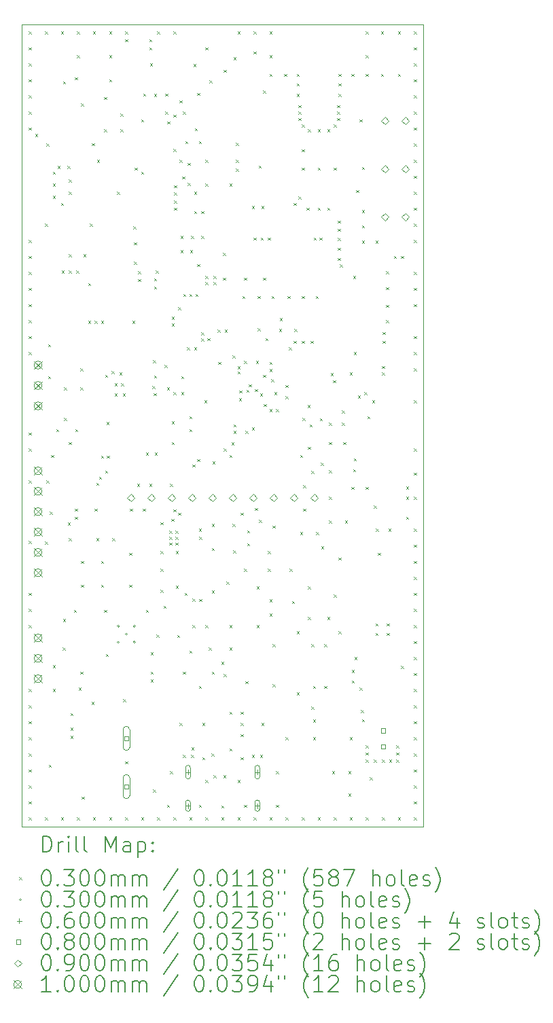
<source format=gbr>
%TF.GenerationSoftware,KiCad,Pcbnew,9.0.4*%
%TF.CreationDate,2026-01-17T12:20:23+01:00*%
%TF.ProjectId,Spoke,53706f6b-652e-46b6-9963-61645f706362,2.1*%
%TF.SameCoordinates,PX5f5e100PY5f5e100*%
%TF.FileFunction,Drillmap*%
%TF.FilePolarity,Positive*%
%FSLAX45Y45*%
G04 Gerber Fmt 4.5, Leading zero omitted, Abs format (unit mm)*
G04 Created by KiCad (PCBNEW 9.0.4) date 2026-01-17 12:20:23*
%MOMM*%
%LPD*%
G01*
G04 APERTURE LIST*
%ADD10C,0.100000*%
%ADD11C,0.200000*%
G04 APERTURE END LIST*
D10*
X-2500000Y5000000D02*
X2500000Y5000000D01*
X2500000Y-5000000D01*
X-2500000Y-5000000D01*
X-2500000Y5000000D01*
D11*
D10*
X-2415000Y4915000D02*
X-2385000Y4885000D01*
X-2385000Y4915000D02*
X-2415000Y4885000D01*
X-2415000Y4715000D02*
X-2385000Y4685000D01*
X-2385000Y4715000D02*
X-2415000Y4685000D01*
X-2415000Y4515000D02*
X-2385000Y4485000D01*
X-2385000Y4515000D02*
X-2415000Y4485000D01*
X-2415000Y4315000D02*
X-2385000Y4285000D01*
X-2385000Y4315000D02*
X-2415000Y4285000D01*
X-2415000Y4115000D02*
X-2385000Y4085000D01*
X-2385000Y4115000D02*
X-2415000Y4085000D01*
X-2415000Y3915000D02*
X-2385000Y3885000D01*
X-2385000Y3915000D02*
X-2415000Y3885000D01*
X-2415000Y3715000D02*
X-2385000Y3685000D01*
X-2385000Y3715000D02*
X-2415000Y3685000D01*
X-2415000Y2315000D02*
X-2385000Y2285000D01*
X-2385000Y2315000D02*
X-2415000Y2285000D01*
X-2415000Y2115000D02*
X-2385000Y2085000D01*
X-2385000Y2115000D02*
X-2415000Y2085000D01*
X-2415000Y1915000D02*
X-2385000Y1885000D01*
X-2385000Y1915000D02*
X-2415000Y1885000D01*
X-2415000Y1715000D02*
X-2385000Y1685000D01*
X-2385000Y1715000D02*
X-2415000Y1685000D01*
X-2415000Y1515000D02*
X-2385000Y1485000D01*
X-2385000Y1515000D02*
X-2415000Y1485000D01*
X-2415000Y1315000D02*
X-2385000Y1285000D01*
X-2385000Y1315000D02*
X-2415000Y1285000D01*
X-2415000Y1115000D02*
X-2385000Y1085000D01*
X-2385000Y1115000D02*
X-2415000Y1085000D01*
X-2415000Y915000D02*
X-2385000Y885000D01*
X-2385000Y915000D02*
X-2415000Y885000D01*
X-2415000Y-85000D02*
X-2385000Y-115000D01*
X-2385000Y-85000D02*
X-2415000Y-115000D01*
X-2415000Y-285000D02*
X-2385000Y-315000D01*
X-2385000Y-285000D02*
X-2415000Y-315000D01*
X-2415000Y-685000D02*
X-2385000Y-715000D01*
X-2385000Y-685000D02*
X-2415000Y-715000D01*
X-2415000Y-1435000D02*
X-2385000Y-1465000D01*
X-2385000Y-1435000D02*
X-2415000Y-1465000D01*
X-2415000Y-2085000D02*
X-2385000Y-2115000D01*
X-2385000Y-2085000D02*
X-2415000Y-2115000D01*
X-2415000Y-2285000D02*
X-2385000Y-2315000D01*
X-2385000Y-2285000D02*
X-2415000Y-2315000D01*
X-2415000Y-2485000D02*
X-2385000Y-2515000D01*
X-2385000Y-2485000D02*
X-2415000Y-2515000D01*
X-2415000Y-3285000D02*
X-2385000Y-3315000D01*
X-2385000Y-3285000D02*
X-2415000Y-3315000D01*
X-2415000Y-3485000D02*
X-2385000Y-3515000D01*
X-2385000Y-3485000D02*
X-2415000Y-3515000D01*
X-2415000Y-3685000D02*
X-2385000Y-3715000D01*
X-2385000Y-3685000D02*
X-2415000Y-3715000D01*
X-2415000Y-3885000D02*
X-2385000Y-3915000D01*
X-2385000Y-3885000D02*
X-2415000Y-3915000D01*
X-2415000Y-4085000D02*
X-2385000Y-4115000D01*
X-2385000Y-4085000D02*
X-2415000Y-4115000D01*
X-2415000Y-4285000D02*
X-2385000Y-4315000D01*
X-2385000Y-4285000D02*
X-2415000Y-4315000D01*
X-2415000Y-4485000D02*
X-2385000Y-4515000D01*
X-2385000Y-4485000D02*
X-2415000Y-4515000D01*
X-2415000Y-4685000D02*
X-2385000Y-4715000D01*
X-2385000Y-4685000D02*
X-2415000Y-4715000D01*
X-2415000Y-4885000D02*
X-2385000Y-4915000D01*
X-2385000Y-4885000D02*
X-2415000Y-4915000D01*
X-2335000Y3635000D02*
X-2305000Y3605000D01*
X-2305000Y3635000D02*
X-2335000Y3605000D01*
X-2215000Y4915000D02*
X-2185000Y4885000D01*
X-2185000Y4915000D02*
X-2215000Y4885000D01*
X-2215000Y2515000D02*
X-2185000Y2485000D01*
X-2185000Y2515000D02*
X-2215000Y2485000D01*
X-2215000Y-1445000D02*
X-2185000Y-1475000D01*
X-2185000Y-1445000D02*
X-2215000Y-1475000D01*
X-2215000Y-4885000D02*
X-2185000Y-4915000D01*
X-2185000Y-4885000D02*
X-2215000Y-4915000D01*
X-2195000Y3515000D02*
X-2165000Y3485000D01*
X-2165000Y3515000D02*
X-2195000Y3485000D01*
X-2195000Y-685000D02*
X-2165000Y-715000D01*
X-2165000Y-685000D02*
X-2195000Y-715000D01*
X-2175000Y1015000D02*
X-2145000Y985000D01*
X-2145000Y1015000D02*
X-2175000Y985000D01*
X-2175000Y615000D02*
X-2145000Y585000D01*
X-2145000Y615000D02*
X-2175000Y585000D01*
X-2165000Y-4225000D02*
X-2135000Y-4255000D01*
X-2135000Y-4225000D02*
X-2165000Y-4255000D01*
X-2155000Y-1075000D02*
X-2125000Y-1105000D01*
X-2125000Y-1075000D02*
X-2155000Y-1105000D01*
X-2135000Y-365000D02*
X-2105000Y-395000D01*
X-2105000Y-365000D02*
X-2135000Y-395000D01*
X-2115000Y3165000D02*
X-2085000Y3135000D01*
X-2085000Y3165000D02*
X-2115000Y3135000D01*
X-2115000Y3015000D02*
X-2085000Y2985000D01*
X-2085000Y3015000D02*
X-2115000Y2985000D01*
X-2115000Y2865000D02*
X-2085000Y2835000D01*
X-2085000Y2865000D02*
X-2115000Y2835000D01*
X-2115000Y-2985000D02*
X-2085000Y-3015000D01*
X-2085000Y-2985000D02*
X-2115000Y-3015000D01*
X-2115000Y-3285000D02*
X-2085000Y-3315000D01*
X-2085000Y-3285000D02*
X-2115000Y-3315000D01*
X-2075000Y-45000D02*
X-2045000Y-75000D01*
X-2045000Y-45000D02*
X-2075000Y-75000D01*
X-2055000Y3235000D02*
X-2025000Y3205000D01*
X-2025000Y3235000D02*
X-2055000Y3205000D01*
X-2015000Y4915000D02*
X-1985000Y4885000D01*
X-1985000Y4915000D02*
X-2015000Y4885000D01*
X-2015000Y2775000D02*
X-1985000Y2745000D01*
X-1985000Y2775000D02*
X-2015000Y2745000D01*
X-2015000Y-4885000D02*
X-1985000Y-4915000D01*
X-1985000Y-4885000D02*
X-2015000Y-4915000D01*
X-2005000Y1935000D02*
X-1975000Y1905000D01*
X-1975000Y1935000D02*
X-2005000Y1905000D01*
X-1995000Y-2765000D02*
X-1965000Y-2795000D01*
X-1965000Y-2765000D02*
X-1995000Y-2795000D01*
X-1990000Y4290000D02*
X-1960000Y4260000D01*
X-1960000Y4290000D02*
X-1990000Y4260000D01*
X-1990000Y-2410000D02*
X-1960000Y-2440000D01*
X-1960000Y-2410000D02*
X-1990000Y-2440000D01*
X-1975000Y475000D02*
X-1945000Y445000D01*
X-1945000Y475000D02*
X-1975000Y445000D01*
X-1975000Y95000D02*
X-1945000Y65000D01*
X-1945000Y95000D02*
X-1975000Y65000D01*
X-1935000Y3235000D02*
X-1905000Y3205000D01*
X-1905000Y3235000D02*
X-1935000Y3205000D01*
X-1930000Y-1210000D02*
X-1900000Y-1240000D01*
X-1900000Y-1210000D02*
X-1930000Y-1240000D01*
X-1915000Y3065000D02*
X-1885000Y3035000D01*
X-1885000Y3065000D02*
X-1915000Y3035000D01*
X-1915000Y2915000D02*
X-1885000Y2885000D01*
X-1885000Y2915000D02*
X-1915000Y2885000D01*
X-1915000Y2135000D02*
X-1885000Y2105000D01*
X-1885000Y2135000D02*
X-1915000Y2105000D01*
X-1915000Y1935000D02*
X-1885000Y1905000D01*
X-1885000Y1935000D02*
X-1915000Y1905000D01*
X-1915000Y-205000D02*
X-1885000Y-235000D01*
X-1885000Y-205000D02*
X-1915000Y-235000D01*
X-1915000Y-1405000D02*
X-1885000Y-1435000D01*
X-1885000Y-1405000D02*
X-1915000Y-1435000D01*
X-1895000Y-3585000D02*
X-1865000Y-3615000D01*
X-1865000Y-3585000D02*
X-1895000Y-3615000D01*
X-1895000Y-3765000D02*
X-1865000Y-3795000D01*
X-1865000Y-3765000D02*
X-1895000Y-3795000D01*
X-1895000Y-3865000D02*
X-1865000Y-3895000D01*
X-1865000Y-3865000D02*
X-1895000Y-3895000D01*
X-1855000Y-2295000D02*
X-1825000Y-2325000D01*
X-1825000Y-2295000D02*
X-1855000Y-2325000D01*
X-1840000Y4340000D02*
X-1810000Y4310000D01*
X-1810000Y4340000D02*
X-1840000Y4310000D01*
X-1840000Y-1035000D02*
X-1810000Y-1065000D01*
X-1810000Y-1035000D02*
X-1840000Y-1065000D01*
X-1840000Y-1135000D02*
X-1810000Y-1165000D01*
X-1810000Y-1135000D02*
X-1840000Y-1165000D01*
X-1835000Y-45000D02*
X-1805000Y-75000D01*
X-1805000Y-45000D02*
X-1835000Y-75000D01*
X-1825000Y1935000D02*
X-1795000Y1905000D01*
X-1795000Y1935000D02*
X-1825000Y1905000D01*
X-1815000Y4915000D02*
X-1785000Y4885000D01*
X-1785000Y4915000D02*
X-1815000Y4885000D01*
X-1815000Y4615000D02*
X-1785000Y4585000D01*
X-1785000Y4615000D02*
X-1815000Y4585000D01*
X-1815000Y-4885000D02*
X-1785000Y-4915000D01*
X-1785000Y-4885000D02*
X-1815000Y-4915000D01*
X-1795000Y-3265000D02*
X-1765000Y-3295000D01*
X-1765000Y-3265000D02*
X-1795000Y-3295000D01*
X-1775000Y715000D02*
X-1745000Y685000D01*
X-1745000Y715000D02*
X-1775000Y685000D01*
X-1775000Y475000D02*
X-1745000Y445000D01*
X-1745000Y475000D02*
X-1775000Y445000D01*
X-1775000Y-3065000D02*
X-1745000Y-3095000D01*
X-1745000Y-3065000D02*
X-1775000Y-3095000D01*
X-1765000Y4015000D02*
X-1735000Y3985000D01*
X-1735000Y4015000D02*
X-1765000Y3985000D01*
X-1765000Y-1685000D02*
X-1735000Y-1715000D01*
X-1735000Y-1685000D02*
X-1765000Y-1715000D01*
X-1765000Y-1985000D02*
X-1735000Y-2015000D01*
X-1735000Y-1985000D02*
X-1765000Y-2015000D01*
X-1755000Y-4625000D02*
X-1725000Y-4655000D01*
X-1725000Y-4625000D02*
X-1755000Y-4655000D01*
X-1735000Y2135000D02*
X-1705000Y2105000D01*
X-1705000Y2135000D02*
X-1735000Y2105000D01*
X-1675000Y1775000D02*
X-1645000Y1745000D01*
X-1645000Y1775000D02*
X-1675000Y1745000D01*
X-1675000Y1305000D02*
X-1645000Y1275000D01*
X-1645000Y1305000D02*
X-1675000Y1275000D01*
X-1655000Y2515000D02*
X-1625000Y2485000D01*
X-1625000Y2515000D02*
X-1655000Y2485000D01*
X-1635000Y-3445000D02*
X-1605000Y-3475000D01*
X-1605000Y-3445000D02*
X-1635000Y-3475000D01*
X-1628791Y3521209D02*
X-1598791Y3491209D01*
X-1598791Y3521209D02*
X-1628791Y3491209D01*
X-1615000Y4915000D02*
X-1585000Y4885000D01*
X-1585000Y4915000D02*
X-1615000Y4885000D01*
X-1615000Y-4885000D02*
X-1585000Y-4915000D01*
X-1585000Y-4885000D02*
X-1615000Y-4915000D01*
X-1595000Y1305000D02*
X-1565000Y1275000D01*
X-1565000Y1305000D02*
X-1595000Y1275000D01*
X-1595000Y-1035000D02*
X-1565000Y-1065000D01*
X-1565000Y-1035000D02*
X-1595000Y-1065000D01*
X-1575000Y-715000D02*
X-1545000Y-745000D01*
X-1545000Y-715000D02*
X-1575000Y-745000D01*
X-1575000Y-1405000D02*
X-1545000Y-1435000D01*
X-1545000Y-1405000D02*
X-1575000Y-1435000D01*
X-1564800Y3311452D02*
X-1534800Y3281452D01*
X-1534800Y3311452D02*
X-1564800Y3281452D01*
X-1540000Y-635000D02*
X-1510000Y-665000D01*
X-1510000Y-635000D02*
X-1540000Y-665000D01*
X-1515000Y1305000D02*
X-1485000Y1275000D01*
X-1485000Y1305000D02*
X-1515000Y1275000D01*
X-1515000Y-375000D02*
X-1485000Y-405000D01*
X-1485000Y-375000D02*
X-1515000Y-405000D01*
X-1515000Y-1685000D02*
X-1485000Y-1715000D01*
X-1485000Y-1685000D02*
X-1515000Y-1715000D01*
X-1515000Y-1985000D02*
X-1485000Y-2015000D01*
X-1485000Y-1985000D02*
X-1515000Y-2015000D01*
X-1475000Y4095000D02*
X-1445000Y4065000D01*
X-1445000Y4095000D02*
X-1475000Y4065000D01*
X-1475000Y3695000D02*
X-1445000Y3665000D01*
X-1445000Y3695000D02*
X-1475000Y3665000D01*
X-1475000Y-2295000D02*
X-1445000Y-2325000D01*
X-1445000Y-2295000D02*
X-1475000Y-2325000D01*
X-1465000Y635000D02*
X-1435000Y605000D01*
X-1435000Y635000D02*
X-1465000Y605000D01*
X-1465000Y-560000D02*
X-1435000Y-590000D01*
X-1435000Y-560000D02*
X-1465000Y-590000D01*
X-1455000Y-2845000D02*
X-1425000Y-2875000D01*
X-1425000Y-2845000D02*
X-1455000Y-2875000D01*
X-1447683Y43691D02*
X-1417683Y13691D01*
X-1417683Y43691D02*
X-1447683Y13691D01*
X-1445000Y-375000D02*
X-1415000Y-405000D01*
X-1415000Y-375000D02*
X-1445000Y-405000D01*
X-1415000Y4915000D02*
X-1385000Y4885000D01*
X-1385000Y4915000D02*
X-1415000Y4885000D01*
X-1415000Y4615000D02*
X-1385000Y4585000D01*
X-1385000Y4615000D02*
X-1415000Y4585000D01*
X-1415000Y4315000D02*
X-1385000Y4285000D01*
X-1385000Y4315000D02*
X-1415000Y4285000D01*
X-1415000Y-4885000D02*
X-1385000Y-4915000D01*
X-1385000Y-4885000D02*
X-1415000Y-4915000D01*
X-1383696Y677500D02*
X-1353696Y647500D01*
X-1353696Y677500D02*
X-1383696Y647500D01*
X-1375000Y-1405000D02*
X-1345000Y-1435000D01*
X-1345000Y-1405000D02*
X-1375000Y-1435000D01*
X-1345000Y525000D02*
X-1315000Y495000D01*
X-1315000Y525000D02*
X-1345000Y495000D01*
X-1344185Y400962D02*
X-1314185Y370962D01*
X-1314185Y400962D02*
X-1344185Y370962D01*
X-1315000Y2915000D02*
X-1285000Y2885000D01*
X-1285000Y2915000D02*
X-1315000Y2885000D01*
X-1285000Y665000D02*
X-1255000Y635000D01*
X-1255000Y665000D02*
X-1285000Y635000D01*
X-1275000Y3890000D02*
X-1245000Y3860000D01*
X-1245000Y3890000D02*
X-1275000Y3860000D01*
X-1275000Y3695000D02*
X-1245000Y3665000D01*
X-1245000Y3695000D02*
X-1275000Y3665000D01*
X-1265000Y525000D02*
X-1235000Y495000D01*
X-1235000Y525000D02*
X-1265000Y495000D01*
X-1245082Y401695D02*
X-1215082Y371695D01*
X-1215082Y401695D02*
X-1245082Y371695D01*
X-1240000Y-3410000D02*
X-1210000Y-3440000D01*
X-1210000Y-3410000D02*
X-1240000Y-3440000D01*
X-1215000Y4915000D02*
X-1185000Y4885000D01*
X-1185000Y4915000D02*
X-1215000Y4885000D01*
X-1215000Y4815000D02*
X-1185000Y4785000D01*
X-1185000Y4815000D02*
X-1215000Y4785000D01*
X-1215000Y-4185000D02*
X-1185000Y-4215000D01*
X-1185000Y-4185000D02*
X-1215000Y-4215000D01*
X-1215000Y-4885000D02*
X-1185000Y-4915000D01*
X-1185000Y-4885000D02*
X-1215000Y-4915000D01*
X-1165000Y-1585000D02*
X-1135000Y-1615000D01*
X-1135000Y-1585000D02*
X-1165000Y-1615000D01*
X-1165000Y-1985000D02*
X-1135000Y-2015000D01*
X-1135000Y-1985000D02*
X-1165000Y-2015000D01*
X-1155000Y-1035000D02*
X-1125000Y-1065000D01*
X-1125000Y-1035000D02*
X-1155000Y-1065000D01*
X-1125000Y1305000D02*
X-1095000Y1275000D01*
X-1095000Y1305000D02*
X-1125000Y1275000D01*
X-1115000Y2485000D02*
X-1085000Y2455000D01*
X-1085000Y2485000D02*
X-1115000Y2455000D01*
X-1105000Y2285000D02*
X-1075000Y2255000D01*
X-1075000Y2285000D02*
X-1105000Y2255000D01*
X-1105000Y2045000D02*
X-1075000Y2015000D01*
X-1075000Y2045000D02*
X-1105000Y2015000D01*
X-1095000Y3215000D02*
X-1065000Y3185000D01*
X-1065000Y3215000D02*
X-1095000Y3185000D01*
X-1065000Y-725000D02*
X-1035000Y-755000D01*
X-1035000Y-725000D02*
X-1065000Y-755000D01*
X-1055000Y1925000D02*
X-1025000Y1895000D01*
X-1025000Y1925000D02*
X-1055000Y1895000D01*
X-1055000Y1825000D02*
X-1025000Y1795000D01*
X-1025000Y1825000D02*
X-1055000Y1795000D01*
X-1015000Y3815000D02*
X-985000Y3785000D01*
X-985000Y3815000D02*
X-1015000Y3785000D01*
X-1015000Y3165000D02*
X-985000Y3135000D01*
X-985000Y3165000D02*
X-1015000Y3135000D01*
X-1015000Y-4885000D02*
X-985000Y-4915000D01*
X-985000Y-4885000D02*
X-1015000Y-4915000D01*
X-995000Y-1035000D02*
X-965000Y-1065000D01*
X-965000Y-1035000D02*
X-995000Y-1065000D01*
X-990000Y4140000D02*
X-960000Y4110000D01*
X-960000Y4140000D02*
X-990000Y4110000D01*
X-955000Y-335000D02*
X-925000Y-365000D01*
X-925000Y-335000D02*
X-955000Y-365000D01*
X-955000Y-2295000D02*
X-925000Y-2325000D01*
X-925000Y-2295000D02*
X-955000Y-2325000D01*
X-915000Y4815000D02*
X-885000Y4785000D01*
X-885000Y4815000D02*
X-915000Y4785000D01*
X-915000Y4715000D02*
X-885000Y4685000D01*
X-885000Y4715000D02*
X-915000Y4685000D01*
X-915000Y-725000D02*
X-885000Y-755000D01*
X-885000Y-725000D02*
X-915000Y-755000D01*
X-905000Y4515000D02*
X-875000Y4485000D01*
X-875000Y4515000D02*
X-905000Y4485000D01*
X-895000Y-2825000D02*
X-865000Y-2855000D01*
X-865000Y-2825000D02*
X-895000Y-2855000D01*
X-895000Y-3065000D02*
X-865000Y-3095000D01*
X-865000Y-3065000D02*
X-895000Y-3095000D01*
X-895000Y-3165000D02*
X-865000Y-3195000D01*
X-865000Y-3165000D02*
X-895000Y-3195000D01*
X-875000Y495000D02*
X-845000Y465000D01*
X-845000Y495000D02*
X-875000Y465000D01*
X-865000Y815000D02*
X-835000Y785000D01*
X-835000Y815000D02*
X-865000Y785000D01*
X-865000Y-4535000D02*
X-835000Y-4565000D01*
X-835000Y-4535000D02*
X-865000Y-4565000D01*
X-858750Y406250D02*
X-828750Y376250D01*
X-828750Y406250D02*
X-858750Y376250D01*
X-855000Y4135000D02*
X-825000Y4105000D01*
X-825000Y4135000D02*
X-855000Y4105000D01*
X-855000Y1835000D02*
X-825000Y1805000D01*
X-825000Y1835000D02*
X-855000Y1805000D01*
X-855000Y1735000D02*
X-825000Y1705000D01*
X-825000Y1735000D02*
X-855000Y1705000D01*
X-855000Y625000D02*
X-825000Y595000D01*
X-825000Y625000D02*
X-855000Y595000D01*
X-845000Y-335000D02*
X-815000Y-365000D01*
X-815000Y-335000D02*
X-845000Y-365000D01*
X-835000Y1935000D02*
X-805000Y1905000D01*
X-805000Y1935000D02*
X-835000Y1905000D01*
X-825000Y-2605000D02*
X-795000Y-2635000D01*
X-795000Y-2605000D02*
X-825000Y-2635000D01*
X-815000Y4915000D02*
X-785000Y4885000D01*
X-785000Y4915000D02*
X-815000Y4885000D01*
X-815000Y-4885000D02*
X-785000Y-4915000D01*
X-785000Y-4885000D02*
X-815000Y-4915000D01*
X-775000Y-1205000D02*
X-745000Y-1235000D01*
X-745000Y-1205000D02*
X-775000Y-1235000D01*
X-775000Y-1565000D02*
X-745000Y-1595000D01*
X-745000Y-1565000D02*
X-775000Y-1595000D01*
X-775000Y-1785000D02*
X-745000Y-1815000D01*
X-745000Y-1785000D02*
X-775000Y-1815000D01*
X-775000Y-2045000D02*
X-745000Y-2075000D01*
X-745000Y-2045000D02*
X-775000Y-2075000D01*
X-735000Y-2245000D02*
X-705000Y-2275000D01*
X-705000Y-2245000D02*
X-735000Y-2275000D01*
X-725000Y755000D02*
X-695000Y725000D01*
X-695000Y755000D02*
X-725000Y725000D01*
X-715000Y4140000D02*
X-685000Y4110000D01*
X-685000Y4140000D02*
X-715000Y4110000D01*
X-715000Y3915000D02*
X-685000Y3885000D01*
X-685000Y3915000D02*
X-715000Y3885000D01*
X-695000Y475000D02*
X-665000Y445000D01*
X-665000Y475000D02*
X-695000Y445000D01*
X-695000Y-4725000D02*
X-665000Y-4755000D01*
X-665000Y-4725000D02*
X-695000Y-4755000D01*
X-690000Y3790000D02*
X-660000Y3760000D01*
X-660000Y3790000D02*
X-690000Y3760000D01*
X-665000Y-1310000D02*
X-635000Y-1340000D01*
X-635000Y-1310000D02*
X-665000Y-1340000D01*
X-665000Y-1385000D02*
X-635000Y-1415000D01*
X-635000Y-1385000D02*
X-665000Y-1415000D01*
X-665000Y-1460000D02*
X-635000Y-1490000D01*
X-635000Y-1460000D02*
X-665000Y-1490000D01*
X-655000Y-725000D02*
X-625000Y-755000D01*
X-625000Y-725000D02*
X-655000Y-755000D01*
X-655000Y-4305000D02*
X-625000Y-4335000D01*
X-625000Y-4305000D02*
X-655000Y-4335000D01*
X-640000Y-1160000D02*
X-610000Y-1190000D01*
X-610000Y-1160000D02*
X-640000Y-1190000D01*
X-635000Y55000D02*
X-605000Y25000D01*
X-605000Y55000D02*
X-635000Y25000D01*
X-635000Y-205000D02*
X-605000Y-235000D01*
X-605000Y-205000D02*
X-635000Y-235000D01*
X-634125Y1274419D02*
X-604125Y1244419D01*
X-604125Y1274419D02*
X-634125Y1244419D01*
X-633640Y1358787D02*
X-603640Y1328787D01*
X-603640Y1358787D02*
X-633640Y1328787D01*
X-615000Y4915000D02*
X-585000Y4885000D01*
X-585000Y4915000D02*
X-615000Y4885000D01*
X-615000Y3875000D02*
X-585000Y3845000D01*
X-585000Y3875000D02*
X-615000Y3845000D01*
X-615000Y3450000D02*
X-585000Y3420000D01*
X-585000Y3450000D02*
X-615000Y3420000D01*
X-615000Y415000D02*
X-585000Y385000D01*
X-585000Y415000D02*
X-615000Y385000D01*
X-615000Y-1045000D02*
X-585000Y-1075000D01*
X-585000Y-1045000D02*
X-615000Y-1075000D01*
X-615000Y-4885000D02*
X-585000Y-4915000D01*
X-585000Y-4885000D02*
X-615000Y-4915000D01*
X-605000Y2995000D02*
X-575000Y2965000D01*
X-575000Y2995000D02*
X-605000Y2965000D01*
X-605000Y2905000D02*
X-575000Y2875000D01*
X-575000Y2905000D02*
X-605000Y2875000D01*
X-605000Y2805000D02*
X-575000Y2775000D01*
X-575000Y2805000D02*
X-605000Y2775000D01*
X-605000Y2715000D02*
X-575000Y2685000D01*
X-575000Y2715000D02*
X-605000Y2685000D01*
X-590000Y-1310000D02*
X-560000Y-1340000D01*
X-560000Y-1310000D02*
X-590000Y-1340000D01*
X-590000Y-1385000D02*
X-560000Y-1415000D01*
X-560000Y-1385000D02*
X-590000Y-1415000D01*
X-590000Y-1460000D02*
X-560000Y-1490000D01*
X-560000Y-1460000D02*
X-590000Y-1490000D01*
X-585000Y-1565000D02*
X-555000Y-1595000D01*
X-555000Y-1565000D02*
X-585000Y-1595000D01*
X-585000Y-1995000D02*
X-555000Y-2025000D01*
X-555000Y-1995000D02*
X-585000Y-2025000D01*
X-565000Y-2610000D02*
X-535000Y-2640000D01*
X-535000Y-2610000D02*
X-565000Y-2640000D01*
X-555000Y1475000D02*
X-525000Y1445000D01*
X-525000Y1475000D02*
X-555000Y1445000D01*
X-555000Y-1085000D02*
X-525000Y-1115000D01*
X-525000Y-1085000D02*
X-555000Y-1115000D01*
X-535000Y4055000D02*
X-505000Y4025000D01*
X-505000Y4055000D02*
X-535000Y4025000D01*
X-535000Y3315000D02*
X-505000Y3285000D01*
X-505000Y3315000D02*
X-535000Y3285000D01*
X-535000Y-3705000D02*
X-505000Y-3735000D01*
X-505000Y-3705000D02*
X-535000Y-3735000D01*
X-525000Y2365000D02*
X-495000Y2335000D01*
X-495000Y2365000D02*
X-525000Y2335000D01*
X-525000Y2185000D02*
X-495000Y2155000D01*
X-495000Y2185000D02*
X-525000Y2155000D01*
X-515000Y615000D02*
X-485000Y585000D01*
X-485000Y615000D02*
X-515000Y585000D01*
X-515000Y415000D02*
X-485000Y385000D01*
X-485000Y415000D02*
X-515000Y385000D01*
X-505000Y3105000D02*
X-475000Y3075000D01*
X-475000Y3105000D02*
X-505000Y3075000D01*
X-495000Y3915000D02*
X-465000Y3885000D01*
X-465000Y3915000D02*
X-495000Y3885000D01*
X-495000Y-3065000D02*
X-465000Y-3095000D01*
X-465000Y-3065000D02*
X-495000Y-3095000D01*
X-495000Y-4105000D02*
X-465000Y-4135000D01*
X-465000Y-4105000D02*
X-495000Y-4135000D01*
X-490000Y1640000D02*
X-460000Y1610000D01*
X-460000Y1640000D02*
X-490000Y1610000D01*
X-475000Y-2085000D02*
X-445000Y-2115000D01*
X-445000Y-2085000D02*
X-475000Y-2115000D01*
X-465000Y3545000D02*
X-435000Y3515000D01*
X-435000Y3545000D02*
X-465000Y3515000D01*
X-445000Y975000D02*
X-415000Y945000D01*
X-415000Y975000D02*
X-445000Y945000D01*
X-435000Y3275000D02*
X-405000Y3245000D01*
X-405000Y3275000D02*
X-435000Y3245000D01*
X-435000Y3025000D02*
X-405000Y2995000D01*
X-405000Y3025000D02*
X-435000Y2995000D01*
X-415000Y1640000D02*
X-385000Y1610000D01*
X-385000Y1640000D02*
X-415000Y1610000D01*
X-415000Y115000D02*
X-385000Y85000D01*
X-385000Y115000D02*
X-415000Y85000D01*
X-415000Y-45000D02*
X-385000Y-75000D01*
X-385000Y-45000D02*
X-415000Y-75000D01*
X-415000Y-2805000D02*
X-385000Y-2835000D01*
X-385000Y-2805000D02*
X-415000Y-2835000D01*
X-415000Y-4885000D02*
X-385000Y-4915000D01*
X-385000Y-4885000D02*
X-415000Y-4915000D01*
X-405000Y2185000D02*
X-375000Y2155000D01*
X-375000Y2185000D02*
X-405000Y2155000D01*
X-395000Y2365000D02*
X-365000Y2335000D01*
X-365000Y2365000D02*
X-395000Y2335000D01*
X-395000Y-4105000D02*
X-365000Y-4135000D01*
X-365000Y-4105000D02*
X-395000Y-4135000D01*
X-390000Y-4010000D02*
X-360000Y-4040000D01*
X-360000Y-4010000D02*
X-390000Y-4040000D01*
X-375000Y-485000D02*
X-345000Y-515000D01*
X-345000Y-485000D02*
X-375000Y-515000D01*
X-375000Y-2155000D02*
X-345000Y-2185000D01*
X-345000Y-2155000D02*
X-375000Y-2185000D01*
X-375000Y-2485000D02*
X-345000Y-2515000D01*
X-345000Y-2485000D02*
X-375000Y-2515000D01*
X-365000Y4505000D02*
X-335000Y4475000D01*
X-335000Y4505000D02*
X-365000Y4475000D01*
X-355000Y2915000D02*
X-325000Y2885000D01*
X-325000Y2915000D02*
X-355000Y2885000D01*
X-355000Y2675000D02*
X-325000Y2645000D01*
X-325000Y2675000D02*
X-355000Y2645000D01*
X-355000Y975000D02*
X-325000Y945000D01*
X-325000Y975000D02*
X-355000Y945000D01*
X-345000Y3705000D02*
X-315000Y3675000D01*
X-315000Y3705000D02*
X-345000Y3675000D01*
X-340000Y1640000D02*
X-310000Y1610000D01*
X-310000Y1640000D02*
X-340000Y1610000D01*
X-315000Y4145000D02*
X-285000Y4115000D01*
X-285000Y4145000D02*
X-315000Y4115000D01*
X-315000Y2015000D02*
X-285000Y1985000D01*
X-285000Y2015000D02*
X-315000Y1985000D01*
X-315000Y-415000D02*
X-285000Y-445000D01*
X-285000Y-415000D02*
X-315000Y-445000D01*
X-295000Y3545000D02*
X-265000Y3515000D01*
X-265000Y3545000D02*
X-295000Y3515000D01*
X-295000Y-1285000D02*
X-265000Y-1315000D01*
X-265000Y-1285000D02*
X-295000Y-1315000D01*
X-295000Y-3245000D02*
X-265000Y-3275000D01*
X-265000Y-3245000D02*
X-295000Y-3275000D01*
X-295000Y-4725000D02*
X-265000Y-4755000D01*
X-265000Y-4725000D02*
X-295000Y-4755000D01*
X-290000Y-1385000D02*
X-260000Y-1415000D01*
X-260000Y-1385000D02*
X-290000Y-1415000D01*
X-290000Y-2160000D02*
X-260000Y-2190000D01*
X-260000Y-2160000D02*
X-290000Y-2190000D01*
X-265000Y2675000D02*
X-235000Y2645000D01*
X-235000Y2675000D02*
X-265000Y2645000D01*
X-265000Y2365000D02*
X-235000Y2335000D01*
X-235000Y2365000D02*
X-265000Y2335000D01*
X-265000Y1162500D02*
X-235000Y1132500D01*
X-235000Y1162500D02*
X-265000Y1132500D01*
X-265000Y1087500D02*
X-235000Y1057500D01*
X-235000Y1087500D02*
X-265000Y1057500D01*
X-255000Y-3705000D02*
X-225000Y-3735000D01*
X-225000Y-3705000D02*
X-255000Y-3735000D01*
X-255000Y-4135000D02*
X-225000Y-4165000D01*
X-225000Y-4135000D02*
X-255000Y-4165000D01*
X-228348Y314513D02*
X-198348Y284513D01*
X-198348Y314513D02*
X-228348Y284513D01*
X-215000Y4715000D02*
X-185000Y4685000D01*
X-185000Y4715000D02*
X-215000Y4685000D01*
X-215000Y3315000D02*
X-185000Y3285000D01*
X-185000Y3315000D02*
X-215000Y3285000D01*
X-215000Y3015000D02*
X-185000Y2985000D01*
X-185000Y3015000D02*
X-215000Y2985000D01*
X-215000Y1865000D02*
X-185000Y1835000D01*
X-185000Y1865000D02*
X-215000Y1835000D01*
X-215000Y1790000D02*
X-185000Y1760000D01*
X-185000Y1790000D02*
X-215000Y1760000D01*
X-215000Y-2485000D02*
X-185000Y-2515000D01*
X-185000Y-2485000D02*
X-215000Y-2515000D01*
X-215000Y-4415000D02*
X-185000Y-4445000D01*
X-185000Y-4415000D02*
X-215000Y-4445000D01*
X-215000Y-4885000D02*
X-185000Y-4915000D01*
X-185000Y-4885000D02*
X-215000Y-4915000D01*
X-190000Y1090000D02*
X-160000Y1060000D01*
X-160000Y1090000D02*
X-190000Y1060000D01*
X-175000Y-2765000D02*
X-145000Y-2795000D01*
X-145000Y-2765000D02*
X-175000Y-2795000D01*
X-165000Y4305000D02*
X-135000Y4275000D01*
X-135000Y4305000D02*
X-165000Y4275000D01*
X-140000Y-4085000D02*
X-110000Y-4115000D01*
X-110000Y-4085000D02*
X-140000Y-4115000D01*
X-135000Y-1225000D02*
X-105000Y-1255000D01*
X-105000Y-1225000D02*
X-135000Y-1255000D01*
X-135000Y-1525000D02*
X-105000Y-1555000D01*
X-105000Y-1525000D02*
X-135000Y-1555000D01*
X-135000Y-2055000D02*
X-105000Y-2085000D01*
X-105000Y-2055000D02*
X-135000Y-2085000D01*
X-135000Y-3065000D02*
X-105000Y-3095000D01*
X-105000Y-3065000D02*
X-135000Y-3095000D01*
X-125000Y-445000D02*
X-95000Y-475000D01*
X-95000Y-445000D02*
X-125000Y-475000D01*
X-115000Y1865000D02*
X-85000Y1835000D01*
X-85000Y1865000D02*
X-115000Y1835000D01*
X-115000Y1790000D02*
X-85000Y1760000D01*
X-85000Y1790000D02*
X-115000Y1760000D01*
X-115000Y-4360000D02*
X-85000Y-4390000D01*
X-85000Y-4360000D02*
X-115000Y-4390000D01*
X-65000Y1195000D02*
X-35000Y1165000D01*
X-35000Y1195000D02*
X-65000Y1165000D01*
X-55000Y795000D02*
X-25000Y765000D01*
X-25000Y795000D02*
X-55000Y765000D01*
X-15000Y-2945000D02*
X15000Y-2975000D01*
X15000Y-2945000D02*
X-15000Y-2975000D01*
X-15000Y-4735000D02*
X15000Y-4765000D01*
X15000Y-4735000D02*
X-15000Y-4765000D01*
X-15000Y-4885000D02*
X15000Y-4915000D01*
X15000Y-4885000D02*
X-15000Y-4915000D01*
X5000Y2155000D02*
X35000Y2125000D01*
X35000Y2155000D02*
X5000Y2125000D01*
X5000Y1845000D02*
X35000Y1815000D01*
X35000Y1845000D02*
X5000Y1815000D01*
X10000Y-4360000D02*
X40000Y-4390000D01*
X40000Y-4360000D02*
X10000Y-4390000D01*
X15000Y4435000D02*
X45000Y4405000D01*
X45000Y4435000D02*
X15000Y4405000D01*
X15000Y-285000D02*
X45000Y-315000D01*
X45000Y-285000D02*
X15000Y-315000D01*
X15000Y-3095000D02*
X45000Y-3125000D01*
X45000Y-3095000D02*
X15000Y-3125000D01*
X25000Y1195000D02*
X55000Y1165000D01*
X55000Y1195000D02*
X25000Y1165000D01*
X45000Y-1945000D02*
X75000Y-1975000D01*
X75000Y-1945000D02*
X45000Y-1975000D01*
X85000Y3015000D02*
X115000Y2985000D01*
X115000Y3015000D02*
X85000Y2985000D01*
X85000Y-365000D02*
X115000Y-395000D01*
X115000Y-365000D02*
X85000Y-395000D01*
X85000Y-2485000D02*
X115000Y-2515000D01*
X115000Y-2485000D02*
X85000Y-2515000D01*
X85000Y-2765000D02*
X115000Y-2795000D01*
X115000Y-2765000D02*
X85000Y-2795000D01*
X85000Y-3565000D02*
X115000Y-3595000D01*
X115000Y-3565000D02*
X85000Y-3595000D01*
X85000Y-4025000D02*
X115000Y-4055000D01*
X115000Y-4025000D02*
X85000Y-4055000D01*
X110000Y-210000D02*
X140000Y-240000D01*
X140000Y-210000D02*
X110000Y-240000D01*
X125000Y875000D02*
X155000Y845000D01*
X155000Y875000D02*
X125000Y845000D01*
X125000Y-1225000D02*
X155000Y-1255000D01*
X155000Y-1225000D02*
X125000Y-1255000D01*
X131032Y-1555673D02*
X161032Y-1585673D01*
X161032Y-1555673D02*
X131032Y-1585673D01*
X135000Y4590000D02*
X165000Y4560000D01*
X165000Y4590000D02*
X135000Y4560000D01*
X135000Y15000D02*
X165000Y-15000D01*
X165000Y15000D02*
X135000Y-15000D01*
X135000Y-65000D02*
X165000Y-95000D01*
X165000Y-65000D02*
X135000Y-95000D01*
X165000Y3525000D02*
X195000Y3495000D01*
X195000Y3525000D02*
X165000Y3495000D01*
X165000Y3315000D02*
X195000Y3285000D01*
X195000Y3315000D02*
X165000Y3285000D01*
X165000Y3205000D02*
X195000Y3175000D01*
X195000Y3205000D02*
X165000Y3175000D01*
X185000Y4915000D02*
X215000Y4885000D01*
X215000Y4915000D02*
X185000Y4885000D01*
X185000Y740000D02*
X215000Y710000D01*
X215000Y740000D02*
X185000Y710000D01*
X185000Y675000D02*
X215000Y645000D01*
X215000Y675000D02*
X185000Y645000D01*
X185000Y-4415000D02*
X215000Y-4445000D01*
X215000Y-4415000D02*
X185000Y-4445000D01*
X185000Y-4885000D02*
X215000Y-4915000D01*
X215000Y-4885000D02*
X185000Y-4915000D01*
X205000Y340000D02*
X235000Y310000D01*
X235000Y340000D02*
X205000Y310000D01*
X206176Y438823D02*
X236176Y408823D01*
X236176Y438823D02*
X206176Y408823D01*
X225000Y-1085000D02*
X255000Y-1115000D01*
X255000Y-1085000D02*
X225000Y-1115000D01*
X225000Y-3565000D02*
X255000Y-3595000D01*
X255000Y-3565000D02*
X225000Y-3595000D01*
X225000Y-3705000D02*
X255000Y-3735000D01*
X255000Y-3705000D02*
X225000Y-3735000D01*
X225000Y-3845000D02*
X255000Y-3875000D01*
X255000Y-3845000D02*
X225000Y-3875000D01*
X225000Y-4135000D02*
X255000Y-4165000D01*
X255000Y-4135000D02*
X225000Y-4165000D01*
X245000Y1615000D02*
X275000Y1585000D01*
X275000Y1615000D02*
X245000Y1585000D01*
X265000Y1845000D02*
X295000Y1815000D01*
X295000Y1845000D02*
X265000Y1815000D01*
X265000Y805000D02*
X295000Y775000D01*
X295000Y805000D02*
X265000Y775000D01*
X265000Y-1785000D02*
X295000Y-1815000D01*
X295000Y-1785000D02*
X265000Y-1815000D01*
X265000Y-4725000D02*
X295000Y-4755000D01*
X295000Y-4725000D02*
X265000Y-4755000D01*
X285000Y-65000D02*
X315000Y-95000D01*
X315000Y-65000D02*
X285000Y-95000D01*
X285000Y-3185000D02*
X315000Y-3215000D01*
X315000Y-3185000D02*
X285000Y-3215000D01*
X295000Y445000D02*
X325000Y415000D01*
X325000Y445000D02*
X295000Y415000D01*
X305000Y-1305000D02*
X335000Y-1335000D01*
X335000Y-1305000D02*
X305000Y-1335000D01*
X305000Y-1465000D02*
X335000Y-1495000D01*
X335000Y-1465000D02*
X305000Y-1495000D01*
X325000Y515000D02*
X355000Y485000D01*
X355000Y515000D02*
X325000Y485000D01*
X365000Y2735000D02*
X395000Y2705000D01*
X395000Y2735000D02*
X365000Y2705000D01*
X365000Y-25000D02*
X395000Y-55000D01*
X395000Y-25000D02*
X365000Y-55000D01*
X365000Y-4105000D02*
X395000Y-4135000D01*
X395000Y-4105000D02*
X365000Y-4135000D01*
X385000Y4915000D02*
X415000Y4885000D01*
X415000Y4915000D02*
X385000Y4885000D01*
X385000Y4665000D02*
X415000Y4635000D01*
X415000Y4665000D02*
X385000Y4635000D01*
X385000Y2345000D02*
X415000Y2315000D01*
X415000Y2345000D02*
X385000Y2315000D01*
X385000Y-4885000D02*
X415000Y-4915000D01*
X415000Y-4885000D02*
X385000Y-4915000D01*
X405000Y455000D02*
X435000Y425000D01*
X435000Y455000D02*
X405000Y425000D01*
X405000Y-1025000D02*
X435000Y-1055000D01*
X435000Y-1025000D02*
X405000Y-1055000D01*
X415000Y805000D02*
X445000Y775000D01*
X445000Y805000D02*
X415000Y775000D01*
X425000Y-2005000D02*
X455000Y-2035000D01*
X455000Y-2005000D02*
X425000Y-2035000D01*
X425000Y-2485000D02*
X455000Y-2515000D01*
X455000Y-2485000D02*
X425000Y-2515000D01*
X435000Y1615000D02*
X465000Y1585000D01*
X465000Y1615000D02*
X435000Y1585000D01*
X435000Y1215000D02*
X465000Y1185000D01*
X465000Y1215000D02*
X435000Y1185000D01*
X450000Y3240000D02*
X480000Y3210000D01*
X480000Y3240000D02*
X450000Y3210000D01*
X455000Y-1175000D02*
X485000Y-1205000D01*
X485000Y-1175000D02*
X455000Y-1205000D01*
X465000Y400000D02*
X495000Y370000D01*
X495000Y400000D02*
X465000Y370000D01*
X465000Y-4105000D02*
X495000Y-4135000D01*
X495000Y-4105000D02*
X465000Y-4135000D01*
X475000Y2345000D02*
X505000Y2315000D01*
X505000Y2345000D02*
X475000Y2315000D01*
X485000Y2735000D02*
X515000Y2705000D01*
X515000Y2735000D02*
X485000Y2705000D01*
X485000Y-3705000D02*
X515000Y-3735000D01*
X515000Y-3705000D02*
X485000Y-3735000D01*
X505000Y4175000D02*
X535000Y4145000D01*
X535000Y4175000D02*
X505000Y4145000D01*
X505000Y1845000D02*
X535000Y1815000D01*
X535000Y1845000D02*
X505000Y1815000D01*
X505000Y635000D02*
X535000Y605000D01*
X535000Y635000D02*
X505000Y605000D01*
X510500Y267915D02*
X540500Y237915D01*
X540500Y267915D02*
X510500Y237915D01*
X535000Y1090000D02*
X565000Y1060000D01*
X565000Y1090000D02*
X535000Y1060000D01*
X565000Y2345000D02*
X595000Y2315000D01*
X595000Y2345000D02*
X565000Y2315000D01*
X565000Y-1565000D02*
X595000Y-1595000D01*
X595000Y-1565000D02*
X565000Y-1595000D01*
X565000Y-1785000D02*
X595000Y-1815000D01*
X595000Y-1785000D02*
X565000Y-1815000D01*
X585000Y4915000D02*
X615000Y4885000D01*
X615000Y4915000D02*
X585000Y4885000D01*
X585000Y4615000D02*
X615000Y4585000D01*
X615000Y4615000D02*
X585000Y4585000D01*
X585000Y4385000D02*
X615000Y4355000D01*
X615000Y4385000D02*
X585000Y4355000D01*
X585000Y795000D02*
X615000Y765000D01*
X615000Y795000D02*
X585000Y765000D01*
X585000Y705000D02*
X615000Y675000D01*
X615000Y705000D02*
X585000Y675000D01*
X585000Y205000D02*
X615000Y175000D01*
X615000Y205000D02*
X585000Y175000D01*
X585000Y-2165000D02*
X615000Y-2195000D01*
X615000Y-2165000D02*
X585000Y-2195000D01*
X585000Y-2345000D02*
X615000Y-2375000D01*
X615000Y-2345000D02*
X585000Y-2375000D01*
X585000Y-4885000D02*
X615000Y-4915000D01*
X615000Y-4885000D02*
X585000Y-4915000D01*
X605000Y578905D02*
X635000Y548905D01*
X635000Y578905D02*
X605000Y548905D01*
X610000Y1615000D02*
X640000Y1585000D01*
X640000Y1615000D02*
X610000Y1585000D01*
X625000Y-1245000D02*
X655000Y-1275000D01*
X655000Y-1245000D02*
X625000Y-1275000D01*
X625000Y-2725000D02*
X655000Y-2755000D01*
X655000Y-2725000D02*
X625000Y-2755000D01*
X625000Y-3225000D02*
X655000Y-3255000D01*
X655000Y-3225000D02*
X625000Y-3255000D01*
X645000Y415000D02*
X675000Y385000D01*
X675000Y415000D02*
X645000Y385000D01*
X665000Y205000D02*
X695000Y175000D01*
X695000Y205000D02*
X665000Y175000D01*
X665000Y-4305000D02*
X695000Y-4335000D01*
X695000Y-4305000D02*
X665000Y-4335000D01*
X665000Y-4725000D02*
X695000Y-4755000D01*
X695000Y-4725000D02*
X665000Y-4755000D01*
X705000Y1205000D02*
X735000Y1175000D01*
X735000Y1205000D02*
X705000Y1175000D01*
X710000Y1340000D02*
X740000Y1310000D01*
X740000Y1340000D02*
X710000Y1310000D01*
X765000Y4385000D02*
X795000Y4355000D01*
X795000Y4385000D02*
X765000Y4355000D01*
X785000Y505000D02*
X815000Y475000D01*
X815000Y505000D02*
X785000Y475000D01*
X785000Y365000D02*
X815000Y335000D01*
X815000Y365000D02*
X785000Y335000D01*
X785000Y-3885000D02*
X815000Y-3915000D01*
X815000Y-3885000D02*
X785000Y-3915000D01*
X785000Y-4885000D02*
X815000Y-4915000D01*
X815000Y-4885000D02*
X785000Y-4915000D01*
X810000Y1615000D02*
X840000Y1585000D01*
X840000Y1615000D02*
X810000Y1585000D01*
X825000Y975000D02*
X855000Y945000D01*
X855000Y975000D02*
X825000Y945000D01*
X835000Y-1785000D02*
X865000Y-1815000D01*
X865000Y-1785000D02*
X835000Y-1815000D01*
X865000Y-2185000D02*
X895000Y-2215000D01*
X895000Y-2185000D02*
X865000Y-2215000D01*
X885000Y2774603D02*
X915000Y2744603D01*
X915000Y2774603D02*
X885000Y2744603D01*
X885000Y1055000D02*
X915000Y1025000D01*
X915000Y1055000D02*
X885000Y1025000D01*
X895000Y1205000D02*
X925000Y1175000D01*
X925000Y1205000D02*
X895000Y1175000D01*
X925000Y4385000D02*
X955000Y4355000D01*
X955000Y4385000D02*
X925000Y4355000D01*
X925000Y4265000D02*
X955000Y4235000D01*
X955000Y4265000D02*
X925000Y4235000D01*
X925000Y4135000D02*
X955000Y4105000D01*
X955000Y4135000D02*
X925000Y4105000D01*
X925000Y-2565000D02*
X955000Y-2595000D01*
X955000Y-2565000D02*
X925000Y-2595000D01*
X925000Y-3325000D02*
X955000Y-3355000D01*
X955000Y-3325000D02*
X925000Y-3355000D01*
X945000Y3995000D02*
X975000Y3965000D01*
X975000Y3995000D02*
X945000Y3965000D01*
X945000Y3915000D02*
X975000Y3885000D01*
X975000Y3915000D02*
X945000Y3885000D01*
X945000Y3835000D02*
X975000Y3805000D01*
X975000Y3835000D02*
X945000Y3805000D01*
X945000Y2855000D02*
X975000Y2825000D01*
X975000Y2855000D02*
X945000Y2825000D01*
X965000Y-365000D02*
X995000Y-395000D01*
X995000Y-365000D02*
X965000Y-395000D01*
X965000Y-1325000D02*
X995000Y-1355000D01*
X995000Y-1325000D02*
X965000Y-1355000D01*
X985000Y3755000D02*
X1015000Y3725000D01*
X1015000Y3755000D02*
X985000Y3725000D01*
X985000Y3445000D02*
X1015000Y3415000D01*
X1015000Y3445000D02*
X985000Y3415000D01*
X985000Y3215000D02*
X1015000Y3185000D01*
X1015000Y3215000D02*
X985000Y3185000D01*
X985000Y1615000D02*
X1015000Y1585000D01*
X1015000Y1615000D02*
X985000Y1585000D01*
X985000Y1055000D02*
X1015000Y1025000D01*
X1015000Y1055000D02*
X985000Y1025000D01*
X985000Y-4885000D02*
X1015000Y-4915000D01*
X1015000Y-4885000D02*
X985000Y-4915000D01*
X995000Y95000D02*
X1025000Y65000D01*
X1025000Y95000D02*
X995000Y65000D01*
X1005000Y-745000D02*
X1035000Y-775000D01*
X1035000Y-745000D02*
X1005000Y-775000D01*
X1005000Y-1035000D02*
X1035000Y-1065000D01*
X1035000Y-1035000D02*
X1005000Y-1065000D01*
X1045000Y2715000D02*
X1075000Y2685000D01*
X1075000Y2715000D02*
X1045000Y2685000D01*
X1060147Y255000D02*
X1090147Y225000D01*
X1090147Y255000D02*
X1060147Y225000D01*
X1065000Y3695000D02*
X1095000Y3665000D01*
X1095000Y3695000D02*
X1065000Y3665000D01*
X1065000Y-265000D02*
X1095000Y-295000D01*
X1095000Y-265000D02*
X1065000Y-295000D01*
X1065000Y-2005000D02*
X1095000Y-2035000D01*
X1095000Y-2005000D02*
X1065000Y-2035000D01*
X1065000Y-2385000D02*
X1095000Y-2415000D01*
X1095000Y-2385000D02*
X1065000Y-2415000D01*
X1085000Y15000D02*
X1115000Y-15000D01*
X1115000Y15000D02*
X1085000Y-15000D01*
X1095000Y1055000D02*
X1125000Y1025000D01*
X1125000Y1055000D02*
X1095000Y1025000D01*
X1105000Y-565000D02*
X1135000Y-595000D01*
X1135000Y-565000D02*
X1105000Y-595000D01*
X1105000Y-2725000D02*
X1135000Y-2755000D01*
X1135000Y-2725000D02*
X1105000Y-2755000D01*
X1105000Y-3505000D02*
X1135000Y-3535000D01*
X1135000Y-3505000D02*
X1105000Y-3535000D01*
X1125000Y-3245000D02*
X1155000Y-3275000D01*
X1155000Y-3245000D02*
X1125000Y-3275000D01*
X1125000Y-3665000D02*
X1155000Y-3695000D01*
X1155000Y-3665000D02*
X1125000Y-3695000D01*
X1125000Y-3885000D02*
X1155000Y-3915000D01*
X1155000Y-3885000D02*
X1125000Y-3915000D01*
X1135000Y2345000D02*
X1165000Y2315000D01*
X1165000Y2345000D02*
X1135000Y2315000D01*
X1160000Y1615000D02*
X1190000Y1585000D01*
X1190000Y1615000D02*
X1160000Y1585000D01*
X1165000Y-1325000D02*
X1195000Y-1355000D01*
X1195000Y-1325000D02*
X1165000Y-1355000D01*
X1185000Y3695000D02*
X1215000Y3665000D01*
X1215000Y3695000D02*
X1185000Y3665000D01*
X1185000Y3215000D02*
X1215000Y3185000D01*
X1215000Y3215000D02*
X1185000Y3185000D01*
X1185000Y2715000D02*
X1215000Y2685000D01*
X1215000Y2715000D02*
X1185000Y2685000D01*
X1185000Y-4885000D02*
X1215000Y-4915000D01*
X1215000Y-4885000D02*
X1185000Y-4915000D01*
X1205000Y2345000D02*
X1235000Y2315000D01*
X1235000Y2345000D02*
X1205000Y2315000D01*
X1210000Y90000D02*
X1240000Y60000D01*
X1240000Y90000D02*
X1210000Y60000D01*
X1225000Y-465000D02*
X1255000Y-495000D01*
X1255000Y-465000D02*
X1225000Y-495000D01*
X1230000Y-1505000D02*
X1260000Y-1535000D01*
X1260000Y-1505000D02*
X1230000Y-1535000D01*
X1265000Y-2725000D02*
X1295000Y-2755000D01*
X1295000Y-2725000D02*
X1265000Y-2755000D01*
X1265000Y-3245000D02*
X1295000Y-3275000D01*
X1295000Y-3245000D02*
X1265000Y-3275000D01*
X1305000Y3695000D02*
X1335000Y3665000D01*
X1335000Y3695000D02*
X1305000Y3665000D01*
X1305000Y2715000D02*
X1335000Y2685000D01*
X1335000Y2715000D02*
X1305000Y2685000D01*
X1305000Y-2385000D02*
X1335000Y-2415000D01*
X1335000Y-2385000D02*
X1305000Y-2415000D01*
X1325000Y35000D02*
X1355000Y5000D01*
X1355000Y35000D02*
X1325000Y5000D01*
X1325000Y-205000D02*
X1355000Y-235000D01*
X1355000Y-205000D02*
X1325000Y-235000D01*
X1325000Y-555000D02*
X1355000Y-585000D01*
X1355000Y-555000D02*
X1325000Y-585000D01*
X1325000Y-885000D02*
X1355000Y-915000D01*
X1355000Y-885000D02*
X1325000Y-915000D01*
X1325000Y-1185000D02*
X1355000Y-1215000D01*
X1355000Y-1185000D02*
X1325000Y-1215000D01*
X1345000Y655000D02*
X1375000Y625000D01*
X1375000Y655000D02*
X1345000Y625000D01*
X1365000Y-4305000D02*
X1395000Y-4335000D01*
X1395000Y-4305000D02*
X1365000Y-4335000D01*
X1375000Y565000D02*
X1405000Y535000D01*
X1405000Y565000D02*
X1375000Y535000D01*
X1385000Y3755000D02*
X1415000Y3725000D01*
X1415000Y3755000D02*
X1385000Y3725000D01*
X1385000Y3215000D02*
X1415000Y3185000D01*
X1415000Y3215000D02*
X1385000Y3185000D01*
X1385000Y-2105000D02*
X1415000Y-2135000D01*
X1415000Y-2105000D02*
X1385000Y-2135000D01*
X1385000Y-4885000D02*
X1415000Y-4915000D01*
X1415000Y-4885000D02*
X1385000Y-4915000D01*
X1425000Y3995000D02*
X1455000Y3965000D01*
X1455000Y3995000D02*
X1425000Y3965000D01*
X1425000Y3915000D02*
X1455000Y3885000D01*
X1455000Y3915000D02*
X1425000Y3885000D01*
X1425000Y3835000D02*
X1455000Y3805000D01*
X1455000Y3835000D02*
X1425000Y3805000D01*
X1435000Y2555000D02*
X1465000Y2525000D01*
X1465000Y2555000D02*
X1435000Y2525000D01*
X1435000Y2455000D02*
X1465000Y2425000D01*
X1465000Y2455000D02*
X1435000Y2425000D01*
X1435000Y2340000D02*
X1465000Y2310000D01*
X1465000Y2340000D02*
X1435000Y2310000D01*
X1435000Y2215000D02*
X1465000Y2185000D01*
X1465000Y2215000D02*
X1435000Y2185000D01*
X1435000Y2090000D02*
X1465000Y2060000D01*
X1465000Y2090000D02*
X1435000Y2060000D01*
X1445000Y4385000D02*
X1475000Y4355000D01*
X1475000Y4385000D02*
X1445000Y4355000D01*
X1445000Y4265000D02*
X1475000Y4235000D01*
X1475000Y4265000D02*
X1445000Y4235000D01*
X1445000Y4135000D02*
X1475000Y4105000D01*
X1475000Y4135000D02*
X1445000Y4105000D01*
X1445000Y-1645000D02*
X1475000Y-1675000D01*
X1475000Y-1645000D02*
X1445000Y-1675000D01*
X1445000Y-2565000D02*
X1475000Y-2595000D01*
X1475000Y-2565000D02*
X1445000Y-2595000D01*
X1459722Y2008748D02*
X1489722Y1978748D01*
X1489722Y2008748D02*
X1459722Y1978748D01*
X1485000Y190000D02*
X1515000Y160000D01*
X1515000Y190000D02*
X1485000Y160000D01*
X1485000Y35000D02*
X1515000Y5000D01*
X1515000Y35000D02*
X1485000Y5000D01*
X1505000Y-205000D02*
X1535000Y-235000D01*
X1535000Y-205000D02*
X1505000Y-235000D01*
X1525000Y-1185000D02*
X1555000Y-1215000D01*
X1555000Y-1185000D02*
X1525000Y-1215000D01*
X1565000Y-4305000D02*
X1595000Y-4335000D01*
X1595000Y-4305000D02*
X1565000Y-4335000D01*
X1565000Y-4585000D02*
X1595000Y-4615000D01*
X1595000Y-4585000D02*
X1565000Y-4615000D01*
X1585000Y665000D02*
X1615000Y635000D01*
X1615000Y665000D02*
X1585000Y635000D01*
X1585000Y-3885000D02*
X1615000Y-3915000D01*
X1615000Y-3885000D02*
X1585000Y-3915000D01*
X1585000Y-4885000D02*
X1615000Y-4915000D01*
X1615000Y-4885000D02*
X1585000Y-4915000D01*
X1605000Y4385000D02*
X1635000Y4355000D01*
X1635000Y4385000D02*
X1605000Y4355000D01*
X1605000Y-765000D02*
X1635000Y-795000D01*
X1635000Y-765000D02*
X1605000Y-795000D01*
X1610000Y-3047500D02*
X1640000Y-3077500D01*
X1640000Y-3047500D02*
X1610000Y-3077500D01*
X1610000Y-3175500D02*
X1640000Y-3205500D01*
X1640000Y-3175500D02*
X1610000Y-3205500D01*
X1625000Y1865000D02*
X1655000Y1835000D01*
X1655000Y1865000D02*
X1625000Y1835000D01*
X1625000Y-545000D02*
X1655000Y-575000D01*
X1655000Y-545000D02*
X1625000Y-575000D01*
X1635000Y915000D02*
X1665000Y885000D01*
X1665000Y915000D02*
X1635000Y885000D01*
X1635000Y-410000D02*
X1665000Y-440000D01*
X1665000Y-410000D02*
X1635000Y-440000D01*
X1645000Y-2885000D02*
X1675000Y-2915000D01*
X1675000Y-2885000D02*
X1645000Y-2915000D01*
X1665000Y2935000D02*
X1695000Y2905000D01*
X1695000Y2935000D02*
X1665000Y2905000D01*
X1685000Y375000D02*
X1715000Y345000D01*
X1715000Y375000D02*
X1685000Y345000D01*
X1705000Y3815000D02*
X1735000Y3785000D01*
X1735000Y3815000D02*
X1705000Y3785000D01*
X1705000Y-3265000D02*
X1735000Y-3295000D01*
X1735000Y-3265000D02*
X1705000Y-3295000D01*
X1725000Y-3545000D02*
X1755000Y-3575000D01*
X1755000Y-3545000D02*
X1725000Y-3575000D01*
X1735000Y3225000D02*
X1765000Y3195000D01*
X1765000Y3225000D02*
X1735000Y3195000D01*
X1735000Y2685000D02*
X1765000Y2655000D01*
X1765000Y2685000D02*
X1735000Y2655000D01*
X1735000Y2495000D02*
X1765000Y2465000D01*
X1765000Y2495000D02*
X1735000Y2465000D01*
X1735000Y2305000D02*
X1765000Y2275000D01*
X1765000Y2305000D02*
X1735000Y2275000D01*
X1735000Y-3660000D02*
X1765000Y-3690000D01*
X1765000Y-3660000D02*
X1735000Y-3690000D01*
X1765000Y415000D02*
X1795000Y385000D01*
X1795000Y415000D02*
X1765000Y385000D01*
X1785000Y4915000D02*
X1815000Y4885000D01*
X1815000Y4915000D02*
X1785000Y4885000D01*
X1785000Y4615000D02*
X1815000Y4585000D01*
X1815000Y4615000D02*
X1785000Y4585000D01*
X1785000Y4385000D02*
X1815000Y4355000D01*
X1815000Y4385000D02*
X1785000Y4355000D01*
X1785000Y-765000D02*
X1815000Y-795000D01*
X1815000Y-765000D02*
X1785000Y-795000D01*
X1785000Y-3985000D02*
X1815000Y-4015000D01*
X1815000Y-3985000D02*
X1785000Y-4015000D01*
X1785000Y-4075000D02*
X1815000Y-4105000D01*
X1815000Y-4075000D02*
X1785000Y-4105000D01*
X1785000Y-4165000D02*
X1815000Y-4195000D01*
X1815000Y-4165000D02*
X1785000Y-4195000D01*
X1785000Y-4885000D02*
X1815000Y-4915000D01*
X1815000Y-4885000D02*
X1785000Y-4915000D01*
X1805000Y115000D02*
X1835000Y85000D01*
X1835000Y115000D02*
X1805000Y85000D01*
X1835000Y-4385000D02*
X1865000Y-4415000D01*
X1865000Y-4385000D02*
X1835000Y-4415000D01*
X1865000Y315000D02*
X1895000Y285000D01*
X1895000Y315000D02*
X1865000Y285000D01*
X1885000Y-4165000D02*
X1915000Y-4195000D01*
X1915000Y-4165000D02*
X1885000Y-4195000D01*
X1885594Y-997203D02*
X1915594Y-1027203D01*
X1915594Y-997203D02*
X1885594Y-1027203D01*
X1905000Y2305000D02*
X1935000Y2275000D01*
X1935000Y2305000D02*
X1905000Y2275000D01*
X1905000Y-2465000D02*
X1935000Y-2495000D01*
X1935000Y-2465000D02*
X1905000Y-2495000D01*
X1905000Y-2585000D02*
X1935000Y-2615000D01*
X1935000Y-2585000D02*
X1905000Y-2615000D01*
X1910000Y-1285000D02*
X1940000Y-1315000D01*
X1940000Y-1285000D02*
X1910000Y-1315000D01*
X1935000Y-1585000D02*
X1965000Y-1615000D01*
X1965000Y-1585000D02*
X1935000Y-1615000D01*
X1975000Y4915000D02*
X2005000Y4885000D01*
X2005000Y4915000D02*
X1975000Y4885000D01*
X1975000Y4385000D02*
X2005000Y4355000D01*
X2005000Y4385000D02*
X1975000Y4355000D01*
X1985000Y745000D02*
X2015000Y715000D01*
X2015000Y745000D02*
X1985000Y715000D01*
X1985000Y665000D02*
X2015000Y635000D01*
X2015000Y665000D02*
X1985000Y635000D01*
X1985000Y-4165000D02*
X2015000Y-4195000D01*
X2015000Y-4165000D02*
X1985000Y-4195000D01*
X1985000Y-4885000D02*
X2015000Y-4915000D01*
X2015000Y-4885000D02*
X1985000Y-4915000D01*
X1995000Y1165000D02*
X2025000Y1135000D01*
X2025000Y1165000D02*
X1995000Y1135000D01*
X1995000Y1055000D02*
X2025000Y1025000D01*
X2025000Y1055000D02*
X1995000Y1025000D01*
X2035000Y1925000D02*
X2065000Y1895000D01*
X2065000Y1925000D02*
X2035000Y1895000D01*
X2035000Y1725000D02*
X2065000Y1695000D01*
X2065000Y1725000D02*
X2035000Y1695000D01*
X2035000Y1505000D02*
X2065000Y1475000D01*
X2065000Y1505000D02*
X2035000Y1475000D01*
X2035000Y1315000D02*
X2065000Y1285000D01*
X2065000Y1315000D02*
X2035000Y1285000D01*
X2045000Y-2465000D02*
X2075000Y-2495000D01*
X2075000Y-2465000D02*
X2045000Y-2495000D01*
X2045000Y-2585000D02*
X2075000Y-2615000D01*
X2075000Y-2585000D02*
X2045000Y-2615000D01*
X2065000Y-1285000D02*
X2095000Y-1315000D01*
X2095000Y-1285000D02*
X2065000Y-1315000D01*
X2075000Y-4165000D02*
X2105000Y-4195000D01*
X2105000Y-4165000D02*
X2075000Y-4195000D01*
X2135000Y2115000D02*
X2165000Y2085000D01*
X2165000Y2115000D02*
X2135000Y2085000D01*
X2165000Y-3985000D02*
X2195000Y-4015000D01*
X2195000Y-3985000D02*
X2165000Y-4015000D01*
X2165000Y-4075000D02*
X2195000Y-4105000D01*
X2195000Y-4075000D02*
X2165000Y-4105000D01*
X2165000Y-4165000D02*
X2195000Y-4195000D01*
X2195000Y-4165000D02*
X2165000Y-4195000D01*
X2185000Y4915000D02*
X2215000Y4885000D01*
X2215000Y4915000D02*
X2185000Y4885000D01*
X2185000Y4385000D02*
X2215000Y4355000D01*
X2215000Y4385000D02*
X2185000Y4355000D01*
X2185000Y-4885000D02*
X2215000Y-4915000D01*
X2215000Y-4885000D02*
X2185000Y-4915000D01*
X2224513Y-2995730D02*
X2254513Y-3025730D01*
X2254513Y-2995730D02*
X2224513Y-3025730D01*
X2225000Y2115000D02*
X2255000Y2085000D01*
X2255000Y2115000D02*
X2225000Y2085000D01*
X2285000Y-760000D02*
X2315000Y-790000D01*
X2315000Y-760000D02*
X2285000Y-790000D01*
X2285000Y-885000D02*
X2315000Y-915000D01*
X2315000Y-885000D02*
X2285000Y-915000D01*
X2285000Y-1135000D02*
X2315000Y-1165000D01*
X2315000Y-1135000D02*
X2285000Y-1165000D01*
X2385000Y4915000D02*
X2415000Y4885000D01*
X2415000Y4915000D02*
X2385000Y4885000D01*
X2385000Y4715000D02*
X2415000Y4685000D01*
X2415000Y4715000D02*
X2385000Y4685000D01*
X2385000Y4515000D02*
X2415000Y4485000D01*
X2415000Y4515000D02*
X2385000Y4485000D01*
X2385000Y4315000D02*
X2415000Y4285000D01*
X2415000Y4315000D02*
X2385000Y4285000D01*
X2385000Y4115000D02*
X2415000Y4085000D01*
X2415000Y4115000D02*
X2385000Y4085000D01*
X2385000Y3915000D02*
X2415000Y3885000D01*
X2415000Y3915000D02*
X2385000Y3885000D01*
X2385000Y3715000D02*
X2415000Y3685000D01*
X2415000Y3715000D02*
X2385000Y3685000D01*
X2385000Y3515000D02*
X2415000Y3485000D01*
X2415000Y3515000D02*
X2385000Y3485000D01*
X2385000Y3315000D02*
X2415000Y3285000D01*
X2415000Y3315000D02*
X2385000Y3285000D01*
X2385000Y3115000D02*
X2415000Y3085000D01*
X2415000Y3115000D02*
X2385000Y3085000D01*
X2385000Y2915000D02*
X2415000Y2885000D01*
X2415000Y2915000D02*
X2385000Y2885000D01*
X2385000Y2715000D02*
X2415000Y2685000D01*
X2415000Y2715000D02*
X2385000Y2685000D01*
X2385000Y2515000D02*
X2415000Y2485000D01*
X2415000Y2515000D02*
X2385000Y2485000D01*
X2385000Y2315000D02*
X2415000Y2285000D01*
X2415000Y2315000D02*
X2385000Y2285000D01*
X2385000Y1915000D02*
X2415000Y1885000D01*
X2415000Y1915000D02*
X2385000Y1885000D01*
X2385000Y1715000D02*
X2415000Y1685000D01*
X2415000Y1715000D02*
X2385000Y1685000D01*
X2385000Y1515000D02*
X2415000Y1485000D01*
X2415000Y1515000D02*
X2385000Y1485000D01*
X2385000Y1115000D02*
X2415000Y1085000D01*
X2415000Y1115000D02*
X2385000Y1085000D01*
X2385000Y915000D02*
X2415000Y885000D01*
X2415000Y915000D02*
X2385000Y885000D01*
X2385000Y715000D02*
X2415000Y685000D01*
X2415000Y715000D02*
X2385000Y685000D01*
X2385000Y315000D02*
X2415000Y285000D01*
X2415000Y315000D02*
X2385000Y285000D01*
X2385000Y-285000D02*
X2415000Y-315000D01*
X2415000Y-285000D02*
X2385000Y-315000D01*
X2385000Y-585000D02*
X2415000Y-615000D01*
X2415000Y-585000D02*
X2385000Y-615000D01*
X2385000Y-885000D02*
X2415000Y-915000D01*
X2415000Y-885000D02*
X2385000Y-915000D01*
X2385000Y-1285000D02*
X2415000Y-1315000D01*
X2415000Y-1285000D02*
X2385000Y-1315000D01*
X2385000Y-1485000D02*
X2415000Y-1515000D01*
X2415000Y-1485000D02*
X2385000Y-1515000D01*
X2385000Y-1685000D02*
X2415000Y-1715000D01*
X2415000Y-1685000D02*
X2385000Y-1715000D01*
X2385000Y-1885000D02*
X2415000Y-1915000D01*
X2415000Y-1885000D02*
X2385000Y-1915000D01*
X2385000Y-2085000D02*
X2415000Y-2115000D01*
X2415000Y-2085000D02*
X2385000Y-2115000D01*
X2385000Y-2285000D02*
X2415000Y-2315000D01*
X2415000Y-2285000D02*
X2385000Y-2315000D01*
X2385000Y-2485000D02*
X2415000Y-2515000D01*
X2415000Y-2485000D02*
X2385000Y-2515000D01*
X2385000Y-2685000D02*
X2415000Y-2715000D01*
X2415000Y-2685000D02*
X2385000Y-2715000D01*
X2385000Y-2885000D02*
X2415000Y-2915000D01*
X2415000Y-2885000D02*
X2385000Y-2915000D01*
X2385000Y-3085000D02*
X2415000Y-3115000D01*
X2415000Y-3085000D02*
X2385000Y-3115000D01*
X2385000Y-3285000D02*
X2415000Y-3315000D01*
X2415000Y-3285000D02*
X2385000Y-3315000D01*
X2385000Y-3485000D02*
X2415000Y-3515000D01*
X2415000Y-3485000D02*
X2385000Y-3515000D01*
X2385000Y-3685000D02*
X2415000Y-3715000D01*
X2415000Y-3685000D02*
X2385000Y-3715000D01*
X2385000Y-3885000D02*
X2415000Y-3915000D01*
X2415000Y-3885000D02*
X2385000Y-3915000D01*
X2385000Y-4085000D02*
X2415000Y-4115000D01*
X2415000Y-4085000D02*
X2385000Y-4115000D01*
X2385000Y-4285000D02*
X2415000Y-4315000D01*
X2415000Y-4285000D02*
X2385000Y-4315000D01*
X2385000Y-4485000D02*
X2415000Y-4515000D01*
X2415000Y-4485000D02*
X2385000Y-4515000D01*
X2385000Y-4685000D02*
X2415000Y-4715000D01*
X2415000Y-4685000D02*
X2385000Y-4715000D01*
X2385000Y-4885000D02*
X2415000Y-4915000D01*
X2415000Y-4885000D02*
X2385000Y-4915000D01*
X-1285000Y-2500000D02*
G75*
G02*
X-1315000Y-2500000I-15000J0D01*
G01*
X-1315000Y-2500000D02*
G75*
G02*
X-1285000Y-2500000I15000J0D01*
G01*
X-1285000Y-2700000D02*
G75*
G02*
X-1315000Y-2700000I-15000J0D01*
G01*
X-1315000Y-2700000D02*
G75*
G02*
X-1285000Y-2700000I15000J0D01*
G01*
X-1185000Y-2600000D02*
G75*
G02*
X-1215000Y-2600000I-15000J0D01*
G01*
X-1215000Y-2600000D02*
G75*
G02*
X-1185000Y-2600000I15000J0D01*
G01*
X-1085000Y-2500000D02*
G75*
G02*
X-1115000Y-2500000I-15000J0D01*
G01*
X-1115000Y-2500000D02*
G75*
G02*
X-1085000Y-2500000I15000J0D01*
G01*
X-1085000Y-2700000D02*
G75*
G02*
X-1115000Y-2700000I-15000J0D01*
G01*
X-1115000Y-2700000D02*
G75*
G02*
X-1085000Y-2700000I15000J0D01*
G01*
X-432000Y-4289500D02*
X-432000Y-4349500D01*
X-462000Y-4319500D02*
X-402000Y-4319500D01*
X-402000Y-4374500D02*
X-402000Y-4264500D01*
X-462000Y-4264500D02*
G75*
G02*
X-402000Y-4264500I30000J0D01*
G01*
X-462000Y-4264500D02*
X-462000Y-4374500D01*
X-462000Y-4374500D02*
G75*
G03*
X-402000Y-4374500I30000J0D01*
G01*
X-432000Y-4707500D02*
X-432000Y-4767500D01*
X-462000Y-4737500D02*
X-402000Y-4737500D01*
X-402000Y-4777500D02*
X-402000Y-4697500D01*
X-462000Y-4697500D02*
G75*
G02*
X-402000Y-4697500I30000J0D01*
G01*
X-462000Y-4697500D02*
X-462000Y-4777500D01*
X-462000Y-4777500D02*
G75*
G03*
X-402000Y-4777500I30000J0D01*
G01*
X432000Y-4289500D02*
X432000Y-4349500D01*
X402000Y-4319500D02*
X462000Y-4319500D01*
X462000Y-4374500D02*
X462000Y-4264500D01*
X402000Y-4264500D02*
G75*
G02*
X462000Y-4264500I30000J0D01*
G01*
X402000Y-4264500D02*
X402000Y-4374500D01*
X402000Y-4374500D02*
G75*
G03*
X462000Y-4374500I30000J0D01*
G01*
X432000Y-4707500D02*
X432000Y-4767500D01*
X402000Y-4737500D02*
X462000Y-4737500D01*
X462000Y-4777500D02*
X462000Y-4697500D01*
X402000Y-4697500D02*
G75*
G02*
X462000Y-4697500I30000J0D01*
G01*
X402000Y-4697500D02*
X402000Y-4777500D01*
X402000Y-4777500D02*
G75*
G03*
X462000Y-4777500I30000J0D01*
G01*
X-1171716Y-3928284D02*
X-1171716Y-3871715D01*
X-1228285Y-3871715D01*
X-1228285Y-3928284D01*
X-1171716Y-3928284D01*
X-1240000Y-3790000D02*
X-1240000Y-4010000D01*
X-1160000Y-4010000D02*
G75*
G02*
X-1240000Y-4010000I-40000J0D01*
G01*
X-1160000Y-4010000D02*
X-1160000Y-3790000D01*
X-1160000Y-3790000D02*
G75*
G03*
X-1240000Y-3790000I-40000J0D01*
G01*
X-1171716Y-4528285D02*
X-1171716Y-4471716D01*
X-1228285Y-4471716D01*
X-1228285Y-4528285D01*
X-1171716Y-4528285D01*
X-1240000Y-4390000D02*
X-1240000Y-4610000D01*
X-1160000Y-4610000D02*
G75*
G02*
X-1240000Y-4610000I-40000J0D01*
G01*
X-1160000Y-4610000D02*
X-1160000Y-4390000D01*
X-1160000Y-4390000D02*
G75*
G03*
X-1240000Y-4390000I-40000J0D01*
G01*
X2028284Y-3828284D02*
X2028284Y-3771715D01*
X1971715Y-3771715D01*
X1971715Y-3828284D01*
X2028284Y-3828284D01*
X2028284Y-4028284D02*
X2028284Y-3971715D01*
X1971715Y-3971715D01*
X1971715Y-4028284D01*
X2028284Y-4028284D01*
X-1143000Y-945000D02*
X-1098000Y-900000D01*
X-1143000Y-855000D01*
X-1188000Y-900000D01*
X-1143000Y-945000D01*
X-889000Y-945000D02*
X-844000Y-900000D01*
X-889000Y-855000D01*
X-934000Y-900000D01*
X-889000Y-945000D01*
X-635000Y-945000D02*
X-590000Y-900000D01*
X-635000Y-855000D01*
X-680000Y-900000D01*
X-635000Y-945000D01*
X-381000Y-945000D02*
X-336000Y-900000D01*
X-381000Y-855000D01*
X-426000Y-900000D01*
X-381000Y-945000D01*
X-127000Y-945000D02*
X-82000Y-900000D01*
X-127000Y-855000D01*
X-172000Y-900000D01*
X-127000Y-945000D01*
X127000Y-945000D02*
X172000Y-900000D01*
X127000Y-855000D01*
X82000Y-900000D01*
X127000Y-945000D01*
X381000Y-945000D02*
X426000Y-900000D01*
X381000Y-855000D01*
X336000Y-900000D01*
X381000Y-945000D01*
X635000Y-945000D02*
X680000Y-900000D01*
X635000Y-855000D01*
X590000Y-900000D01*
X635000Y-945000D01*
X889000Y-945000D02*
X934000Y-900000D01*
X889000Y-855000D01*
X844000Y-900000D01*
X889000Y-945000D01*
X1143000Y-945000D02*
X1188000Y-900000D01*
X1143000Y-855000D01*
X1098000Y-900000D01*
X1143000Y-945000D01*
X2023000Y3755000D02*
X2068000Y3800000D01*
X2023000Y3845000D01*
X1978000Y3800000D01*
X2023000Y3755000D01*
X2023000Y3155000D02*
X2068000Y3200000D01*
X2023000Y3245000D01*
X1978000Y3200000D01*
X2023000Y3155000D01*
X2023000Y2555000D02*
X2068000Y2600000D01*
X2023000Y2645000D01*
X1978000Y2600000D01*
X2023000Y2555000D01*
X2277000Y3755000D02*
X2322000Y3800000D01*
X2277000Y3845000D01*
X2232000Y3800000D01*
X2277000Y3755000D01*
X2277000Y3155000D02*
X2322000Y3200000D01*
X2277000Y3245000D01*
X2232000Y3200000D01*
X2277000Y3155000D01*
X2277000Y2555000D02*
X2322000Y2600000D01*
X2277000Y2645000D01*
X2232000Y2600000D01*
X2277000Y2555000D01*
X-2350000Y804000D02*
X-2250000Y704000D01*
X-2250000Y804000D02*
X-2350000Y704000D01*
X-2250000Y754000D02*
G75*
G02*
X-2350000Y754000I-50000J0D01*
G01*
X-2350000Y754000D02*
G75*
G02*
X-2250000Y754000I50000J0D01*
G01*
X-2350000Y550000D02*
X-2250000Y450000D01*
X-2250000Y550000D02*
X-2350000Y450000D01*
X-2250000Y500000D02*
G75*
G02*
X-2350000Y500000I-50000J0D01*
G01*
X-2350000Y500000D02*
G75*
G02*
X-2250000Y500000I50000J0D01*
G01*
X-2350000Y296000D02*
X-2250000Y196000D01*
X-2250000Y296000D02*
X-2350000Y196000D01*
X-2250000Y246000D02*
G75*
G02*
X-2350000Y246000I-50000J0D01*
G01*
X-2350000Y246000D02*
G75*
G02*
X-2250000Y246000I50000J0D01*
G01*
X-2350000Y-515000D02*
X-2250000Y-615000D01*
X-2250000Y-515000D02*
X-2350000Y-615000D01*
X-2250000Y-565000D02*
G75*
G02*
X-2350000Y-565000I-50000J0D01*
G01*
X-2350000Y-565000D02*
G75*
G02*
X-2250000Y-565000I50000J0D01*
G01*
X-2350000Y-769000D02*
X-2250000Y-869000D01*
X-2250000Y-769000D02*
X-2350000Y-869000D01*
X-2250000Y-819000D02*
G75*
G02*
X-2350000Y-819000I-50000J0D01*
G01*
X-2350000Y-819000D02*
G75*
G02*
X-2250000Y-819000I50000J0D01*
G01*
X-2350000Y-1023000D02*
X-2250000Y-1123000D01*
X-2250000Y-1023000D02*
X-2350000Y-1123000D01*
X-2250000Y-1073000D02*
G75*
G02*
X-2350000Y-1073000I-50000J0D01*
G01*
X-2350000Y-1073000D02*
G75*
G02*
X-2250000Y-1073000I50000J0D01*
G01*
X-2350000Y-1277000D02*
X-2250000Y-1377000D01*
X-2250000Y-1277000D02*
X-2350000Y-1377000D01*
X-2250000Y-1327000D02*
G75*
G02*
X-2350000Y-1327000I-50000J0D01*
G01*
X-2350000Y-1327000D02*
G75*
G02*
X-2250000Y-1327000I50000J0D01*
G01*
X-2350000Y-1531000D02*
X-2250000Y-1631000D01*
X-2250000Y-1531000D02*
X-2350000Y-1631000D01*
X-2250000Y-1581000D02*
G75*
G02*
X-2350000Y-1581000I-50000J0D01*
G01*
X-2350000Y-1581000D02*
G75*
G02*
X-2250000Y-1581000I50000J0D01*
G01*
X-2350000Y-1785000D02*
X-2250000Y-1885000D01*
X-2250000Y-1785000D02*
X-2350000Y-1885000D01*
X-2250000Y-1835000D02*
G75*
G02*
X-2350000Y-1835000I-50000J0D01*
G01*
X-2350000Y-1835000D02*
G75*
G02*
X-2250000Y-1835000I50000J0D01*
G01*
X-2350000Y-2596000D02*
X-2250000Y-2696000D01*
X-2250000Y-2596000D02*
X-2350000Y-2696000D01*
X-2250000Y-2646000D02*
G75*
G02*
X-2350000Y-2646000I-50000J0D01*
G01*
X-2350000Y-2646000D02*
G75*
G02*
X-2250000Y-2646000I50000J0D01*
G01*
X-2350000Y-2850000D02*
X-2250000Y-2950000D01*
X-2250000Y-2850000D02*
X-2350000Y-2950000D01*
X-2250000Y-2900000D02*
G75*
G02*
X-2350000Y-2900000I-50000J0D01*
G01*
X-2350000Y-2900000D02*
G75*
G02*
X-2250000Y-2900000I50000J0D01*
G01*
X-2350000Y-3104000D02*
X-2250000Y-3204000D01*
X-2250000Y-3104000D02*
X-2350000Y-3204000D01*
X-2250000Y-3154000D02*
G75*
G02*
X-2350000Y-3154000I-50000J0D01*
G01*
X-2350000Y-3154000D02*
G75*
G02*
X-2250000Y-3154000I50000J0D01*
G01*
D11*
X-2244223Y-5316484D02*
X-2244223Y-5116484D01*
X-2244223Y-5116484D02*
X-2196604Y-5116484D01*
X-2196604Y-5116484D02*
X-2168033Y-5126008D01*
X-2168033Y-5126008D02*
X-2148985Y-5145055D01*
X-2148985Y-5145055D02*
X-2139461Y-5164103D01*
X-2139461Y-5164103D02*
X-2129938Y-5202198D01*
X-2129938Y-5202198D02*
X-2129938Y-5230770D01*
X-2129938Y-5230770D02*
X-2139461Y-5268865D01*
X-2139461Y-5268865D02*
X-2148985Y-5287912D01*
X-2148985Y-5287912D02*
X-2168033Y-5306960D01*
X-2168033Y-5306960D02*
X-2196604Y-5316484D01*
X-2196604Y-5316484D02*
X-2244223Y-5316484D01*
X-2044223Y-5316484D02*
X-2044223Y-5183150D01*
X-2044223Y-5221246D02*
X-2034699Y-5202198D01*
X-2034699Y-5202198D02*
X-2025176Y-5192674D01*
X-2025176Y-5192674D02*
X-2006128Y-5183150D01*
X-2006128Y-5183150D02*
X-1987080Y-5183150D01*
X-1920414Y-5316484D02*
X-1920414Y-5183150D01*
X-1920414Y-5116484D02*
X-1929937Y-5126008D01*
X-1929937Y-5126008D02*
X-1920414Y-5135531D01*
X-1920414Y-5135531D02*
X-1910890Y-5126008D01*
X-1910890Y-5126008D02*
X-1920414Y-5116484D01*
X-1920414Y-5116484D02*
X-1920414Y-5135531D01*
X-1796604Y-5316484D02*
X-1815652Y-5306960D01*
X-1815652Y-5306960D02*
X-1825176Y-5287912D01*
X-1825176Y-5287912D02*
X-1825176Y-5116484D01*
X-1691842Y-5316484D02*
X-1710890Y-5306960D01*
X-1710890Y-5306960D02*
X-1720414Y-5287912D01*
X-1720414Y-5287912D02*
X-1720414Y-5116484D01*
X-1463271Y-5316484D02*
X-1463271Y-5116484D01*
X-1463271Y-5116484D02*
X-1396604Y-5259341D01*
X-1396604Y-5259341D02*
X-1329938Y-5116484D01*
X-1329938Y-5116484D02*
X-1329938Y-5316484D01*
X-1148985Y-5316484D02*
X-1148985Y-5211722D01*
X-1148985Y-5211722D02*
X-1158509Y-5192674D01*
X-1158509Y-5192674D02*
X-1177557Y-5183150D01*
X-1177557Y-5183150D02*
X-1215652Y-5183150D01*
X-1215652Y-5183150D02*
X-1234699Y-5192674D01*
X-1148985Y-5306960D02*
X-1168033Y-5316484D01*
X-1168033Y-5316484D02*
X-1215652Y-5316484D01*
X-1215652Y-5316484D02*
X-1234699Y-5306960D01*
X-1234699Y-5306960D02*
X-1244223Y-5287912D01*
X-1244223Y-5287912D02*
X-1244223Y-5268865D01*
X-1244223Y-5268865D02*
X-1234699Y-5249817D01*
X-1234699Y-5249817D02*
X-1215652Y-5240293D01*
X-1215652Y-5240293D02*
X-1168033Y-5240293D01*
X-1168033Y-5240293D02*
X-1148985Y-5230770D01*
X-1053747Y-5183150D02*
X-1053747Y-5383150D01*
X-1053747Y-5192674D02*
X-1034699Y-5183150D01*
X-1034699Y-5183150D02*
X-996604Y-5183150D01*
X-996604Y-5183150D02*
X-977556Y-5192674D01*
X-977556Y-5192674D02*
X-968033Y-5202198D01*
X-968033Y-5202198D02*
X-958509Y-5221246D01*
X-958509Y-5221246D02*
X-958509Y-5278389D01*
X-958509Y-5278389D02*
X-968033Y-5297436D01*
X-968033Y-5297436D02*
X-977556Y-5306960D01*
X-977556Y-5306960D02*
X-996604Y-5316484D01*
X-996604Y-5316484D02*
X-1034699Y-5316484D01*
X-1034699Y-5316484D02*
X-1053747Y-5306960D01*
X-872795Y-5297436D02*
X-863271Y-5306960D01*
X-863271Y-5306960D02*
X-872795Y-5316484D01*
X-872795Y-5316484D02*
X-882318Y-5306960D01*
X-882318Y-5306960D02*
X-872795Y-5297436D01*
X-872795Y-5297436D02*
X-872795Y-5316484D01*
X-872795Y-5192674D02*
X-863271Y-5202198D01*
X-863271Y-5202198D02*
X-872795Y-5211722D01*
X-872795Y-5211722D02*
X-882318Y-5202198D01*
X-882318Y-5202198D02*
X-872795Y-5192674D01*
X-872795Y-5192674D02*
X-872795Y-5211722D01*
D10*
X-2535000Y-5630000D02*
X-2505000Y-5660000D01*
X-2505000Y-5630000D02*
X-2535000Y-5660000D01*
D11*
X-2206128Y-5536484D02*
X-2187080Y-5536484D01*
X-2187080Y-5536484D02*
X-2168033Y-5546008D01*
X-2168033Y-5546008D02*
X-2158509Y-5555531D01*
X-2158509Y-5555531D02*
X-2148985Y-5574579D01*
X-2148985Y-5574579D02*
X-2139461Y-5612674D01*
X-2139461Y-5612674D02*
X-2139461Y-5660293D01*
X-2139461Y-5660293D02*
X-2148985Y-5698388D01*
X-2148985Y-5698388D02*
X-2158509Y-5717436D01*
X-2158509Y-5717436D02*
X-2168033Y-5726960D01*
X-2168033Y-5726960D02*
X-2187080Y-5736484D01*
X-2187080Y-5736484D02*
X-2206128Y-5736484D01*
X-2206128Y-5736484D02*
X-2225176Y-5726960D01*
X-2225176Y-5726960D02*
X-2234699Y-5717436D01*
X-2234699Y-5717436D02*
X-2244223Y-5698388D01*
X-2244223Y-5698388D02*
X-2253747Y-5660293D01*
X-2253747Y-5660293D02*
X-2253747Y-5612674D01*
X-2253747Y-5612674D02*
X-2244223Y-5574579D01*
X-2244223Y-5574579D02*
X-2234699Y-5555531D01*
X-2234699Y-5555531D02*
X-2225176Y-5546008D01*
X-2225176Y-5546008D02*
X-2206128Y-5536484D01*
X-2053747Y-5717436D02*
X-2044223Y-5726960D01*
X-2044223Y-5726960D02*
X-2053747Y-5736484D01*
X-2053747Y-5736484D02*
X-2063271Y-5726960D01*
X-2063271Y-5726960D02*
X-2053747Y-5717436D01*
X-2053747Y-5717436D02*
X-2053747Y-5736484D01*
X-1977556Y-5536484D02*
X-1853747Y-5536484D01*
X-1853747Y-5536484D02*
X-1920414Y-5612674D01*
X-1920414Y-5612674D02*
X-1891842Y-5612674D01*
X-1891842Y-5612674D02*
X-1872795Y-5622198D01*
X-1872795Y-5622198D02*
X-1863271Y-5631722D01*
X-1863271Y-5631722D02*
X-1853747Y-5650769D01*
X-1853747Y-5650769D02*
X-1853747Y-5698388D01*
X-1853747Y-5698388D02*
X-1863271Y-5717436D01*
X-1863271Y-5717436D02*
X-1872795Y-5726960D01*
X-1872795Y-5726960D02*
X-1891842Y-5736484D01*
X-1891842Y-5736484D02*
X-1948985Y-5736484D01*
X-1948985Y-5736484D02*
X-1968033Y-5726960D01*
X-1968033Y-5726960D02*
X-1977556Y-5717436D01*
X-1729937Y-5536484D02*
X-1710890Y-5536484D01*
X-1710890Y-5536484D02*
X-1691842Y-5546008D01*
X-1691842Y-5546008D02*
X-1682318Y-5555531D01*
X-1682318Y-5555531D02*
X-1672795Y-5574579D01*
X-1672795Y-5574579D02*
X-1663271Y-5612674D01*
X-1663271Y-5612674D02*
X-1663271Y-5660293D01*
X-1663271Y-5660293D02*
X-1672795Y-5698388D01*
X-1672795Y-5698388D02*
X-1682318Y-5717436D01*
X-1682318Y-5717436D02*
X-1691842Y-5726960D01*
X-1691842Y-5726960D02*
X-1710890Y-5736484D01*
X-1710890Y-5736484D02*
X-1729937Y-5736484D01*
X-1729937Y-5736484D02*
X-1748985Y-5726960D01*
X-1748985Y-5726960D02*
X-1758509Y-5717436D01*
X-1758509Y-5717436D02*
X-1768033Y-5698388D01*
X-1768033Y-5698388D02*
X-1777556Y-5660293D01*
X-1777556Y-5660293D02*
X-1777556Y-5612674D01*
X-1777556Y-5612674D02*
X-1768033Y-5574579D01*
X-1768033Y-5574579D02*
X-1758509Y-5555531D01*
X-1758509Y-5555531D02*
X-1748985Y-5546008D01*
X-1748985Y-5546008D02*
X-1729937Y-5536484D01*
X-1539461Y-5536484D02*
X-1520414Y-5536484D01*
X-1520414Y-5536484D02*
X-1501366Y-5546008D01*
X-1501366Y-5546008D02*
X-1491842Y-5555531D01*
X-1491842Y-5555531D02*
X-1482318Y-5574579D01*
X-1482318Y-5574579D02*
X-1472795Y-5612674D01*
X-1472795Y-5612674D02*
X-1472795Y-5660293D01*
X-1472795Y-5660293D02*
X-1482318Y-5698388D01*
X-1482318Y-5698388D02*
X-1491842Y-5717436D01*
X-1491842Y-5717436D02*
X-1501366Y-5726960D01*
X-1501366Y-5726960D02*
X-1520414Y-5736484D01*
X-1520414Y-5736484D02*
X-1539461Y-5736484D01*
X-1539461Y-5736484D02*
X-1558509Y-5726960D01*
X-1558509Y-5726960D02*
X-1568033Y-5717436D01*
X-1568033Y-5717436D02*
X-1577556Y-5698388D01*
X-1577556Y-5698388D02*
X-1587080Y-5660293D01*
X-1587080Y-5660293D02*
X-1587080Y-5612674D01*
X-1587080Y-5612674D02*
X-1577556Y-5574579D01*
X-1577556Y-5574579D02*
X-1568033Y-5555531D01*
X-1568033Y-5555531D02*
X-1558509Y-5546008D01*
X-1558509Y-5546008D02*
X-1539461Y-5536484D01*
X-1387080Y-5736484D02*
X-1387080Y-5603150D01*
X-1387080Y-5622198D02*
X-1377557Y-5612674D01*
X-1377557Y-5612674D02*
X-1358509Y-5603150D01*
X-1358509Y-5603150D02*
X-1329937Y-5603150D01*
X-1329937Y-5603150D02*
X-1310890Y-5612674D01*
X-1310890Y-5612674D02*
X-1301366Y-5631722D01*
X-1301366Y-5631722D02*
X-1301366Y-5736484D01*
X-1301366Y-5631722D02*
X-1291842Y-5612674D01*
X-1291842Y-5612674D02*
X-1272795Y-5603150D01*
X-1272795Y-5603150D02*
X-1244223Y-5603150D01*
X-1244223Y-5603150D02*
X-1225176Y-5612674D01*
X-1225176Y-5612674D02*
X-1215652Y-5631722D01*
X-1215652Y-5631722D02*
X-1215652Y-5736484D01*
X-1120414Y-5736484D02*
X-1120414Y-5603150D01*
X-1120414Y-5622198D02*
X-1110890Y-5612674D01*
X-1110890Y-5612674D02*
X-1091842Y-5603150D01*
X-1091842Y-5603150D02*
X-1063271Y-5603150D01*
X-1063271Y-5603150D02*
X-1044223Y-5612674D01*
X-1044223Y-5612674D02*
X-1034699Y-5631722D01*
X-1034699Y-5631722D02*
X-1034699Y-5736484D01*
X-1034699Y-5631722D02*
X-1025175Y-5612674D01*
X-1025175Y-5612674D02*
X-1006128Y-5603150D01*
X-1006128Y-5603150D02*
X-977556Y-5603150D01*
X-977556Y-5603150D02*
X-958509Y-5612674D01*
X-958509Y-5612674D02*
X-948985Y-5631722D01*
X-948985Y-5631722D02*
X-948985Y-5736484D01*
X-558509Y-5526960D02*
X-729937Y-5784103D01*
X-301366Y-5536484D02*
X-282318Y-5536484D01*
X-282318Y-5536484D02*
X-263271Y-5546008D01*
X-263271Y-5546008D02*
X-253747Y-5555531D01*
X-253747Y-5555531D02*
X-244223Y-5574579D01*
X-244223Y-5574579D02*
X-234699Y-5612674D01*
X-234699Y-5612674D02*
X-234699Y-5660293D01*
X-234699Y-5660293D02*
X-244223Y-5698388D01*
X-244223Y-5698388D02*
X-253747Y-5717436D01*
X-253747Y-5717436D02*
X-263271Y-5726960D01*
X-263271Y-5726960D02*
X-282318Y-5736484D01*
X-282318Y-5736484D02*
X-301366Y-5736484D01*
X-301366Y-5736484D02*
X-320414Y-5726960D01*
X-320414Y-5726960D02*
X-329937Y-5717436D01*
X-329937Y-5717436D02*
X-339461Y-5698388D01*
X-339461Y-5698388D02*
X-348985Y-5660293D01*
X-348985Y-5660293D02*
X-348985Y-5612674D01*
X-348985Y-5612674D02*
X-339461Y-5574579D01*
X-339461Y-5574579D02*
X-329937Y-5555531D01*
X-329937Y-5555531D02*
X-320414Y-5546008D01*
X-320414Y-5546008D02*
X-301366Y-5536484D01*
X-148985Y-5717436D02*
X-139461Y-5726960D01*
X-139461Y-5726960D02*
X-148985Y-5736484D01*
X-148985Y-5736484D02*
X-158509Y-5726960D01*
X-158509Y-5726960D02*
X-148985Y-5717436D01*
X-148985Y-5717436D02*
X-148985Y-5736484D01*
X-15652Y-5536484D02*
X3396Y-5536484D01*
X3396Y-5536484D02*
X22444Y-5546008D01*
X22444Y-5546008D02*
X31967Y-5555531D01*
X31967Y-5555531D02*
X41491Y-5574579D01*
X41491Y-5574579D02*
X51015Y-5612674D01*
X51015Y-5612674D02*
X51015Y-5660293D01*
X51015Y-5660293D02*
X41491Y-5698388D01*
X41491Y-5698388D02*
X31967Y-5717436D01*
X31967Y-5717436D02*
X22444Y-5726960D01*
X22444Y-5726960D02*
X3396Y-5736484D01*
X3396Y-5736484D02*
X-15652Y-5736484D01*
X-15652Y-5736484D02*
X-34699Y-5726960D01*
X-34699Y-5726960D02*
X-44223Y-5717436D01*
X-44223Y-5717436D02*
X-53747Y-5698388D01*
X-53747Y-5698388D02*
X-63271Y-5660293D01*
X-63271Y-5660293D02*
X-63271Y-5612674D01*
X-63271Y-5612674D02*
X-53747Y-5574579D01*
X-53747Y-5574579D02*
X-44223Y-5555531D01*
X-44223Y-5555531D02*
X-34699Y-5546008D01*
X-34699Y-5546008D02*
X-15652Y-5536484D01*
X241491Y-5736484D02*
X127206Y-5736484D01*
X184348Y-5736484D02*
X184348Y-5536484D01*
X184348Y-5536484D02*
X165301Y-5565055D01*
X165301Y-5565055D02*
X146253Y-5584103D01*
X146253Y-5584103D02*
X127206Y-5593627D01*
X431967Y-5736484D02*
X317682Y-5736484D01*
X374825Y-5736484D02*
X374825Y-5536484D01*
X374825Y-5536484D02*
X355777Y-5565055D01*
X355777Y-5565055D02*
X336729Y-5584103D01*
X336729Y-5584103D02*
X317682Y-5593627D01*
X546253Y-5622198D02*
X527206Y-5612674D01*
X527206Y-5612674D02*
X517682Y-5603150D01*
X517682Y-5603150D02*
X508158Y-5584103D01*
X508158Y-5584103D02*
X508158Y-5574579D01*
X508158Y-5574579D02*
X517682Y-5555531D01*
X517682Y-5555531D02*
X527206Y-5546008D01*
X527206Y-5546008D02*
X546253Y-5536484D01*
X546253Y-5536484D02*
X584349Y-5536484D01*
X584349Y-5536484D02*
X603396Y-5546008D01*
X603396Y-5546008D02*
X612920Y-5555531D01*
X612920Y-5555531D02*
X622444Y-5574579D01*
X622444Y-5574579D02*
X622444Y-5584103D01*
X622444Y-5584103D02*
X612920Y-5603150D01*
X612920Y-5603150D02*
X603396Y-5612674D01*
X603396Y-5612674D02*
X584349Y-5622198D01*
X584349Y-5622198D02*
X546253Y-5622198D01*
X546253Y-5622198D02*
X527206Y-5631722D01*
X527206Y-5631722D02*
X517682Y-5641246D01*
X517682Y-5641246D02*
X508158Y-5660293D01*
X508158Y-5660293D02*
X508158Y-5698388D01*
X508158Y-5698388D02*
X517682Y-5717436D01*
X517682Y-5717436D02*
X527206Y-5726960D01*
X527206Y-5726960D02*
X546253Y-5736484D01*
X546253Y-5736484D02*
X584349Y-5736484D01*
X584349Y-5736484D02*
X603396Y-5726960D01*
X603396Y-5726960D02*
X612920Y-5717436D01*
X612920Y-5717436D02*
X622444Y-5698388D01*
X622444Y-5698388D02*
X622444Y-5660293D01*
X622444Y-5660293D02*
X612920Y-5641246D01*
X612920Y-5641246D02*
X603396Y-5631722D01*
X603396Y-5631722D02*
X584349Y-5622198D01*
X698634Y-5536484D02*
X698634Y-5574579D01*
X774825Y-5536484D02*
X774825Y-5574579D01*
X1070063Y-5812674D02*
X1060539Y-5803150D01*
X1060539Y-5803150D02*
X1041491Y-5774579D01*
X1041491Y-5774579D02*
X1031968Y-5755531D01*
X1031968Y-5755531D02*
X1022444Y-5726960D01*
X1022444Y-5726960D02*
X1012920Y-5679341D01*
X1012920Y-5679341D02*
X1012920Y-5641246D01*
X1012920Y-5641246D02*
X1022444Y-5593627D01*
X1022444Y-5593627D02*
X1031968Y-5565055D01*
X1031968Y-5565055D02*
X1041491Y-5546008D01*
X1041491Y-5546008D02*
X1060539Y-5517436D01*
X1060539Y-5517436D02*
X1070063Y-5507912D01*
X1241491Y-5536484D02*
X1146253Y-5536484D01*
X1146253Y-5536484D02*
X1136730Y-5631722D01*
X1136730Y-5631722D02*
X1146253Y-5622198D01*
X1146253Y-5622198D02*
X1165301Y-5612674D01*
X1165301Y-5612674D02*
X1212920Y-5612674D01*
X1212920Y-5612674D02*
X1231968Y-5622198D01*
X1231968Y-5622198D02*
X1241491Y-5631722D01*
X1241491Y-5631722D02*
X1251015Y-5650769D01*
X1251015Y-5650769D02*
X1251015Y-5698388D01*
X1251015Y-5698388D02*
X1241491Y-5717436D01*
X1241491Y-5717436D02*
X1231968Y-5726960D01*
X1231968Y-5726960D02*
X1212920Y-5736484D01*
X1212920Y-5736484D02*
X1165301Y-5736484D01*
X1165301Y-5736484D02*
X1146253Y-5726960D01*
X1146253Y-5726960D02*
X1136730Y-5717436D01*
X1365301Y-5622198D02*
X1346253Y-5612674D01*
X1346253Y-5612674D02*
X1336730Y-5603150D01*
X1336730Y-5603150D02*
X1327206Y-5584103D01*
X1327206Y-5584103D02*
X1327206Y-5574579D01*
X1327206Y-5574579D02*
X1336730Y-5555531D01*
X1336730Y-5555531D02*
X1346253Y-5546008D01*
X1346253Y-5546008D02*
X1365301Y-5536484D01*
X1365301Y-5536484D02*
X1403396Y-5536484D01*
X1403396Y-5536484D02*
X1422444Y-5546008D01*
X1422444Y-5546008D02*
X1431968Y-5555531D01*
X1431968Y-5555531D02*
X1441491Y-5574579D01*
X1441491Y-5574579D02*
X1441491Y-5584103D01*
X1441491Y-5584103D02*
X1431968Y-5603150D01*
X1431968Y-5603150D02*
X1422444Y-5612674D01*
X1422444Y-5612674D02*
X1403396Y-5622198D01*
X1403396Y-5622198D02*
X1365301Y-5622198D01*
X1365301Y-5622198D02*
X1346253Y-5631722D01*
X1346253Y-5631722D02*
X1336730Y-5641246D01*
X1336730Y-5641246D02*
X1327206Y-5660293D01*
X1327206Y-5660293D02*
X1327206Y-5698388D01*
X1327206Y-5698388D02*
X1336730Y-5717436D01*
X1336730Y-5717436D02*
X1346253Y-5726960D01*
X1346253Y-5726960D02*
X1365301Y-5736484D01*
X1365301Y-5736484D02*
X1403396Y-5736484D01*
X1403396Y-5736484D02*
X1422444Y-5726960D01*
X1422444Y-5726960D02*
X1431968Y-5717436D01*
X1431968Y-5717436D02*
X1441491Y-5698388D01*
X1441491Y-5698388D02*
X1441491Y-5660293D01*
X1441491Y-5660293D02*
X1431968Y-5641246D01*
X1431968Y-5641246D02*
X1422444Y-5631722D01*
X1422444Y-5631722D02*
X1403396Y-5622198D01*
X1508158Y-5536484D02*
X1641491Y-5536484D01*
X1641491Y-5536484D02*
X1555777Y-5736484D01*
X1870063Y-5736484D02*
X1870063Y-5536484D01*
X1955777Y-5736484D02*
X1955777Y-5631722D01*
X1955777Y-5631722D02*
X1946253Y-5612674D01*
X1946253Y-5612674D02*
X1927206Y-5603150D01*
X1927206Y-5603150D02*
X1898634Y-5603150D01*
X1898634Y-5603150D02*
X1879587Y-5612674D01*
X1879587Y-5612674D02*
X1870063Y-5622198D01*
X2079587Y-5736484D02*
X2060539Y-5726960D01*
X2060539Y-5726960D02*
X2051015Y-5717436D01*
X2051015Y-5717436D02*
X2041491Y-5698388D01*
X2041491Y-5698388D02*
X2041491Y-5641246D01*
X2041491Y-5641246D02*
X2051015Y-5622198D01*
X2051015Y-5622198D02*
X2060539Y-5612674D01*
X2060539Y-5612674D02*
X2079587Y-5603150D01*
X2079587Y-5603150D02*
X2108158Y-5603150D01*
X2108158Y-5603150D02*
X2127206Y-5612674D01*
X2127206Y-5612674D02*
X2136730Y-5622198D01*
X2136730Y-5622198D02*
X2146253Y-5641246D01*
X2146253Y-5641246D02*
X2146253Y-5698388D01*
X2146253Y-5698388D02*
X2136730Y-5717436D01*
X2136730Y-5717436D02*
X2127206Y-5726960D01*
X2127206Y-5726960D02*
X2108158Y-5736484D01*
X2108158Y-5736484D02*
X2079587Y-5736484D01*
X2260539Y-5736484D02*
X2241492Y-5726960D01*
X2241492Y-5726960D02*
X2231968Y-5707912D01*
X2231968Y-5707912D02*
X2231968Y-5536484D01*
X2412920Y-5726960D02*
X2393873Y-5736484D01*
X2393873Y-5736484D02*
X2355777Y-5736484D01*
X2355777Y-5736484D02*
X2336730Y-5726960D01*
X2336730Y-5726960D02*
X2327206Y-5707912D01*
X2327206Y-5707912D02*
X2327206Y-5631722D01*
X2327206Y-5631722D02*
X2336730Y-5612674D01*
X2336730Y-5612674D02*
X2355777Y-5603150D01*
X2355777Y-5603150D02*
X2393873Y-5603150D01*
X2393873Y-5603150D02*
X2412920Y-5612674D01*
X2412920Y-5612674D02*
X2422444Y-5631722D01*
X2422444Y-5631722D02*
X2422444Y-5650769D01*
X2422444Y-5650769D02*
X2327206Y-5669817D01*
X2498634Y-5726960D02*
X2517682Y-5736484D01*
X2517682Y-5736484D02*
X2555777Y-5736484D01*
X2555777Y-5736484D02*
X2574825Y-5726960D01*
X2574825Y-5726960D02*
X2584349Y-5707912D01*
X2584349Y-5707912D02*
X2584349Y-5698388D01*
X2584349Y-5698388D02*
X2574825Y-5679341D01*
X2574825Y-5679341D02*
X2555777Y-5669817D01*
X2555777Y-5669817D02*
X2527206Y-5669817D01*
X2527206Y-5669817D02*
X2508158Y-5660293D01*
X2508158Y-5660293D02*
X2498634Y-5641246D01*
X2498634Y-5641246D02*
X2498634Y-5631722D01*
X2498634Y-5631722D02*
X2508158Y-5612674D01*
X2508158Y-5612674D02*
X2527206Y-5603150D01*
X2527206Y-5603150D02*
X2555777Y-5603150D01*
X2555777Y-5603150D02*
X2574825Y-5612674D01*
X2651015Y-5812674D02*
X2660539Y-5803150D01*
X2660539Y-5803150D02*
X2679587Y-5774579D01*
X2679587Y-5774579D02*
X2689111Y-5755531D01*
X2689111Y-5755531D02*
X2698634Y-5726960D01*
X2698634Y-5726960D02*
X2708158Y-5679341D01*
X2708158Y-5679341D02*
X2708158Y-5641246D01*
X2708158Y-5641246D02*
X2698634Y-5593627D01*
X2698634Y-5593627D02*
X2689111Y-5565055D01*
X2689111Y-5565055D02*
X2679587Y-5546008D01*
X2679587Y-5546008D02*
X2660539Y-5517436D01*
X2660539Y-5517436D02*
X2651015Y-5507912D01*
D10*
X-2505000Y-5909000D02*
G75*
G02*
X-2535000Y-5909000I-15000J0D01*
G01*
X-2535000Y-5909000D02*
G75*
G02*
X-2505000Y-5909000I15000J0D01*
G01*
D11*
X-2206128Y-5800484D02*
X-2187080Y-5800484D01*
X-2187080Y-5800484D02*
X-2168033Y-5810008D01*
X-2168033Y-5810008D02*
X-2158509Y-5819531D01*
X-2158509Y-5819531D02*
X-2148985Y-5838579D01*
X-2148985Y-5838579D02*
X-2139461Y-5876674D01*
X-2139461Y-5876674D02*
X-2139461Y-5924293D01*
X-2139461Y-5924293D02*
X-2148985Y-5962388D01*
X-2148985Y-5962388D02*
X-2158509Y-5981436D01*
X-2158509Y-5981436D02*
X-2168033Y-5990960D01*
X-2168033Y-5990960D02*
X-2187080Y-6000484D01*
X-2187080Y-6000484D02*
X-2206128Y-6000484D01*
X-2206128Y-6000484D02*
X-2225176Y-5990960D01*
X-2225176Y-5990960D02*
X-2234699Y-5981436D01*
X-2234699Y-5981436D02*
X-2244223Y-5962388D01*
X-2244223Y-5962388D02*
X-2253747Y-5924293D01*
X-2253747Y-5924293D02*
X-2253747Y-5876674D01*
X-2253747Y-5876674D02*
X-2244223Y-5838579D01*
X-2244223Y-5838579D02*
X-2234699Y-5819531D01*
X-2234699Y-5819531D02*
X-2225176Y-5810008D01*
X-2225176Y-5810008D02*
X-2206128Y-5800484D01*
X-2053747Y-5981436D02*
X-2044223Y-5990960D01*
X-2044223Y-5990960D02*
X-2053747Y-6000484D01*
X-2053747Y-6000484D02*
X-2063271Y-5990960D01*
X-2063271Y-5990960D02*
X-2053747Y-5981436D01*
X-2053747Y-5981436D02*
X-2053747Y-6000484D01*
X-1977556Y-5800484D02*
X-1853747Y-5800484D01*
X-1853747Y-5800484D02*
X-1920414Y-5876674D01*
X-1920414Y-5876674D02*
X-1891842Y-5876674D01*
X-1891842Y-5876674D02*
X-1872795Y-5886198D01*
X-1872795Y-5886198D02*
X-1863271Y-5895722D01*
X-1863271Y-5895722D02*
X-1853747Y-5914769D01*
X-1853747Y-5914769D02*
X-1853747Y-5962388D01*
X-1853747Y-5962388D02*
X-1863271Y-5981436D01*
X-1863271Y-5981436D02*
X-1872795Y-5990960D01*
X-1872795Y-5990960D02*
X-1891842Y-6000484D01*
X-1891842Y-6000484D02*
X-1948985Y-6000484D01*
X-1948985Y-6000484D02*
X-1968033Y-5990960D01*
X-1968033Y-5990960D02*
X-1977556Y-5981436D01*
X-1729937Y-5800484D02*
X-1710890Y-5800484D01*
X-1710890Y-5800484D02*
X-1691842Y-5810008D01*
X-1691842Y-5810008D02*
X-1682318Y-5819531D01*
X-1682318Y-5819531D02*
X-1672795Y-5838579D01*
X-1672795Y-5838579D02*
X-1663271Y-5876674D01*
X-1663271Y-5876674D02*
X-1663271Y-5924293D01*
X-1663271Y-5924293D02*
X-1672795Y-5962388D01*
X-1672795Y-5962388D02*
X-1682318Y-5981436D01*
X-1682318Y-5981436D02*
X-1691842Y-5990960D01*
X-1691842Y-5990960D02*
X-1710890Y-6000484D01*
X-1710890Y-6000484D02*
X-1729937Y-6000484D01*
X-1729937Y-6000484D02*
X-1748985Y-5990960D01*
X-1748985Y-5990960D02*
X-1758509Y-5981436D01*
X-1758509Y-5981436D02*
X-1768033Y-5962388D01*
X-1768033Y-5962388D02*
X-1777556Y-5924293D01*
X-1777556Y-5924293D02*
X-1777556Y-5876674D01*
X-1777556Y-5876674D02*
X-1768033Y-5838579D01*
X-1768033Y-5838579D02*
X-1758509Y-5819531D01*
X-1758509Y-5819531D02*
X-1748985Y-5810008D01*
X-1748985Y-5810008D02*
X-1729937Y-5800484D01*
X-1539461Y-5800484D02*
X-1520414Y-5800484D01*
X-1520414Y-5800484D02*
X-1501366Y-5810008D01*
X-1501366Y-5810008D02*
X-1491842Y-5819531D01*
X-1491842Y-5819531D02*
X-1482318Y-5838579D01*
X-1482318Y-5838579D02*
X-1472795Y-5876674D01*
X-1472795Y-5876674D02*
X-1472795Y-5924293D01*
X-1472795Y-5924293D02*
X-1482318Y-5962388D01*
X-1482318Y-5962388D02*
X-1491842Y-5981436D01*
X-1491842Y-5981436D02*
X-1501366Y-5990960D01*
X-1501366Y-5990960D02*
X-1520414Y-6000484D01*
X-1520414Y-6000484D02*
X-1539461Y-6000484D01*
X-1539461Y-6000484D02*
X-1558509Y-5990960D01*
X-1558509Y-5990960D02*
X-1568033Y-5981436D01*
X-1568033Y-5981436D02*
X-1577556Y-5962388D01*
X-1577556Y-5962388D02*
X-1587080Y-5924293D01*
X-1587080Y-5924293D02*
X-1587080Y-5876674D01*
X-1587080Y-5876674D02*
X-1577556Y-5838579D01*
X-1577556Y-5838579D02*
X-1568033Y-5819531D01*
X-1568033Y-5819531D02*
X-1558509Y-5810008D01*
X-1558509Y-5810008D02*
X-1539461Y-5800484D01*
X-1387080Y-6000484D02*
X-1387080Y-5867150D01*
X-1387080Y-5886198D02*
X-1377557Y-5876674D01*
X-1377557Y-5876674D02*
X-1358509Y-5867150D01*
X-1358509Y-5867150D02*
X-1329937Y-5867150D01*
X-1329937Y-5867150D02*
X-1310890Y-5876674D01*
X-1310890Y-5876674D02*
X-1301366Y-5895722D01*
X-1301366Y-5895722D02*
X-1301366Y-6000484D01*
X-1301366Y-5895722D02*
X-1291842Y-5876674D01*
X-1291842Y-5876674D02*
X-1272795Y-5867150D01*
X-1272795Y-5867150D02*
X-1244223Y-5867150D01*
X-1244223Y-5867150D02*
X-1225176Y-5876674D01*
X-1225176Y-5876674D02*
X-1215652Y-5895722D01*
X-1215652Y-5895722D02*
X-1215652Y-6000484D01*
X-1120414Y-6000484D02*
X-1120414Y-5867150D01*
X-1120414Y-5886198D02*
X-1110890Y-5876674D01*
X-1110890Y-5876674D02*
X-1091842Y-5867150D01*
X-1091842Y-5867150D02*
X-1063271Y-5867150D01*
X-1063271Y-5867150D02*
X-1044223Y-5876674D01*
X-1044223Y-5876674D02*
X-1034699Y-5895722D01*
X-1034699Y-5895722D02*
X-1034699Y-6000484D01*
X-1034699Y-5895722D02*
X-1025175Y-5876674D01*
X-1025175Y-5876674D02*
X-1006128Y-5867150D01*
X-1006128Y-5867150D02*
X-977556Y-5867150D01*
X-977556Y-5867150D02*
X-958509Y-5876674D01*
X-958509Y-5876674D02*
X-948985Y-5895722D01*
X-948985Y-5895722D02*
X-948985Y-6000484D01*
X-558509Y-5790960D02*
X-729937Y-6048103D01*
X-301366Y-5800484D02*
X-282318Y-5800484D01*
X-282318Y-5800484D02*
X-263271Y-5810008D01*
X-263271Y-5810008D02*
X-253747Y-5819531D01*
X-253747Y-5819531D02*
X-244223Y-5838579D01*
X-244223Y-5838579D02*
X-234699Y-5876674D01*
X-234699Y-5876674D02*
X-234699Y-5924293D01*
X-234699Y-5924293D02*
X-244223Y-5962388D01*
X-244223Y-5962388D02*
X-253747Y-5981436D01*
X-253747Y-5981436D02*
X-263271Y-5990960D01*
X-263271Y-5990960D02*
X-282318Y-6000484D01*
X-282318Y-6000484D02*
X-301366Y-6000484D01*
X-301366Y-6000484D02*
X-320414Y-5990960D01*
X-320414Y-5990960D02*
X-329937Y-5981436D01*
X-329937Y-5981436D02*
X-339461Y-5962388D01*
X-339461Y-5962388D02*
X-348985Y-5924293D01*
X-348985Y-5924293D02*
X-348985Y-5876674D01*
X-348985Y-5876674D02*
X-339461Y-5838579D01*
X-339461Y-5838579D02*
X-329937Y-5819531D01*
X-329937Y-5819531D02*
X-320414Y-5810008D01*
X-320414Y-5810008D02*
X-301366Y-5800484D01*
X-148985Y-5981436D02*
X-139461Y-5990960D01*
X-139461Y-5990960D02*
X-148985Y-6000484D01*
X-148985Y-6000484D02*
X-158509Y-5990960D01*
X-158509Y-5990960D02*
X-148985Y-5981436D01*
X-148985Y-5981436D02*
X-148985Y-6000484D01*
X-15652Y-5800484D02*
X3396Y-5800484D01*
X3396Y-5800484D02*
X22444Y-5810008D01*
X22444Y-5810008D02*
X31967Y-5819531D01*
X31967Y-5819531D02*
X41491Y-5838579D01*
X41491Y-5838579D02*
X51015Y-5876674D01*
X51015Y-5876674D02*
X51015Y-5924293D01*
X51015Y-5924293D02*
X41491Y-5962388D01*
X41491Y-5962388D02*
X31967Y-5981436D01*
X31967Y-5981436D02*
X22444Y-5990960D01*
X22444Y-5990960D02*
X3396Y-6000484D01*
X3396Y-6000484D02*
X-15652Y-6000484D01*
X-15652Y-6000484D02*
X-34699Y-5990960D01*
X-34699Y-5990960D02*
X-44223Y-5981436D01*
X-44223Y-5981436D02*
X-53747Y-5962388D01*
X-53747Y-5962388D02*
X-63271Y-5924293D01*
X-63271Y-5924293D02*
X-63271Y-5876674D01*
X-63271Y-5876674D02*
X-53747Y-5838579D01*
X-53747Y-5838579D02*
X-44223Y-5819531D01*
X-44223Y-5819531D02*
X-34699Y-5810008D01*
X-34699Y-5810008D02*
X-15652Y-5800484D01*
X241491Y-6000484D02*
X127206Y-6000484D01*
X184348Y-6000484D02*
X184348Y-5800484D01*
X184348Y-5800484D02*
X165301Y-5829055D01*
X165301Y-5829055D02*
X146253Y-5848103D01*
X146253Y-5848103D02*
X127206Y-5857627D01*
X431967Y-6000484D02*
X317682Y-6000484D01*
X374825Y-6000484D02*
X374825Y-5800484D01*
X374825Y-5800484D02*
X355777Y-5829055D01*
X355777Y-5829055D02*
X336729Y-5848103D01*
X336729Y-5848103D02*
X317682Y-5857627D01*
X546253Y-5886198D02*
X527206Y-5876674D01*
X527206Y-5876674D02*
X517682Y-5867150D01*
X517682Y-5867150D02*
X508158Y-5848103D01*
X508158Y-5848103D02*
X508158Y-5838579D01*
X508158Y-5838579D02*
X517682Y-5819531D01*
X517682Y-5819531D02*
X527206Y-5810008D01*
X527206Y-5810008D02*
X546253Y-5800484D01*
X546253Y-5800484D02*
X584349Y-5800484D01*
X584349Y-5800484D02*
X603396Y-5810008D01*
X603396Y-5810008D02*
X612920Y-5819531D01*
X612920Y-5819531D02*
X622444Y-5838579D01*
X622444Y-5838579D02*
X622444Y-5848103D01*
X622444Y-5848103D02*
X612920Y-5867150D01*
X612920Y-5867150D02*
X603396Y-5876674D01*
X603396Y-5876674D02*
X584349Y-5886198D01*
X584349Y-5886198D02*
X546253Y-5886198D01*
X546253Y-5886198D02*
X527206Y-5895722D01*
X527206Y-5895722D02*
X517682Y-5905246D01*
X517682Y-5905246D02*
X508158Y-5924293D01*
X508158Y-5924293D02*
X508158Y-5962388D01*
X508158Y-5962388D02*
X517682Y-5981436D01*
X517682Y-5981436D02*
X527206Y-5990960D01*
X527206Y-5990960D02*
X546253Y-6000484D01*
X546253Y-6000484D02*
X584349Y-6000484D01*
X584349Y-6000484D02*
X603396Y-5990960D01*
X603396Y-5990960D02*
X612920Y-5981436D01*
X612920Y-5981436D02*
X622444Y-5962388D01*
X622444Y-5962388D02*
X622444Y-5924293D01*
X622444Y-5924293D02*
X612920Y-5905246D01*
X612920Y-5905246D02*
X603396Y-5895722D01*
X603396Y-5895722D02*
X584349Y-5886198D01*
X698634Y-5800484D02*
X698634Y-5838579D01*
X774825Y-5800484D02*
X774825Y-5838579D01*
X1070063Y-6076674D02*
X1060539Y-6067150D01*
X1060539Y-6067150D02*
X1041491Y-6038579D01*
X1041491Y-6038579D02*
X1031968Y-6019531D01*
X1031968Y-6019531D02*
X1022444Y-5990960D01*
X1022444Y-5990960D02*
X1012920Y-5943341D01*
X1012920Y-5943341D02*
X1012920Y-5905246D01*
X1012920Y-5905246D02*
X1022444Y-5857627D01*
X1022444Y-5857627D02*
X1031968Y-5829055D01*
X1031968Y-5829055D02*
X1041491Y-5810008D01*
X1041491Y-5810008D02*
X1060539Y-5781436D01*
X1060539Y-5781436D02*
X1070063Y-5771912D01*
X1241491Y-5800484D02*
X1146253Y-5800484D01*
X1146253Y-5800484D02*
X1136730Y-5895722D01*
X1136730Y-5895722D02*
X1146253Y-5886198D01*
X1146253Y-5886198D02*
X1165301Y-5876674D01*
X1165301Y-5876674D02*
X1212920Y-5876674D01*
X1212920Y-5876674D02*
X1231968Y-5886198D01*
X1231968Y-5886198D02*
X1241491Y-5895722D01*
X1241491Y-5895722D02*
X1251015Y-5914769D01*
X1251015Y-5914769D02*
X1251015Y-5962388D01*
X1251015Y-5962388D02*
X1241491Y-5981436D01*
X1241491Y-5981436D02*
X1231968Y-5990960D01*
X1231968Y-5990960D02*
X1212920Y-6000484D01*
X1212920Y-6000484D02*
X1165301Y-6000484D01*
X1165301Y-6000484D02*
X1146253Y-5990960D01*
X1146253Y-5990960D02*
X1136730Y-5981436D01*
X1489110Y-6000484D02*
X1489110Y-5800484D01*
X1574825Y-6000484D02*
X1574825Y-5895722D01*
X1574825Y-5895722D02*
X1565301Y-5876674D01*
X1565301Y-5876674D02*
X1546253Y-5867150D01*
X1546253Y-5867150D02*
X1517682Y-5867150D01*
X1517682Y-5867150D02*
X1498634Y-5876674D01*
X1498634Y-5876674D02*
X1489110Y-5886198D01*
X1698634Y-6000484D02*
X1679587Y-5990960D01*
X1679587Y-5990960D02*
X1670063Y-5981436D01*
X1670063Y-5981436D02*
X1660539Y-5962388D01*
X1660539Y-5962388D02*
X1660539Y-5905246D01*
X1660539Y-5905246D02*
X1670063Y-5886198D01*
X1670063Y-5886198D02*
X1679587Y-5876674D01*
X1679587Y-5876674D02*
X1698634Y-5867150D01*
X1698634Y-5867150D02*
X1727206Y-5867150D01*
X1727206Y-5867150D02*
X1746253Y-5876674D01*
X1746253Y-5876674D02*
X1755777Y-5886198D01*
X1755777Y-5886198D02*
X1765301Y-5905246D01*
X1765301Y-5905246D02*
X1765301Y-5962388D01*
X1765301Y-5962388D02*
X1755777Y-5981436D01*
X1755777Y-5981436D02*
X1746253Y-5990960D01*
X1746253Y-5990960D02*
X1727206Y-6000484D01*
X1727206Y-6000484D02*
X1698634Y-6000484D01*
X1879587Y-6000484D02*
X1860539Y-5990960D01*
X1860539Y-5990960D02*
X1851015Y-5971912D01*
X1851015Y-5971912D02*
X1851015Y-5800484D01*
X2031968Y-5990960D02*
X2012920Y-6000484D01*
X2012920Y-6000484D02*
X1974825Y-6000484D01*
X1974825Y-6000484D02*
X1955777Y-5990960D01*
X1955777Y-5990960D02*
X1946253Y-5971912D01*
X1946253Y-5971912D02*
X1946253Y-5895722D01*
X1946253Y-5895722D02*
X1955777Y-5876674D01*
X1955777Y-5876674D02*
X1974825Y-5867150D01*
X1974825Y-5867150D02*
X2012920Y-5867150D01*
X2012920Y-5867150D02*
X2031968Y-5876674D01*
X2031968Y-5876674D02*
X2041491Y-5895722D01*
X2041491Y-5895722D02*
X2041491Y-5914769D01*
X2041491Y-5914769D02*
X1946253Y-5933817D01*
X2117682Y-5990960D02*
X2136730Y-6000484D01*
X2136730Y-6000484D02*
X2174825Y-6000484D01*
X2174825Y-6000484D02*
X2193873Y-5990960D01*
X2193873Y-5990960D02*
X2203396Y-5971912D01*
X2203396Y-5971912D02*
X2203396Y-5962388D01*
X2203396Y-5962388D02*
X2193873Y-5943341D01*
X2193873Y-5943341D02*
X2174825Y-5933817D01*
X2174825Y-5933817D02*
X2146253Y-5933817D01*
X2146253Y-5933817D02*
X2127206Y-5924293D01*
X2127206Y-5924293D02*
X2117682Y-5905246D01*
X2117682Y-5905246D02*
X2117682Y-5895722D01*
X2117682Y-5895722D02*
X2127206Y-5876674D01*
X2127206Y-5876674D02*
X2146253Y-5867150D01*
X2146253Y-5867150D02*
X2174825Y-5867150D01*
X2174825Y-5867150D02*
X2193873Y-5876674D01*
X2270063Y-6076674D02*
X2279587Y-6067150D01*
X2279587Y-6067150D02*
X2298634Y-6038579D01*
X2298634Y-6038579D02*
X2308158Y-6019531D01*
X2308158Y-6019531D02*
X2317682Y-5990960D01*
X2317682Y-5990960D02*
X2327206Y-5943341D01*
X2327206Y-5943341D02*
X2327206Y-5905246D01*
X2327206Y-5905246D02*
X2317682Y-5857627D01*
X2317682Y-5857627D02*
X2308158Y-5829055D01*
X2308158Y-5829055D02*
X2298634Y-5810008D01*
X2298634Y-5810008D02*
X2279587Y-5781436D01*
X2279587Y-5781436D02*
X2270063Y-5771912D01*
D10*
X-2535000Y-6143000D02*
X-2535000Y-6203000D01*
X-2565000Y-6173000D02*
X-2505000Y-6173000D01*
D11*
X-2206128Y-6064484D02*
X-2187080Y-6064484D01*
X-2187080Y-6064484D02*
X-2168033Y-6074008D01*
X-2168033Y-6074008D02*
X-2158509Y-6083531D01*
X-2158509Y-6083531D02*
X-2148985Y-6102579D01*
X-2148985Y-6102579D02*
X-2139461Y-6140674D01*
X-2139461Y-6140674D02*
X-2139461Y-6188293D01*
X-2139461Y-6188293D02*
X-2148985Y-6226388D01*
X-2148985Y-6226388D02*
X-2158509Y-6245436D01*
X-2158509Y-6245436D02*
X-2168033Y-6254960D01*
X-2168033Y-6254960D02*
X-2187080Y-6264484D01*
X-2187080Y-6264484D02*
X-2206128Y-6264484D01*
X-2206128Y-6264484D02*
X-2225176Y-6254960D01*
X-2225176Y-6254960D02*
X-2234699Y-6245436D01*
X-2234699Y-6245436D02*
X-2244223Y-6226388D01*
X-2244223Y-6226388D02*
X-2253747Y-6188293D01*
X-2253747Y-6188293D02*
X-2253747Y-6140674D01*
X-2253747Y-6140674D02*
X-2244223Y-6102579D01*
X-2244223Y-6102579D02*
X-2234699Y-6083531D01*
X-2234699Y-6083531D02*
X-2225176Y-6074008D01*
X-2225176Y-6074008D02*
X-2206128Y-6064484D01*
X-2053747Y-6245436D02*
X-2044223Y-6254960D01*
X-2044223Y-6254960D02*
X-2053747Y-6264484D01*
X-2053747Y-6264484D02*
X-2063271Y-6254960D01*
X-2063271Y-6254960D02*
X-2053747Y-6245436D01*
X-2053747Y-6245436D02*
X-2053747Y-6264484D01*
X-1872795Y-6064484D02*
X-1910890Y-6064484D01*
X-1910890Y-6064484D02*
X-1929937Y-6074008D01*
X-1929937Y-6074008D02*
X-1939461Y-6083531D01*
X-1939461Y-6083531D02*
X-1958509Y-6112103D01*
X-1958509Y-6112103D02*
X-1968033Y-6150198D01*
X-1968033Y-6150198D02*
X-1968033Y-6226388D01*
X-1968033Y-6226388D02*
X-1958509Y-6245436D01*
X-1958509Y-6245436D02*
X-1948985Y-6254960D01*
X-1948985Y-6254960D02*
X-1929937Y-6264484D01*
X-1929937Y-6264484D02*
X-1891842Y-6264484D01*
X-1891842Y-6264484D02*
X-1872795Y-6254960D01*
X-1872795Y-6254960D02*
X-1863271Y-6245436D01*
X-1863271Y-6245436D02*
X-1853747Y-6226388D01*
X-1853747Y-6226388D02*
X-1853747Y-6178769D01*
X-1853747Y-6178769D02*
X-1863271Y-6159722D01*
X-1863271Y-6159722D02*
X-1872795Y-6150198D01*
X-1872795Y-6150198D02*
X-1891842Y-6140674D01*
X-1891842Y-6140674D02*
X-1929937Y-6140674D01*
X-1929937Y-6140674D02*
X-1948985Y-6150198D01*
X-1948985Y-6150198D02*
X-1958509Y-6159722D01*
X-1958509Y-6159722D02*
X-1968033Y-6178769D01*
X-1729937Y-6064484D02*
X-1710890Y-6064484D01*
X-1710890Y-6064484D02*
X-1691842Y-6074008D01*
X-1691842Y-6074008D02*
X-1682318Y-6083531D01*
X-1682318Y-6083531D02*
X-1672795Y-6102579D01*
X-1672795Y-6102579D02*
X-1663271Y-6140674D01*
X-1663271Y-6140674D02*
X-1663271Y-6188293D01*
X-1663271Y-6188293D02*
X-1672795Y-6226388D01*
X-1672795Y-6226388D02*
X-1682318Y-6245436D01*
X-1682318Y-6245436D02*
X-1691842Y-6254960D01*
X-1691842Y-6254960D02*
X-1710890Y-6264484D01*
X-1710890Y-6264484D02*
X-1729937Y-6264484D01*
X-1729937Y-6264484D02*
X-1748985Y-6254960D01*
X-1748985Y-6254960D02*
X-1758509Y-6245436D01*
X-1758509Y-6245436D02*
X-1768033Y-6226388D01*
X-1768033Y-6226388D02*
X-1777556Y-6188293D01*
X-1777556Y-6188293D02*
X-1777556Y-6140674D01*
X-1777556Y-6140674D02*
X-1768033Y-6102579D01*
X-1768033Y-6102579D02*
X-1758509Y-6083531D01*
X-1758509Y-6083531D02*
X-1748985Y-6074008D01*
X-1748985Y-6074008D02*
X-1729937Y-6064484D01*
X-1539461Y-6064484D02*
X-1520414Y-6064484D01*
X-1520414Y-6064484D02*
X-1501366Y-6074008D01*
X-1501366Y-6074008D02*
X-1491842Y-6083531D01*
X-1491842Y-6083531D02*
X-1482318Y-6102579D01*
X-1482318Y-6102579D02*
X-1472795Y-6140674D01*
X-1472795Y-6140674D02*
X-1472795Y-6188293D01*
X-1472795Y-6188293D02*
X-1482318Y-6226388D01*
X-1482318Y-6226388D02*
X-1491842Y-6245436D01*
X-1491842Y-6245436D02*
X-1501366Y-6254960D01*
X-1501366Y-6254960D02*
X-1520414Y-6264484D01*
X-1520414Y-6264484D02*
X-1539461Y-6264484D01*
X-1539461Y-6264484D02*
X-1558509Y-6254960D01*
X-1558509Y-6254960D02*
X-1568033Y-6245436D01*
X-1568033Y-6245436D02*
X-1577556Y-6226388D01*
X-1577556Y-6226388D02*
X-1587080Y-6188293D01*
X-1587080Y-6188293D02*
X-1587080Y-6140674D01*
X-1587080Y-6140674D02*
X-1577556Y-6102579D01*
X-1577556Y-6102579D02*
X-1568033Y-6083531D01*
X-1568033Y-6083531D02*
X-1558509Y-6074008D01*
X-1558509Y-6074008D02*
X-1539461Y-6064484D01*
X-1387080Y-6264484D02*
X-1387080Y-6131150D01*
X-1387080Y-6150198D02*
X-1377557Y-6140674D01*
X-1377557Y-6140674D02*
X-1358509Y-6131150D01*
X-1358509Y-6131150D02*
X-1329937Y-6131150D01*
X-1329937Y-6131150D02*
X-1310890Y-6140674D01*
X-1310890Y-6140674D02*
X-1301366Y-6159722D01*
X-1301366Y-6159722D02*
X-1301366Y-6264484D01*
X-1301366Y-6159722D02*
X-1291842Y-6140674D01*
X-1291842Y-6140674D02*
X-1272795Y-6131150D01*
X-1272795Y-6131150D02*
X-1244223Y-6131150D01*
X-1244223Y-6131150D02*
X-1225176Y-6140674D01*
X-1225176Y-6140674D02*
X-1215652Y-6159722D01*
X-1215652Y-6159722D02*
X-1215652Y-6264484D01*
X-1120414Y-6264484D02*
X-1120414Y-6131150D01*
X-1120414Y-6150198D02*
X-1110890Y-6140674D01*
X-1110890Y-6140674D02*
X-1091842Y-6131150D01*
X-1091842Y-6131150D02*
X-1063271Y-6131150D01*
X-1063271Y-6131150D02*
X-1044223Y-6140674D01*
X-1044223Y-6140674D02*
X-1034699Y-6159722D01*
X-1034699Y-6159722D02*
X-1034699Y-6264484D01*
X-1034699Y-6159722D02*
X-1025175Y-6140674D01*
X-1025175Y-6140674D02*
X-1006128Y-6131150D01*
X-1006128Y-6131150D02*
X-977556Y-6131150D01*
X-977556Y-6131150D02*
X-958509Y-6140674D01*
X-958509Y-6140674D02*
X-948985Y-6159722D01*
X-948985Y-6159722D02*
X-948985Y-6264484D01*
X-558509Y-6054960D02*
X-729937Y-6312103D01*
X-301366Y-6064484D02*
X-282318Y-6064484D01*
X-282318Y-6064484D02*
X-263271Y-6074008D01*
X-263271Y-6074008D02*
X-253747Y-6083531D01*
X-253747Y-6083531D02*
X-244223Y-6102579D01*
X-244223Y-6102579D02*
X-234699Y-6140674D01*
X-234699Y-6140674D02*
X-234699Y-6188293D01*
X-234699Y-6188293D02*
X-244223Y-6226388D01*
X-244223Y-6226388D02*
X-253747Y-6245436D01*
X-253747Y-6245436D02*
X-263271Y-6254960D01*
X-263271Y-6254960D02*
X-282318Y-6264484D01*
X-282318Y-6264484D02*
X-301366Y-6264484D01*
X-301366Y-6264484D02*
X-320414Y-6254960D01*
X-320414Y-6254960D02*
X-329937Y-6245436D01*
X-329937Y-6245436D02*
X-339461Y-6226388D01*
X-339461Y-6226388D02*
X-348985Y-6188293D01*
X-348985Y-6188293D02*
X-348985Y-6140674D01*
X-348985Y-6140674D02*
X-339461Y-6102579D01*
X-339461Y-6102579D02*
X-329937Y-6083531D01*
X-329937Y-6083531D02*
X-320414Y-6074008D01*
X-320414Y-6074008D02*
X-301366Y-6064484D01*
X-148985Y-6245436D02*
X-139461Y-6254960D01*
X-139461Y-6254960D02*
X-148985Y-6264484D01*
X-148985Y-6264484D02*
X-158509Y-6254960D01*
X-158509Y-6254960D02*
X-148985Y-6245436D01*
X-148985Y-6245436D02*
X-148985Y-6264484D01*
X-15652Y-6064484D02*
X3396Y-6064484D01*
X3396Y-6064484D02*
X22444Y-6074008D01*
X22444Y-6074008D02*
X31967Y-6083531D01*
X31967Y-6083531D02*
X41491Y-6102579D01*
X41491Y-6102579D02*
X51015Y-6140674D01*
X51015Y-6140674D02*
X51015Y-6188293D01*
X51015Y-6188293D02*
X41491Y-6226388D01*
X41491Y-6226388D02*
X31967Y-6245436D01*
X31967Y-6245436D02*
X22444Y-6254960D01*
X22444Y-6254960D02*
X3396Y-6264484D01*
X3396Y-6264484D02*
X-15652Y-6264484D01*
X-15652Y-6264484D02*
X-34699Y-6254960D01*
X-34699Y-6254960D02*
X-44223Y-6245436D01*
X-44223Y-6245436D02*
X-53747Y-6226388D01*
X-53747Y-6226388D02*
X-63271Y-6188293D01*
X-63271Y-6188293D02*
X-63271Y-6140674D01*
X-63271Y-6140674D02*
X-53747Y-6102579D01*
X-53747Y-6102579D02*
X-44223Y-6083531D01*
X-44223Y-6083531D02*
X-34699Y-6074008D01*
X-34699Y-6074008D02*
X-15652Y-6064484D01*
X127206Y-6083531D02*
X136729Y-6074008D01*
X136729Y-6074008D02*
X155777Y-6064484D01*
X155777Y-6064484D02*
X203396Y-6064484D01*
X203396Y-6064484D02*
X222444Y-6074008D01*
X222444Y-6074008D02*
X231967Y-6083531D01*
X231967Y-6083531D02*
X241491Y-6102579D01*
X241491Y-6102579D02*
X241491Y-6121627D01*
X241491Y-6121627D02*
X231967Y-6150198D01*
X231967Y-6150198D02*
X117682Y-6264484D01*
X117682Y-6264484D02*
X241491Y-6264484D01*
X308158Y-6064484D02*
X431967Y-6064484D01*
X431967Y-6064484D02*
X365301Y-6140674D01*
X365301Y-6140674D02*
X393872Y-6140674D01*
X393872Y-6140674D02*
X412920Y-6150198D01*
X412920Y-6150198D02*
X422444Y-6159722D01*
X422444Y-6159722D02*
X431967Y-6178769D01*
X431967Y-6178769D02*
X431967Y-6226388D01*
X431967Y-6226388D02*
X422444Y-6245436D01*
X422444Y-6245436D02*
X412920Y-6254960D01*
X412920Y-6254960D02*
X393872Y-6264484D01*
X393872Y-6264484D02*
X336729Y-6264484D01*
X336729Y-6264484D02*
X317682Y-6254960D01*
X317682Y-6254960D02*
X308158Y-6245436D01*
X603396Y-6064484D02*
X565301Y-6064484D01*
X565301Y-6064484D02*
X546253Y-6074008D01*
X546253Y-6074008D02*
X536729Y-6083531D01*
X536729Y-6083531D02*
X517682Y-6112103D01*
X517682Y-6112103D02*
X508158Y-6150198D01*
X508158Y-6150198D02*
X508158Y-6226388D01*
X508158Y-6226388D02*
X517682Y-6245436D01*
X517682Y-6245436D02*
X527206Y-6254960D01*
X527206Y-6254960D02*
X546253Y-6264484D01*
X546253Y-6264484D02*
X584349Y-6264484D01*
X584349Y-6264484D02*
X603396Y-6254960D01*
X603396Y-6254960D02*
X612920Y-6245436D01*
X612920Y-6245436D02*
X622444Y-6226388D01*
X622444Y-6226388D02*
X622444Y-6178769D01*
X622444Y-6178769D02*
X612920Y-6159722D01*
X612920Y-6159722D02*
X603396Y-6150198D01*
X603396Y-6150198D02*
X584349Y-6140674D01*
X584349Y-6140674D02*
X546253Y-6140674D01*
X546253Y-6140674D02*
X527206Y-6150198D01*
X527206Y-6150198D02*
X517682Y-6159722D01*
X517682Y-6159722D02*
X508158Y-6178769D01*
X698634Y-6064484D02*
X698634Y-6102579D01*
X774825Y-6064484D02*
X774825Y-6102579D01*
X1070063Y-6340674D02*
X1060539Y-6331150D01*
X1060539Y-6331150D02*
X1041491Y-6302579D01*
X1041491Y-6302579D02*
X1031968Y-6283531D01*
X1031968Y-6283531D02*
X1022444Y-6254960D01*
X1022444Y-6254960D02*
X1012920Y-6207341D01*
X1012920Y-6207341D02*
X1012920Y-6169246D01*
X1012920Y-6169246D02*
X1022444Y-6121627D01*
X1022444Y-6121627D02*
X1031968Y-6093055D01*
X1031968Y-6093055D02*
X1041491Y-6074008D01*
X1041491Y-6074008D02*
X1060539Y-6045436D01*
X1060539Y-6045436D02*
X1070063Y-6035912D01*
X1184349Y-6064484D02*
X1203396Y-6064484D01*
X1203396Y-6064484D02*
X1222444Y-6074008D01*
X1222444Y-6074008D02*
X1231968Y-6083531D01*
X1231968Y-6083531D02*
X1241491Y-6102579D01*
X1241491Y-6102579D02*
X1251015Y-6140674D01*
X1251015Y-6140674D02*
X1251015Y-6188293D01*
X1251015Y-6188293D02*
X1241491Y-6226388D01*
X1241491Y-6226388D02*
X1231968Y-6245436D01*
X1231968Y-6245436D02*
X1222444Y-6254960D01*
X1222444Y-6254960D02*
X1203396Y-6264484D01*
X1203396Y-6264484D02*
X1184349Y-6264484D01*
X1184349Y-6264484D02*
X1165301Y-6254960D01*
X1165301Y-6254960D02*
X1155777Y-6245436D01*
X1155777Y-6245436D02*
X1146253Y-6226388D01*
X1146253Y-6226388D02*
X1136730Y-6188293D01*
X1136730Y-6188293D02*
X1136730Y-6140674D01*
X1136730Y-6140674D02*
X1146253Y-6102579D01*
X1146253Y-6102579D02*
X1155777Y-6083531D01*
X1155777Y-6083531D02*
X1165301Y-6074008D01*
X1165301Y-6074008D02*
X1184349Y-6064484D01*
X1489110Y-6264484D02*
X1489110Y-6064484D01*
X1574825Y-6264484D02*
X1574825Y-6159722D01*
X1574825Y-6159722D02*
X1565301Y-6140674D01*
X1565301Y-6140674D02*
X1546253Y-6131150D01*
X1546253Y-6131150D02*
X1517682Y-6131150D01*
X1517682Y-6131150D02*
X1498634Y-6140674D01*
X1498634Y-6140674D02*
X1489110Y-6150198D01*
X1698634Y-6264484D02*
X1679587Y-6254960D01*
X1679587Y-6254960D02*
X1670063Y-6245436D01*
X1670063Y-6245436D02*
X1660539Y-6226388D01*
X1660539Y-6226388D02*
X1660539Y-6169246D01*
X1660539Y-6169246D02*
X1670063Y-6150198D01*
X1670063Y-6150198D02*
X1679587Y-6140674D01*
X1679587Y-6140674D02*
X1698634Y-6131150D01*
X1698634Y-6131150D02*
X1727206Y-6131150D01*
X1727206Y-6131150D02*
X1746253Y-6140674D01*
X1746253Y-6140674D02*
X1755777Y-6150198D01*
X1755777Y-6150198D02*
X1765301Y-6169246D01*
X1765301Y-6169246D02*
X1765301Y-6226388D01*
X1765301Y-6226388D02*
X1755777Y-6245436D01*
X1755777Y-6245436D02*
X1746253Y-6254960D01*
X1746253Y-6254960D02*
X1727206Y-6264484D01*
X1727206Y-6264484D02*
X1698634Y-6264484D01*
X1879587Y-6264484D02*
X1860539Y-6254960D01*
X1860539Y-6254960D02*
X1851015Y-6235912D01*
X1851015Y-6235912D02*
X1851015Y-6064484D01*
X2031968Y-6254960D02*
X2012920Y-6264484D01*
X2012920Y-6264484D02*
X1974825Y-6264484D01*
X1974825Y-6264484D02*
X1955777Y-6254960D01*
X1955777Y-6254960D02*
X1946253Y-6235912D01*
X1946253Y-6235912D02*
X1946253Y-6159722D01*
X1946253Y-6159722D02*
X1955777Y-6140674D01*
X1955777Y-6140674D02*
X1974825Y-6131150D01*
X1974825Y-6131150D02*
X2012920Y-6131150D01*
X2012920Y-6131150D02*
X2031968Y-6140674D01*
X2031968Y-6140674D02*
X2041491Y-6159722D01*
X2041491Y-6159722D02*
X2041491Y-6178769D01*
X2041491Y-6178769D02*
X1946253Y-6197817D01*
X2117682Y-6254960D02*
X2136730Y-6264484D01*
X2136730Y-6264484D02*
X2174825Y-6264484D01*
X2174825Y-6264484D02*
X2193873Y-6254960D01*
X2193873Y-6254960D02*
X2203396Y-6235912D01*
X2203396Y-6235912D02*
X2203396Y-6226388D01*
X2203396Y-6226388D02*
X2193873Y-6207341D01*
X2193873Y-6207341D02*
X2174825Y-6197817D01*
X2174825Y-6197817D02*
X2146253Y-6197817D01*
X2146253Y-6197817D02*
X2127206Y-6188293D01*
X2127206Y-6188293D02*
X2117682Y-6169246D01*
X2117682Y-6169246D02*
X2117682Y-6159722D01*
X2117682Y-6159722D02*
X2127206Y-6140674D01*
X2127206Y-6140674D02*
X2146253Y-6131150D01*
X2146253Y-6131150D02*
X2174825Y-6131150D01*
X2174825Y-6131150D02*
X2193873Y-6140674D01*
X2441492Y-6188293D02*
X2593873Y-6188293D01*
X2517682Y-6264484D02*
X2517682Y-6112103D01*
X2927206Y-6131150D02*
X2927206Y-6264484D01*
X2879587Y-6054960D02*
X2831968Y-6197817D01*
X2831968Y-6197817D02*
X2955777Y-6197817D01*
X3174825Y-6254960D02*
X3193873Y-6264484D01*
X3193873Y-6264484D02*
X3231968Y-6264484D01*
X3231968Y-6264484D02*
X3251015Y-6254960D01*
X3251015Y-6254960D02*
X3260539Y-6235912D01*
X3260539Y-6235912D02*
X3260539Y-6226388D01*
X3260539Y-6226388D02*
X3251015Y-6207341D01*
X3251015Y-6207341D02*
X3231968Y-6197817D01*
X3231968Y-6197817D02*
X3203396Y-6197817D01*
X3203396Y-6197817D02*
X3184349Y-6188293D01*
X3184349Y-6188293D02*
X3174825Y-6169246D01*
X3174825Y-6169246D02*
X3174825Y-6159722D01*
X3174825Y-6159722D02*
X3184349Y-6140674D01*
X3184349Y-6140674D02*
X3203396Y-6131150D01*
X3203396Y-6131150D02*
X3231968Y-6131150D01*
X3231968Y-6131150D02*
X3251015Y-6140674D01*
X3374825Y-6264484D02*
X3355777Y-6254960D01*
X3355777Y-6254960D02*
X3346254Y-6235912D01*
X3346254Y-6235912D02*
X3346254Y-6064484D01*
X3479587Y-6264484D02*
X3460539Y-6254960D01*
X3460539Y-6254960D02*
X3451015Y-6245436D01*
X3451015Y-6245436D02*
X3441492Y-6226388D01*
X3441492Y-6226388D02*
X3441492Y-6169246D01*
X3441492Y-6169246D02*
X3451015Y-6150198D01*
X3451015Y-6150198D02*
X3460539Y-6140674D01*
X3460539Y-6140674D02*
X3479587Y-6131150D01*
X3479587Y-6131150D02*
X3508158Y-6131150D01*
X3508158Y-6131150D02*
X3527206Y-6140674D01*
X3527206Y-6140674D02*
X3536730Y-6150198D01*
X3536730Y-6150198D02*
X3546254Y-6169246D01*
X3546254Y-6169246D02*
X3546254Y-6226388D01*
X3546254Y-6226388D02*
X3536730Y-6245436D01*
X3536730Y-6245436D02*
X3527206Y-6254960D01*
X3527206Y-6254960D02*
X3508158Y-6264484D01*
X3508158Y-6264484D02*
X3479587Y-6264484D01*
X3603396Y-6131150D02*
X3679587Y-6131150D01*
X3631968Y-6064484D02*
X3631968Y-6235912D01*
X3631968Y-6235912D02*
X3641492Y-6254960D01*
X3641492Y-6254960D02*
X3660539Y-6264484D01*
X3660539Y-6264484D02*
X3679587Y-6264484D01*
X3736730Y-6254960D02*
X3755777Y-6264484D01*
X3755777Y-6264484D02*
X3793873Y-6264484D01*
X3793873Y-6264484D02*
X3812920Y-6254960D01*
X3812920Y-6254960D02*
X3822444Y-6235912D01*
X3822444Y-6235912D02*
X3822444Y-6226388D01*
X3822444Y-6226388D02*
X3812920Y-6207341D01*
X3812920Y-6207341D02*
X3793873Y-6197817D01*
X3793873Y-6197817D02*
X3765301Y-6197817D01*
X3765301Y-6197817D02*
X3746254Y-6188293D01*
X3746254Y-6188293D02*
X3736730Y-6169246D01*
X3736730Y-6169246D02*
X3736730Y-6159722D01*
X3736730Y-6159722D02*
X3746254Y-6140674D01*
X3746254Y-6140674D02*
X3765301Y-6131150D01*
X3765301Y-6131150D02*
X3793873Y-6131150D01*
X3793873Y-6131150D02*
X3812920Y-6140674D01*
X3889111Y-6340674D02*
X3898635Y-6331150D01*
X3898635Y-6331150D02*
X3917682Y-6302579D01*
X3917682Y-6302579D02*
X3927206Y-6283531D01*
X3927206Y-6283531D02*
X3936730Y-6254960D01*
X3936730Y-6254960D02*
X3946254Y-6207341D01*
X3946254Y-6207341D02*
X3946254Y-6169246D01*
X3946254Y-6169246D02*
X3936730Y-6121627D01*
X3936730Y-6121627D02*
X3927206Y-6093055D01*
X3927206Y-6093055D02*
X3917682Y-6074008D01*
X3917682Y-6074008D02*
X3898635Y-6045436D01*
X3898635Y-6045436D02*
X3889111Y-6035912D01*
D10*
X-2516716Y-6465284D02*
X-2516716Y-6408715D01*
X-2573285Y-6408715D01*
X-2573285Y-6465284D01*
X-2516716Y-6465284D01*
D11*
X-2206128Y-6328484D02*
X-2187080Y-6328484D01*
X-2187080Y-6328484D02*
X-2168033Y-6338008D01*
X-2168033Y-6338008D02*
X-2158509Y-6347531D01*
X-2158509Y-6347531D02*
X-2148985Y-6366579D01*
X-2148985Y-6366579D02*
X-2139461Y-6404674D01*
X-2139461Y-6404674D02*
X-2139461Y-6452293D01*
X-2139461Y-6452293D02*
X-2148985Y-6490388D01*
X-2148985Y-6490388D02*
X-2158509Y-6509436D01*
X-2158509Y-6509436D02*
X-2168033Y-6518960D01*
X-2168033Y-6518960D02*
X-2187080Y-6528484D01*
X-2187080Y-6528484D02*
X-2206128Y-6528484D01*
X-2206128Y-6528484D02*
X-2225176Y-6518960D01*
X-2225176Y-6518960D02*
X-2234699Y-6509436D01*
X-2234699Y-6509436D02*
X-2244223Y-6490388D01*
X-2244223Y-6490388D02*
X-2253747Y-6452293D01*
X-2253747Y-6452293D02*
X-2253747Y-6404674D01*
X-2253747Y-6404674D02*
X-2244223Y-6366579D01*
X-2244223Y-6366579D02*
X-2234699Y-6347531D01*
X-2234699Y-6347531D02*
X-2225176Y-6338008D01*
X-2225176Y-6338008D02*
X-2206128Y-6328484D01*
X-2053747Y-6509436D02*
X-2044223Y-6518960D01*
X-2044223Y-6518960D02*
X-2053747Y-6528484D01*
X-2053747Y-6528484D02*
X-2063271Y-6518960D01*
X-2063271Y-6518960D02*
X-2053747Y-6509436D01*
X-2053747Y-6509436D02*
X-2053747Y-6528484D01*
X-1929937Y-6414198D02*
X-1948985Y-6404674D01*
X-1948985Y-6404674D02*
X-1958509Y-6395150D01*
X-1958509Y-6395150D02*
X-1968033Y-6376103D01*
X-1968033Y-6376103D02*
X-1968033Y-6366579D01*
X-1968033Y-6366579D02*
X-1958509Y-6347531D01*
X-1958509Y-6347531D02*
X-1948985Y-6338008D01*
X-1948985Y-6338008D02*
X-1929937Y-6328484D01*
X-1929937Y-6328484D02*
X-1891842Y-6328484D01*
X-1891842Y-6328484D02*
X-1872795Y-6338008D01*
X-1872795Y-6338008D02*
X-1863271Y-6347531D01*
X-1863271Y-6347531D02*
X-1853747Y-6366579D01*
X-1853747Y-6366579D02*
X-1853747Y-6376103D01*
X-1853747Y-6376103D02*
X-1863271Y-6395150D01*
X-1863271Y-6395150D02*
X-1872795Y-6404674D01*
X-1872795Y-6404674D02*
X-1891842Y-6414198D01*
X-1891842Y-6414198D02*
X-1929937Y-6414198D01*
X-1929937Y-6414198D02*
X-1948985Y-6423722D01*
X-1948985Y-6423722D02*
X-1958509Y-6433246D01*
X-1958509Y-6433246D02*
X-1968033Y-6452293D01*
X-1968033Y-6452293D02*
X-1968033Y-6490388D01*
X-1968033Y-6490388D02*
X-1958509Y-6509436D01*
X-1958509Y-6509436D02*
X-1948985Y-6518960D01*
X-1948985Y-6518960D02*
X-1929937Y-6528484D01*
X-1929937Y-6528484D02*
X-1891842Y-6528484D01*
X-1891842Y-6528484D02*
X-1872795Y-6518960D01*
X-1872795Y-6518960D02*
X-1863271Y-6509436D01*
X-1863271Y-6509436D02*
X-1853747Y-6490388D01*
X-1853747Y-6490388D02*
X-1853747Y-6452293D01*
X-1853747Y-6452293D02*
X-1863271Y-6433246D01*
X-1863271Y-6433246D02*
X-1872795Y-6423722D01*
X-1872795Y-6423722D02*
X-1891842Y-6414198D01*
X-1729937Y-6328484D02*
X-1710890Y-6328484D01*
X-1710890Y-6328484D02*
X-1691842Y-6338008D01*
X-1691842Y-6338008D02*
X-1682318Y-6347531D01*
X-1682318Y-6347531D02*
X-1672795Y-6366579D01*
X-1672795Y-6366579D02*
X-1663271Y-6404674D01*
X-1663271Y-6404674D02*
X-1663271Y-6452293D01*
X-1663271Y-6452293D02*
X-1672795Y-6490388D01*
X-1672795Y-6490388D02*
X-1682318Y-6509436D01*
X-1682318Y-6509436D02*
X-1691842Y-6518960D01*
X-1691842Y-6518960D02*
X-1710890Y-6528484D01*
X-1710890Y-6528484D02*
X-1729937Y-6528484D01*
X-1729937Y-6528484D02*
X-1748985Y-6518960D01*
X-1748985Y-6518960D02*
X-1758509Y-6509436D01*
X-1758509Y-6509436D02*
X-1768033Y-6490388D01*
X-1768033Y-6490388D02*
X-1777556Y-6452293D01*
X-1777556Y-6452293D02*
X-1777556Y-6404674D01*
X-1777556Y-6404674D02*
X-1768033Y-6366579D01*
X-1768033Y-6366579D02*
X-1758509Y-6347531D01*
X-1758509Y-6347531D02*
X-1748985Y-6338008D01*
X-1748985Y-6338008D02*
X-1729937Y-6328484D01*
X-1539461Y-6328484D02*
X-1520414Y-6328484D01*
X-1520414Y-6328484D02*
X-1501366Y-6338008D01*
X-1501366Y-6338008D02*
X-1491842Y-6347531D01*
X-1491842Y-6347531D02*
X-1482318Y-6366579D01*
X-1482318Y-6366579D02*
X-1472795Y-6404674D01*
X-1472795Y-6404674D02*
X-1472795Y-6452293D01*
X-1472795Y-6452293D02*
X-1482318Y-6490388D01*
X-1482318Y-6490388D02*
X-1491842Y-6509436D01*
X-1491842Y-6509436D02*
X-1501366Y-6518960D01*
X-1501366Y-6518960D02*
X-1520414Y-6528484D01*
X-1520414Y-6528484D02*
X-1539461Y-6528484D01*
X-1539461Y-6528484D02*
X-1558509Y-6518960D01*
X-1558509Y-6518960D02*
X-1568033Y-6509436D01*
X-1568033Y-6509436D02*
X-1577556Y-6490388D01*
X-1577556Y-6490388D02*
X-1587080Y-6452293D01*
X-1587080Y-6452293D02*
X-1587080Y-6404674D01*
X-1587080Y-6404674D02*
X-1577556Y-6366579D01*
X-1577556Y-6366579D02*
X-1568033Y-6347531D01*
X-1568033Y-6347531D02*
X-1558509Y-6338008D01*
X-1558509Y-6338008D02*
X-1539461Y-6328484D01*
X-1387080Y-6528484D02*
X-1387080Y-6395150D01*
X-1387080Y-6414198D02*
X-1377557Y-6404674D01*
X-1377557Y-6404674D02*
X-1358509Y-6395150D01*
X-1358509Y-6395150D02*
X-1329937Y-6395150D01*
X-1329937Y-6395150D02*
X-1310890Y-6404674D01*
X-1310890Y-6404674D02*
X-1301366Y-6423722D01*
X-1301366Y-6423722D02*
X-1301366Y-6528484D01*
X-1301366Y-6423722D02*
X-1291842Y-6404674D01*
X-1291842Y-6404674D02*
X-1272795Y-6395150D01*
X-1272795Y-6395150D02*
X-1244223Y-6395150D01*
X-1244223Y-6395150D02*
X-1225176Y-6404674D01*
X-1225176Y-6404674D02*
X-1215652Y-6423722D01*
X-1215652Y-6423722D02*
X-1215652Y-6528484D01*
X-1120414Y-6528484D02*
X-1120414Y-6395150D01*
X-1120414Y-6414198D02*
X-1110890Y-6404674D01*
X-1110890Y-6404674D02*
X-1091842Y-6395150D01*
X-1091842Y-6395150D02*
X-1063271Y-6395150D01*
X-1063271Y-6395150D02*
X-1044223Y-6404674D01*
X-1044223Y-6404674D02*
X-1034699Y-6423722D01*
X-1034699Y-6423722D02*
X-1034699Y-6528484D01*
X-1034699Y-6423722D02*
X-1025175Y-6404674D01*
X-1025175Y-6404674D02*
X-1006128Y-6395150D01*
X-1006128Y-6395150D02*
X-977556Y-6395150D01*
X-977556Y-6395150D02*
X-958509Y-6404674D01*
X-958509Y-6404674D02*
X-948985Y-6423722D01*
X-948985Y-6423722D02*
X-948985Y-6528484D01*
X-558509Y-6318960D02*
X-729937Y-6576103D01*
X-301366Y-6328484D02*
X-282318Y-6328484D01*
X-282318Y-6328484D02*
X-263271Y-6338008D01*
X-263271Y-6338008D02*
X-253747Y-6347531D01*
X-253747Y-6347531D02*
X-244223Y-6366579D01*
X-244223Y-6366579D02*
X-234699Y-6404674D01*
X-234699Y-6404674D02*
X-234699Y-6452293D01*
X-234699Y-6452293D02*
X-244223Y-6490388D01*
X-244223Y-6490388D02*
X-253747Y-6509436D01*
X-253747Y-6509436D02*
X-263271Y-6518960D01*
X-263271Y-6518960D02*
X-282318Y-6528484D01*
X-282318Y-6528484D02*
X-301366Y-6528484D01*
X-301366Y-6528484D02*
X-320414Y-6518960D01*
X-320414Y-6518960D02*
X-329937Y-6509436D01*
X-329937Y-6509436D02*
X-339461Y-6490388D01*
X-339461Y-6490388D02*
X-348985Y-6452293D01*
X-348985Y-6452293D02*
X-348985Y-6404674D01*
X-348985Y-6404674D02*
X-339461Y-6366579D01*
X-339461Y-6366579D02*
X-329937Y-6347531D01*
X-329937Y-6347531D02*
X-320414Y-6338008D01*
X-320414Y-6338008D02*
X-301366Y-6328484D01*
X-148985Y-6509436D02*
X-139461Y-6518960D01*
X-139461Y-6518960D02*
X-148985Y-6528484D01*
X-148985Y-6528484D02*
X-158509Y-6518960D01*
X-158509Y-6518960D02*
X-148985Y-6509436D01*
X-148985Y-6509436D02*
X-148985Y-6528484D01*
X-15652Y-6328484D02*
X3396Y-6328484D01*
X3396Y-6328484D02*
X22444Y-6338008D01*
X22444Y-6338008D02*
X31967Y-6347531D01*
X31967Y-6347531D02*
X41491Y-6366579D01*
X41491Y-6366579D02*
X51015Y-6404674D01*
X51015Y-6404674D02*
X51015Y-6452293D01*
X51015Y-6452293D02*
X41491Y-6490388D01*
X41491Y-6490388D02*
X31967Y-6509436D01*
X31967Y-6509436D02*
X22444Y-6518960D01*
X22444Y-6518960D02*
X3396Y-6528484D01*
X3396Y-6528484D02*
X-15652Y-6528484D01*
X-15652Y-6528484D02*
X-34699Y-6518960D01*
X-34699Y-6518960D02*
X-44223Y-6509436D01*
X-44223Y-6509436D02*
X-53747Y-6490388D01*
X-53747Y-6490388D02*
X-63271Y-6452293D01*
X-63271Y-6452293D02*
X-63271Y-6404674D01*
X-63271Y-6404674D02*
X-53747Y-6366579D01*
X-53747Y-6366579D02*
X-44223Y-6347531D01*
X-44223Y-6347531D02*
X-34699Y-6338008D01*
X-34699Y-6338008D02*
X-15652Y-6328484D01*
X117682Y-6328484D02*
X241491Y-6328484D01*
X241491Y-6328484D02*
X174825Y-6404674D01*
X174825Y-6404674D02*
X203396Y-6404674D01*
X203396Y-6404674D02*
X222444Y-6414198D01*
X222444Y-6414198D02*
X231967Y-6423722D01*
X231967Y-6423722D02*
X241491Y-6442769D01*
X241491Y-6442769D02*
X241491Y-6490388D01*
X241491Y-6490388D02*
X231967Y-6509436D01*
X231967Y-6509436D02*
X222444Y-6518960D01*
X222444Y-6518960D02*
X203396Y-6528484D01*
X203396Y-6528484D02*
X146253Y-6528484D01*
X146253Y-6528484D02*
X127206Y-6518960D01*
X127206Y-6518960D02*
X117682Y-6509436D01*
X431967Y-6528484D02*
X317682Y-6528484D01*
X374825Y-6528484D02*
X374825Y-6328484D01*
X374825Y-6328484D02*
X355777Y-6357055D01*
X355777Y-6357055D02*
X336729Y-6376103D01*
X336729Y-6376103D02*
X317682Y-6385627D01*
X612920Y-6328484D02*
X517682Y-6328484D01*
X517682Y-6328484D02*
X508158Y-6423722D01*
X508158Y-6423722D02*
X517682Y-6414198D01*
X517682Y-6414198D02*
X536729Y-6404674D01*
X536729Y-6404674D02*
X584349Y-6404674D01*
X584349Y-6404674D02*
X603396Y-6414198D01*
X603396Y-6414198D02*
X612920Y-6423722D01*
X612920Y-6423722D02*
X622444Y-6442769D01*
X622444Y-6442769D02*
X622444Y-6490388D01*
X622444Y-6490388D02*
X612920Y-6509436D01*
X612920Y-6509436D02*
X603396Y-6518960D01*
X603396Y-6518960D02*
X584349Y-6528484D01*
X584349Y-6528484D02*
X536729Y-6528484D01*
X536729Y-6528484D02*
X517682Y-6518960D01*
X517682Y-6518960D02*
X508158Y-6509436D01*
X698634Y-6328484D02*
X698634Y-6366579D01*
X774825Y-6328484D02*
X774825Y-6366579D01*
X1070063Y-6604674D02*
X1060539Y-6595150D01*
X1060539Y-6595150D02*
X1041491Y-6566579D01*
X1041491Y-6566579D02*
X1031968Y-6547531D01*
X1031968Y-6547531D02*
X1022444Y-6518960D01*
X1022444Y-6518960D02*
X1012920Y-6471341D01*
X1012920Y-6471341D02*
X1012920Y-6433246D01*
X1012920Y-6433246D02*
X1022444Y-6385627D01*
X1022444Y-6385627D02*
X1031968Y-6357055D01*
X1031968Y-6357055D02*
X1041491Y-6338008D01*
X1041491Y-6338008D02*
X1060539Y-6309436D01*
X1060539Y-6309436D02*
X1070063Y-6299912D01*
X1136730Y-6347531D02*
X1146253Y-6338008D01*
X1146253Y-6338008D02*
X1165301Y-6328484D01*
X1165301Y-6328484D02*
X1212920Y-6328484D01*
X1212920Y-6328484D02*
X1231968Y-6338008D01*
X1231968Y-6338008D02*
X1241491Y-6347531D01*
X1241491Y-6347531D02*
X1251015Y-6366579D01*
X1251015Y-6366579D02*
X1251015Y-6385627D01*
X1251015Y-6385627D02*
X1241491Y-6414198D01*
X1241491Y-6414198D02*
X1127206Y-6528484D01*
X1127206Y-6528484D02*
X1251015Y-6528484D01*
X1489110Y-6528484D02*
X1489110Y-6328484D01*
X1574825Y-6528484D02*
X1574825Y-6423722D01*
X1574825Y-6423722D02*
X1565301Y-6404674D01*
X1565301Y-6404674D02*
X1546253Y-6395150D01*
X1546253Y-6395150D02*
X1517682Y-6395150D01*
X1517682Y-6395150D02*
X1498634Y-6404674D01*
X1498634Y-6404674D02*
X1489110Y-6414198D01*
X1698634Y-6528484D02*
X1679587Y-6518960D01*
X1679587Y-6518960D02*
X1670063Y-6509436D01*
X1670063Y-6509436D02*
X1660539Y-6490388D01*
X1660539Y-6490388D02*
X1660539Y-6433246D01*
X1660539Y-6433246D02*
X1670063Y-6414198D01*
X1670063Y-6414198D02*
X1679587Y-6404674D01*
X1679587Y-6404674D02*
X1698634Y-6395150D01*
X1698634Y-6395150D02*
X1727206Y-6395150D01*
X1727206Y-6395150D02*
X1746253Y-6404674D01*
X1746253Y-6404674D02*
X1755777Y-6414198D01*
X1755777Y-6414198D02*
X1765301Y-6433246D01*
X1765301Y-6433246D02*
X1765301Y-6490388D01*
X1765301Y-6490388D02*
X1755777Y-6509436D01*
X1755777Y-6509436D02*
X1746253Y-6518960D01*
X1746253Y-6518960D02*
X1727206Y-6528484D01*
X1727206Y-6528484D02*
X1698634Y-6528484D01*
X1879587Y-6528484D02*
X1860539Y-6518960D01*
X1860539Y-6518960D02*
X1851015Y-6499912D01*
X1851015Y-6499912D02*
X1851015Y-6328484D01*
X2031968Y-6518960D02*
X2012920Y-6528484D01*
X2012920Y-6528484D02*
X1974825Y-6528484D01*
X1974825Y-6528484D02*
X1955777Y-6518960D01*
X1955777Y-6518960D02*
X1946253Y-6499912D01*
X1946253Y-6499912D02*
X1946253Y-6423722D01*
X1946253Y-6423722D02*
X1955777Y-6404674D01*
X1955777Y-6404674D02*
X1974825Y-6395150D01*
X1974825Y-6395150D02*
X2012920Y-6395150D01*
X2012920Y-6395150D02*
X2031968Y-6404674D01*
X2031968Y-6404674D02*
X2041491Y-6423722D01*
X2041491Y-6423722D02*
X2041491Y-6442769D01*
X2041491Y-6442769D02*
X1946253Y-6461817D01*
X2117682Y-6518960D02*
X2136730Y-6528484D01*
X2136730Y-6528484D02*
X2174825Y-6528484D01*
X2174825Y-6528484D02*
X2193873Y-6518960D01*
X2193873Y-6518960D02*
X2203396Y-6499912D01*
X2203396Y-6499912D02*
X2203396Y-6490388D01*
X2203396Y-6490388D02*
X2193873Y-6471341D01*
X2193873Y-6471341D02*
X2174825Y-6461817D01*
X2174825Y-6461817D02*
X2146253Y-6461817D01*
X2146253Y-6461817D02*
X2127206Y-6452293D01*
X2127206Y-6452293D02*
X2117682Y-6433246D01*
X2117682Y-6433246D02*
X2117682Y-6423722D01*
X2117682Y-6423722D02*
X2127206Y-6404674D01*
X2127206Y-6404674D02*
X2146253Y-6395150D01*
X2146253Y-6395150D02*
X2174825Y-6395150D01*
X2174825Y-6395150D02*
X2193873Y-6404674D01*
X2441492Y-6452293D02*
X2593873Y-6452293D01*
X2517682Y-6528484D02*
X2517682Y-6376103D01*
X2831968Y-6347531D02*
X2841492Y-6338008D01*
X2841492Y-6338008D02*
X2860539Y-6328484D01*
X2860539Y-6328484D02*
X2908158Y-6328484D01*
X2908158Y-6328484D02*
X2927206Y-6338008D01*
X2927206Y-6338008D02*
X2936730Y-6347531D01*
X2936730Y-6347531D02*
X2946253Y-6366579D01*
X2946253Y-6366579D02*
X2946253Y-6385627D01*
X2946253Y-6385627D02*
X2936730Y-6414198D01*
X2936730Y-6414198D02*
X2822444Y-6528484D01*
X2822444Y-6528484D02*
X2946253Y-6528484D01*
X3174825Y-6518960D02*
X3193873Y-6528484D01*
X3193873Y-6528484D02*
X3231968Y-6528484D01*
X3231968Y-6528484D02*
X3251015Y-6518960D01*
X3251015Y-6518960D02*
X3260539Y-6499912D01*
X3260539Y-6499912D02*
X3260539Y-6490388D01*
X3260539Y-6490388D02*
X3251015Y-6471341D01*
X3251015Y-6471341D02*
X3231968Y-6461817D01*
X3231968Y-6461817D02*
X3203396Y-6461817D01*
X3203396Y-6461817D02*
X3184349Y-6452293D01*
X3184349Y-6452293D02*
X3174825Y-6433246D01*
X3174825Y-6433246D02*
X3174825Y-6423722D01*
X3174825Y-6423722D02*
X3184349Y-6404674D01*
X3184349Y-6404674D02*
X3203396Y-6395150D01*
X3203396Y-6395150D02*
X3231968Y-6395150D01*
X3231968Y-6395150D02*
X3251015Y-6404674D01*
X3374825Y-6528484D02*
X3355777Y-6518960D01*
X3355777Y-6518960D02*
X3346254Y-6499912D01*
X3346254Y-6499912D02*
X3346254Y-6328484D01*
X3479587Y-6528484D02*
X3460539Y-6518960D01*
X3460539Y-6518960D02*
X3451015Y-6509436D01*
X3451015Y-6509436D02*
X3441492Y-6490388D01*
X3441492Y-6490388D02*
X3441492Y-6433246D01*
X3441492Y-6433246D02*
X3451015Y-6414198D01*
X3451015Y-6414198D02*
X3460539Y-6404674D01*
X3460539Y-6404674D02*
X3479587Y-6395150D01*
X3479587Y-6395150D02*
X3508158Y-6395150D01*
X3508158Y-6395150D02*
X3527206Y-6404674D01*
X3527206Y-6404674D02*
X3536730Y-6414198D01*
X3536730Y-6414198D02*
X3546254Y-6433246D01*
X3546254Y-6433246D02*
X3546254Y-6490388D01*
X3546254Y-6490388D02*
X3536730Y-6509436D01*
X3536730Y-6509436D02*
X3527206Y-6518960D01*
X3527206Y-6518960D02*
X3508158Y-6528484D01*
X3508158Y-6528484D02*
X3479587Y-6528484D01*
X3603396Y-6395150D02*
X3679587Y-6395150D01*
X3631968Y-6328484D02*
X3631968Y-6499912D01*
X3631968Y-6499912D02*
X3641492Y-6518960D01*
X3641492Y-6518960D02*
X3660539Y-6528484D01*
X3660539Y-6528484D02*
X3679587Y-6528484D01*
X3736730Y-6518960D02*
X3755777Y-6528484D01*
X3755777Y-6528484D02*
X3793873Y-6528484D01*
X3793873Y-6528484D02*
X3812920Y-6518960D01*
X3812920Y-6518960D02*
X3822444Y-6499912D01*
X3822444Y-6499912D02*
X3822444Y-6490388D01*
X3822444Y-6490388D02*
X3812920Y-6471341D01*
X3812920Y-6471341D02*
X3793873Y-6461817D01*
X3793873Y-6461817D02*
X3765301Y-6461817D01*
X3765301Y-6461817D02*
X3746254Y-6452293D01*
X3746254Y-6452293D02*
X3736730Y-6433246D01*
X3736730Y-6433246D02*
X3736730Y-6423722D01*
X3736730Y-6423722D02*
X3746254Y-6404674D01*
X3746254Y-6404674D02*
X3765301Y-6395150D01*
X3765301Y-6395150D02*
X3793873Y-6395150D01*
X3793873Y-6395150D02*
X3812920Y-6404674D01*
X3889111Y-6604674D02*
X3898635Y-6595150D01*
X3898635Y-6595150D02*
X3917682Y-6566579D01*
X3917682Y-6566579D02*
X3927206Y-6547531D01*
X3927206Y-6547531D02*
X3936730Y-6518960D01*
X3936730Y-6518960D02*
X3946254Y-6471341D01*
X3946254Y-6471341D02*
X3946254Y-6433246D01*
X3946254Y-6433246D02*
X3936730Y-6385627D01*
X3936730Y-6385627D02*
X3927206Y-6357055D01*
X3927206Y-6357055D02*
X3917682Y-6338008D01*
X3917682Y-6338008D02*
X3898635Y-6309436D01*
X3898635Y-6309436D02*
X3889111Y-6299912D01*
D10*
X-2550000Y-6746000D02*
X-2505000Y-6701000D01*
X-2550000Y-6656000D01*
X-2595000Y-6701000D01*
X-2550000Y-6746000D01*
D11*
X-2206128Y-6592484D02*
X-2187080Y-6592484D01*
X-2187080Y-6592484D02*
X-2168033Y-6602008D01*
X-2168033Y-6602008D02*
X-2158509Y-6611531D01*
X-2158509Y-6611531D02*
X-2148985Y-6630579D01*
X-2148985Y-6630579D02*
X-2139461Y-6668674D01*
X-2139461Y-6668674D02*
X-2139461Y-6716293D01*
X-2139461Y-6716293D02*
X-2148985Y-6754388D01*
X-2148985Y-6754388D02*
X-2158509Y-6773436D01*
X-2158509Y-6773436D02*
X-2168033Y-6782960D01*
X-2168033Y-6782960D02*
X-2187080Y-6792484D01*
X-2187080Y-6792484D02*
X-2206128Y-6792484D01*
X-2206128Y-6792484D02*
X-2225176Y-6782960D01*
X-2225176Y-6782960D02*
X-2234699Y-6773436D01*
X-2234699Y-6773436D02*
X-2244223Y-6754388D01*
X-2244223Y-6754388D02*
X-2253747Y-6716293D01*
X-2253747Y-6716293D02*
X-2253747Y-6668674D01*
X-2253747Y-6668674D02*
X-2244223Y-6630579D01*
X-2244223Y-6630579D02*
X-2234699Y-6611531D01*
X-2234699Y-6611531D02*
X-2225176Y-6602008D01*
X-2225176Y-6602008D02*
X-2206128Y-6592484D01*
X-2053747Y-6773436D02*
X-2044223Y-6782960D01*
X-2044223Y-6782960D02*
X-2053747Y-6792484D01*
X-2053747Y-6792484D02*
X-2063271Y-6782960D01*
X-2063271Y-6782960D02*
X-2053747Y-6773436D01*
X-2053747Y-6773436D02*
X-2053747Y-6792484D01*
X-1948985Y-6792484D02*
X-1910890Y-6792484D01*
X-1910890Y-6792484D02*
X-1891842Y-6782960D01*
X-1891842Y-6782960D02*
X-1882318Y-6773436D01*
X-1882318Y-6773436D02*
X-1863271Y-6744865D01*
X-1863271Y-6744865D02*
X-1853747Y-6706769D01*
X-1853747Y-6706769D02*
X-1853747Y-6630579D01*
X-1853747Y-6630579D02*
X-1863271Y-6611531D01*
X-1863271Y-6611531D02*
X-1872795Y-6602008D01*
X-1872795Y-6602008D02*
X-1891842Y-6592484D01*
X-1891842Y-6592484D02*
X-1929937Y-6592484D01*
X-1929937Y-6592484D02*
X-1948985Y-6602008D01*
X-1948985Y-6602008D02*
X-1958509Y-6611531D01*
X-1958509Y-6611531D02*
X-1968033Y-6630579D01*
X-1968033Y-6630579D02*
X-1968033Y-6678198D01*
X-1968033Y-6678198D02*
X-1958509Y-6697246D01*
X-1958509Y-6697246D02*
X-1948985Y-6706769D01*
X-1948985Y-6706769D02*
X-1929937Y-6716293D01*
X-1929937Y-6716293D02*
X-1891842Y-6716293D01*
X-1891842Y-6716293D02*
X-1872795Y-6706769D01*
X-1872795Y-6706769D02*
X-1863271Y-6697246D01*
X-1863271Y-6697246D02*
X-1853747Y-6678198D01*
X-1729937Y-6592484D02*
X-1710890Y-6592484D01*
X-1710890Y-6592484D02*
X-1691842Y-6602008D01*
X-1691842Y-6602008D02*
X-1682318Y-6611531D01*
X-1682318Y-6611531D02*
X-1672795Y-6630579D01*
X-1672795Y-6630579D02*
X-1663271Y-6668674D01*
X-1663271Y-6668674D02*
X-1663271Y-6716293D01*
X-1663271Y-6716293D02*
X-1672795Y-6754388D01*
X-1672795Y-6754388D02*
X-1682318Y-6773436D01*
X-1682318Y-6773436D02*
X-1691842Y-6782960D01*
X-1691842Y-6782960D02*
X-1710890Y-6792484D01*
X-1710890Y-6792484D02*
X-1729937Y-6792484D01*
X-1729937Y-6792484D02*
X-1748985Y-6782960D01*
X-1748985Y-6782960D02*
X-1758509Y-6773436D01*
X-1758509Y-6773436D02*
X-1768033Y-6754388D01*
X-1768033Y-6754388D02*
X-1777556Y-6716293D01*
X-1777556Y-6716293D02*
X-1777556Y-6668674D01*
X-1777556Y-6668674D02*
X-1768033Y-6630579D01*
X-1768033Y-6630579D02*
X-1758509Y-6611531D01*
X-1758509Y-6611531D02*
X-1748985Y-6602008D01*
X-1748985Y-6602008D02*
X-1729937Y-6592484D01*
X-1539461Y-6592484D02*
X-1520414Y-6592484D01*
X-1520414Y-6592484D02*
X-1501366Y-6602008D01*
X-1501366Y-6602008D02*
X-1491842Y-6611531D01*
X-1491842Y-6611531D02*
X-1482318Y-6630579D01*
X-1482318Y-6630579D02*
X-1472795Y-6668674D01*
X-1472795Y-6668674D02*
X-1472795Y-6716293D01*
X-1472795Y-6716293D02*
X-1482318Y-6754388D01*
X-1482318Y-6754388D02*
X-1491842Y-6773436D01*
X-1491842Y-6773436D02*
X-1501366Y-6782960D01*
X-1501366Y-6782960D02*
X-1520414Y-6792484D01*
X-1520414Y-6792484D02*
X-1539461Y-6792484D01*
X-1539461Y-6792484D02*
X-1558509Y-6782960D01*
X-1558509Y-6782960D02*
X-1568033Y-6773436D01*
X-1568033Y-6773436D02*
X-1577556Y-6754388D01*
X-1577556Y-6754388D02*
X-1587080Y-6716293D01*
X-1587080Y-6716293D02*
X-1587080Y-6668674D01*
X-1587080Y-6668674D02*
X-1577556Y-6630579D01*
X-1577556Y-6630579D02*
X-1568033Y-6611531D01*
X-1568033Y-6611531D02*
X-1558509Y-6602008D01*
X-1558509Y-6602008D02*
X-1539461Y-6592484D01*
X-1387080Y-6792484D02*
X-1387080Y-6659150D01*
X-1387080Y-6678198D02*
X-1377557Y-6668674D01*
X-1377557Y-6668674D02*
X-1358509Y-6659150D01*
X-1358509Y-6659150D02*
X-1329937Y-6659150D01*
X-1329937Y-6659150D02*
X-1310890Y-6668674D01*
X-1310890Y-6668674D02*
X-1301366Y-6687722D01*
X-1301366Y-6687722D02*
X-1301366Y-6792484D01*
X-1301366Y-6687722D02*
X-1291842Y-6668674D01*
X-1291842Y-6668674D02*
X-1272795Y-6659150D01*
X-1272795Y-6659150D02*
X-1244223Y-6659150D01*
X-1244223Y-6659150D02*
X-1225176Y-6668674D01*
X-1225176Y-6668674D02*
X-1215652Y-6687722D01*
X-1215652Y-6687722D02*
X-1215652Y-6792484D01*
X-1120414Y-6792484D02*
X-1120414Y-6659150D01*
X-1120414Y-6678198D02*
X-1110890Y-6668674D01*
X-1110890Y-6668674D02*
X-1091842Y-6659150D01*
X-1091842Y-6659150D02*
X-1063271Y-6659150D01*
X-1063271Y-6659150D02*
X-1044223Y-6668674D01*
X-1044223Y-6668674D02*
X-1034699Y-6687722D01*
X-1034699Y-6687722D02*
X-1034699Y-6792484D01*
X-1034699Y-6687722D02*
X-1025175Y-6668674D01*
X-1025175Y-6668674D02*
X-1006128Y-6659150D01*
X-1006128Y-6659150D02*
X-977556Y-6659150D01*
X-977556Y-6659150D02*
X-958509Y-6668674D01*
X-958509Y-6668674D02*
X-948985Y-6687722D01*
X-948985Y-6687722D02*
X-948985Y-6792484D01*
X-558509Y-6582960D02*
X-729937Y-6840103D01*
X-301366Y-6592484D02*
X-282318Y-6592484D01*
X-282318Y-6592484D02*
X-263271Y-6602008D01*
X-263271Y-6602008D02*
X-253747Y-6611531D01*
X-253747Y-6611531D02*
X-244223Y-6630579D01*
X-244223Y-6630579D02*
X-234699Y-6668674D01*
X-234699Y-6668674D02*
X-234699Y-6716293D01*
X-234699Y-6716293D02*
X-244223Y-6754388D01*
X-244223Y-6754388D02*
X-253747Y-6773436D01*
X-253747Y-6773436D02*
X-263271Y-6782960D01*
X-263271Y-6782960D02*
X-282318Y-6792484D01*
X-282318Y-6792484D02*
X-301366Y-6792484D01*
X-301366Y-6792484D02*
X-320414Y-6782960D01*
X-320414Y-6782960D02*
X-329937Y-6773436D01*
X-329937Y-6773436D02*
X-339461Y-6754388D01*
X-339461Y-6754388D02*
X-348985Y-6716293D01*
X-348985Y-6716293D02*
X-348985Y-6668674D01*
X-348985Y-6668674D02*
X-339461Y-6630579D01*
X-339461Y-6630579D02*
X-329937Y-6611531D01*
X-329937Y-6611531D02*
X-320414Y-6602008D01*
X-320414Y-6602008D02*
X-301366Y-6592484D01*
X-148985Y-6773436D02*
X-139461Y-6782960D01*
X-139461Y-6782960D02*
X-148985Y-6792484D01*
X-148985Y-6792484D02*
X-158509Y-6782960D01*
X-158509Y-6782960D02*
X-148985Y-6773436D01*
X-148985Y-6773436D02*
X-148985Y-6792484D01*
X-15652Y-6592484D02*
X3396Y-6592484D01*
X3396Y-6592484D02*
X22444Y-6602008D01*
X22444Y-6602008D02*
X31967Y-6611531D01*
X31967Y-6611531D02*
X41491Y-6630579D01*
X41491Y-6630579D02*
X51015Y-6668674D01*
X51015Y-6668674D02*
X51015Y-6716293D01*
X51015Y-6716293D02*
X41491Y-6754388D01*
X41491Y-6754388D02*
X31967Y-6773436D01*
X31967Y-6773436D02*
X22444Y-6782960D01*
X22444Y-6782960D02*
X3396Y-6792484D01*
X3396Y-6792484D02*
X-15652Y-6792484D01*
X-15652Y-6792484D02*
X-34699Y-6782960D01*
X-34699Y-6782960D02*
X-44223Y-6773436D01*
X-44223Y-6773436D02*
X-53747Y-6754388D01*
X-53747Y-6754388D02*
X-63271Y-6716293D01*
X-63271Y-6716293D02*
X-63271Y-6668674D01*
X-63271Y-6668674D02*
X-53747Y-6630579D01*
X-53747Y-6630579D02*
X-44223Y-6611531D01*
X-44223Y-6611531D02*
X-34699Y-6602008D01*
X-34699Y-6602008D02*
X-15652Y-6592484D01*
X117682Y-6592484D02*
X241491Y-6592484D01*
X241491Y-6592484D02*
X174825Y-6668674D01*
X174825Y-6668674D02*
X203396Y-6668674D01*
X203396Y-6668674D02*
X222444Y-6678198D01*
X222444Y-6678198D02*
X231967Y-6687722D01*
X231967Y-6687722D02*
X241491Y-6706769D01*
X241491Y-6706769D02*
X241491Y-6754388D01*
X241491Y-6754388D02*
X231967Y-6773436D01*
X231967Y-6773436D02*
X222444Y-6782960D01*
X222444Y-6782960D02*
X203396Y-6792484D01*
X203396Y-6792484D02*
X146253Y-6792484D01*
X146253Y-6792484D02*
X127206Y-6782960D01*
X127206Y-6782960D02*
X117682Y-6773436D01*
X422444Y-6592484D02*
X327206Y-6592484D01*
X327206Y-6592484D02*
X317682Y-6687722D01*
X317682Y-6687722D02*
X327206Y-6678198D01*
X327206Y-6678198D02*
X346253Y-6668674D01*
X346253Y-6668674D02*
X393872Y-6668674D01*
X393872Y-6668674D02*
X412920Y-6678198D01*
X412920Y-6678198D02*
X422444Y-6687722D01*
X422444Y-6687722D02*
X431967Y-6706769D01*
X431967Y-6706769D02*
X431967Y-6754388D01*
X431967Y-6754388D02*
X422444Y-6773436D01*
X422444Y-6773436D02*
X412920Y-6782960D01*
X412920Y-6782960D02*
X393872Y-6792484D01*
X393872Y-6792484D02*
X346253Y-6792484D01*
X346253Y-6792484D02*
X327206Y-6782960D01*
X327206Y-6782960D02*
X317682Y-6773436D01*
X603396Y-6659150D02*
X603396Y-6792484D01*
X555777Y-6582960D02*
X508158Y-6725817D01*
X508158Y-6725817D02*
X631968Y-6725817D01*
X698634Y-6592484D02*
X698634Y-6630579D01*
X774825Y-6592484D02*
X774825Y-6630579D01*
X1070063Y-6868674D02*
X1060539Y-6859150D01*
X1060539Y-6859150D02*
X1041491Y-6830579D01*
X1041491Y-6830579D02*
X1031968Y-6811531D01*
X1031968Y-6811531D02*
X1022444Y-6782960D01*
X1022444Y-6782960D02*
X1012920Y-6735341D01*
X1012920Y-6735341D02*
X1012920Y-6697246D01*
X1012920Y-6697246D02*
X1022444Y-6649627D01*
X1022444Y-6649627D02*
X1031968Y-6621055D01*
X1031968Y-6621055D02*
X1041491Y-6602008D01*
X1041491Y-6602008D02*
X1060539Y-6573436D01*
X1060539Y-6573436D02*
X1070063Y-6563912D01*
X1251015Y-6792484D02*
X1136730Y-6792484D01*
X1193872Y-6792484D02*
X1193872Y-6592484D01*
X1193872Y-6592484D02*
X1174825Y-6621055D01*
X1174825Y-6621055D02*
X1155777Y-6640103D01*
X1155777Y-6640103D02*
X1136730Y-6649627D01*
X1422444Y-6592484D02*
X1384349Y-6592484D01*
X1384349Y-6592484D02*
X1365301Y-6602008D01*
X1365301Y-6602008D02*
X1355777Y-6611531D01*
X1355777Y-6611531D02*
X1336730Y-6640103D01*
X1336730Y-6640103D02*
X1327206Y-6678198D01*
X1327206Y-6678198D02*
X1327206Y-6754388D01*
X1327206Y-6754388D02*
X1336730Y-6773436D01*
X1336730Y-6773436D02*
X1346253Y-6782960D01*
X1346253Y-6782960D02*
X1365301Y-6792484D01*
X1365301Y-6792484D02*
X1403396Y-6792484D01*
X1403396Y-6792484D02*
X1422444Y-6782960D01*
X1422444Y-6782960D02*
X1431968Y-6773436D01*
X1431968Y-6773436D02*
X1441491Y-6754388D01*
X1441491Y-6754388D02*
X1441491Y-6706769D01*
X1441491Y-6706769D02*
X1431968Y-6687722D01*
X1431968Y-6687722D02*
X1422444Y-6678198D01*
X1422444Y-6678198D02*
X1403396Y-6668674D01*
X1403396Y-6668674D02*
X1365301Y-6668674D01*
X1365301Y-6668674D02*
X1346253Y-6678198D01*
X1346253Y-6678198D02*
X1336730Y-6687722D01*
X1336730Y-6687722D02*
X1327206Y-6706769D01*
X1679587Y-6792484D02*
X1679587Y-6592484D01*
X1765301Y-6792484D02*
X1765301Y-6687722D01*
X1765301Y-6687722D02*
X1755777Y-6668674D01*
X1755777Y-6668674D02*
X1736730Y-6659150D01*
X1736730Y-6659150D02*
X1708158Y-6659150D01*
X1708158Y-6659150D02*
X1689110Y-6668674D01*
X1689110Y-6668674D02*
X1679587Y-6678198D01*
X1889110Y-6792484D02*
X1870063Y-6782960D01*
X1870063Y-6782960D02*
X1860539Y-6773436D01*
X1860539Y-6773436D02*
X1851015Y-6754388D01*
X1851015Y-6754388D02*
X1851015Y-6697246D01*
X1851015Y-6697246D02*
X1860539Y-6678198D01*
X1860539Y-6678198D02*
X1870063Y-6668674D01*
X1870063Y-6668674D02*
X1889110Y-6659150D01*
X1889110Y-6659150D02*
X1917682Y-6659150D01*
X1917682Y-6659150D02*
X1936730Y-6668674D01*
X1936730Y-6668674D02*
X1946253Y-6678198D01*
X1946253Y-6678198D02*
X1955777Y-6697246D01*
X1955777Y-6697246D02*
X1955777Y-6754388D01*
X1955777Y-6754388D02*
X1946253Y-6773436D01*
X1946253Y-6773436D02*
X1936730Y-6782960D01*
X1936730Y-6782960D02*
X1917682Y-6792484D01*
X1917682Y-6792484D02*
X1889110Y-6792484D01*
X2070063Y-6792484D02*
X2051015Y-6782960D01*
X2051015Y-6782960D02*
X2041491Y-6763912D01*
X2041491Y-6763912D02*
X2041491Y-6592484D01*
X2222444Y-6782960D02*
X2203396Y-6792484D01*
X2203396Y-6792484D02*
X2165301Y-6792484D01*
X2165301Y-6792484D02*
X2146253Y-6782960D01*
X2146253Y-6782960D02*
X2136730Y-6763912D01*
X2136730Y-6763912D02*
X2136730Y-6687722D01*
X2136730Y-6687722D02*
X2146253Y-6668674D01*
X2146253Y-6668674D02*
X2165301Y-6659150D01*
X2165301Y-6659150D02*
X2203396Y-6659150D01*
X2203396Y-6659150D02*
X2222444Y-6668674D01*
X2222444Y-6668674D02*
X2231968Y-6687722D01*
X2231968Y-6687722D02*
X2231968Y-6706769D01*
X2231968Y-6706769D02*
X2136730Y-6725817D01*
X2308158Y-6782960D02*
X2327206Y-6792484D01*
X2327206Y-6792484D02*
X2365301Y-6792484D01*
X2365301Y-6792484D02*
X2384349Y-6782960D01*
X2384349Y-6782960D02*
X2393873Y-6763912D01*
X2393873Y-6763912D02*
X2393873Y-6754388D01*
X2393873Y-6754388D02*
X2384349Y-6735341D01*
X2384349Y-6735341D02*
X2365301Y-6725817D01*
X2365301Y-6725817D02*
X2336730Y-6725817D01*
X2336730Y-6725817D02*
X2317682Y-6716293D01*
X2317682Y-6716293D02*
X2308158Y-6697246D01*
X2308158Y-6697246D02*
X2308158Y-6687722D01*
X2308158Y-6687722D02*
X2317682Y-6668674D01*
X2317682Y-6668674D02*
X2336730Y-6659150D01*
X2336730Y-6659150D02*
X2365301Y-6659150D01*
X2365301Y-6659150D02*
X2384349Y-6668674D01*
X2460539Y-6868674D02*
X2470063Y-6859150D01*
X2470063Y-6859150D02*
X2489111Y-6830579D01*
X2489111Y-6830579D02*
X2498634Y-6811531D01*
X2498634Y-6811531D02*
X2508158Y-6782960D01*
X2508158Y-6782960D02*
X2517682Y-6735341D01*
X2517682Y-6735341D02*
X2517682Y-6697246D01*
X2517682Y-6697246D02*
X2508158Y-6649627D01*
X2508158Y-6649627D02*
X2498634Y-6621055D01*
X2498634Y-6621055D02*
X2489111Y-6602008D01*
X2489111Y-6602008D02*
X2470063Y-6573436D01*
X2470063Y-6573436D02*
X2460539Y-6563912D01*
D10*
X-2605000Y-6915000D02*
X-2505000Y-7015000D01*
X-2505000Y-6915000D02*
X-2605000Y-7015000D01*
X-2505000Y-6965000D02*
G75*
G02*
X-2605000Y-6965000I-50000J0D01*
G01*
X-2605000Y-6965000D02*
G75*
G02*
X-2505000Y-6965000I50000J0D01*
G01*
D11*
X-2139461Y-7056484D02*
X-2253747Y-7056484D01*
X-2196604Y-7056484D02*
X-2196604Y-6856484D01*
X-2196604Y-6856484D02*
X-2215652Y-6885055D01*
X-2215652Y-6885055D02*
X-2234699Y-6904103D01*
X-2234699Y-6904103D02*
X-2253747Y-6913627D01*
X-2053747Y-7037436D02*
X-2044223Y-7046960D01*
X-2044223Y-7046960D02*
X-2053747Y-7056484D01*
X-2053747Y-7056484D02*
X-2063271Y-7046960D01*
X-2063271Y-7046960D02*
X-2053747Y-7037436D01*
X-2053747Y-7037436D02*
X-2053747Y-7056484D01*
X-1920414Y-6856484D02*
X-1901366Y-6856484D01*
X-1901366Y-6856484D02*
X-1882318Y-6866008D01*
X-1882318Y-6866008D02*
X-1872795Y-6875531D01*
X-1872795Y-6875531D02*
X-1863271Y-6894579D01*
X-1863271Y-6894579D02*
X-1853747Y-6932674D01*
X-1853747Y-6932674D02*
X-1853747Y-6980293D01*
X-1853747Y-6980293D02*
X-1863271Y-7018388D01*
X-1863271Y-7018388D02*
X-1872795Y-7037436D01*
X-1872795Y-7037436D02*
X-1882318Y-7046960D01*
X-1882318Y-7046960D02*
X-1901366Y-7056484D01*
X-1901366Y-7056484D02*
X-1920414Y-7056484D01*
X-1920414Y-7056484D02*
X-1939461Y-7046960D01*
X-1939461Y-7046960D02*
X-1948985Y-7037436D01*
X-1948985Y-7037436D02*
X-1958509Y-7018388D01*
X-1958509Y-7018388D02*
X-1968033Y-6980293D01*
X-1968033Y-6980293D02*
X-1968033Y-6932674D01*
X-1968033Y-6932674D02*
X-1958509Y-6894579D01*
X-1958509Y-6894579D02*
X-1948985Y-6875531D01*
X-1948985Y-6875531D02*
X-1939461Y-6866008D01*
X-1939461Y-6866008D02*
X-1920414Y-6856484D01*
X-1729937Y-6856484D02*
X-1710890Y-6856484D01*
X-1710890Y-6856484D02*
X-1691842Y-6866008D01*
X-1691842Y-6866008D02*
X-1682318Y-6875531D01*
X-1682318Y-6875531D02*
X-1672795Y-6894579D01*
X-1672795Y-6894579D02*
X-1663271Y-6932674D01*
X-1663271Y-6932674D02*
X-1663271Y-6980293D01*
X-1663271Y-6980293D02*
X-1672795Y-7018388D01*
X-1672795Y-7018388D02*
X-1682318Y-7037436D01*
X-1682318Y-7037436D02*
X-1691842Y-7046960D01*
X-1691842Y-7046960D02*
X-1710890Y-7056484D01*
X-1710890Y-7056484D02*
X-1729937Y-7056484D01*
X-1729937Y-7056484D02*
X-1748985Y-7046960D01*
X-1748985Y-7046960D02*
X-1758509Y-7037436D01*
X-1758509Y-7037436D02*
X-1768033Y-7018388D01*
X-1768033Y-7018388D02*
X-1777556Y-6980293D01*
X-1777556Y-6980293D02*
X-1777556Y-6932674D01*
X-1777556Y-6932674D02*
X-1768033Y-6894579D01*
X-1768033Y-6894579D02*
X-1758509Y-6875531D01*
X-1758509Y-6875531D02*
X-1748985Y-6866008D01*
X-1748985Y-6866008D02*
X-1729937Y-6856484D01*
X-1539461Y-6856484D02*
X-1520414Y-6856484D01*
X-1520414Y-6856484D02*
X-1501366Y-6866008D01*
X-1501366Y-6866008D02*
X-1491842Y-6875531D01*
X-1491842Y-6875531D02*
X-1482318Y-6894579D01*
X-1482318Y-6894579D02*
X-1472795Y-6932674D01*
X-1472795Y-6932674D02*
X-1472795Y-6980293D01*
X-1472795Y-6980293D02*
X-1482318Y-7018388D01*
X-1482318Y-7018388D02*
X-1491842Y-7037436D01*
X-1491842Y-7037436D02*
X-1501366Y-7046960D01*
X-1501366Y-7046960D02*
X-1520414Y-7056484D01*
X-1520414Y-7056484D02*
X-1539461Y-7056484D01*
X-1539461Y-7056484D02*
X-1558509Y-7046960D01*
X-1558509Y-7046960D02*
X-1568033Y-7037436D01*
X-1568033Y-7037436D02*
X-1577556Y-7018388D01*
X-1577556Y-7018388D02*
X-1587080Y-6980293D01*
X-1587080Y-6980293D02*
X-1587080Y-6932674D01*
X-1587080Y-6932674D02*
X-1577556Y-6894579D01*
X-1577556Y-6894579D02*
X-1568033Y-6875531D01*
X-1568033Y-6875531D02*
X-1558509Y-6866008D01*
X-1558509Y-6866008D02*
X-1539461Y-6856484D01*
X-1387080Y-7056484D02*
X-1387080Y-6923150D01*
X-1387080Y-6942198D02*
X-1377557Y-6932674D01*
X-1377557Y-6932674D02*
X-1358509Y-6923150D01*
X-1358509Y-6923150D02*
X-1329937Y-6923150D01*
X-1329937Y-6923150D02*
X-1310890Y-6932674D01*
X-1310890Y-6932674D02*
X-1301366Y-6951722D01*
X-1301366Y-6951722D02*
X-1301366Y-7056484D01*
X-1301366Y-6951722D02*
X-1291842Y-6932674D01*
X-1291842Y-6932674D02*
X-1272795Y-6923150D01*
X-1272795Y-6923150D02*
X-1244223Y-6923150D01*
X-1244223Y-6923150D02*
X-1225176Y-6932674D01*
X-1225176Y-6932674D02*
X-1215652Y-6951722D01*
X-1215652Y-6951722D02*
X-1215652Y-7056484D01*
X-1120414Y-7056484D02*
X-1120414Y-6923150D01*
X-1120414Y-6942198D02*
X-1110890Y-6932674D01*
X-1110890Y-6932674D02*
X-1091842Y-6923150D01*
X-1091842Y-6923150D02*
X-1063271Y-6923150D01*
X-1063271Y-6923150D02*
X-1044223Y-6932674D01*
X-1044223Y-6932674D02*
X-1034699Y-6951722D01*
X-1034699Y-6951722D02*
X-1034699Y-7056484D01*
X-1034699Y-6951722D02*
X-1025175Y-6932674D01*
X-1025175Y-6932674D02*
X-1006128Y-6923150D01*
X-1006128Y-6923150D02*
X-977556Y-6923150D01*
X-977556Y-6923150D02*
X-958509Y-6932674D01*
X-958509Y-6932674D02*
X-948985Y-6951722D01*
X-948985Y-6951722D02*
X-948985Y-7056484D01*
X-558509Y-6846960D02*
X-729937Y-7104103D01*
X-301366Y-6856484D02*
X-282318Y-6856484D01*
X-282318Y-6856484D02*
X-263271Y-6866008D01*
X-263271Y-6866008D02*
X-253747Y-6875531D01*
X-253747Y-6875531D02*
X-244223Y-6894579D01*
X-244223Y-6894579D02*
X-234699Y-6932674D01*
X-234699Y-6932674D02*
X-234699Y-6980293D01*
X-234699Y-6980293D02*
X-244223Y-7018388D01*
X-244223Y-7018388D02*
X-253747Y-7037436D01*
X-253747Y-7037436D02*
X-263271Y-7046960D01*
X-263271Y-7046960D02*
X-282318Y-7056484D01*
X-282318Y-7056484D02*
X-301366Y-7056484D01*
X-301366Y-7056484D02*
X-320414Y-7046960D01*
X-320414Y-7046960D02*
X-329937Y-7037436D01*
X-329937Y-7037436D02*
X-339461Y-7018388D01*
X-339461Y-7018388D02*
X-348985Y-6980293D01*
X-348985Y-6980293D02*
X-348985Y-6932674D01*
X-348985Y-6932674D02*
X-339461Y-6894579D01*
X-339461Y-6894579D02*
X-329937Y-6875531D01*
X-329937Y-6875531D02*
X-320414Y-6866008D01*
X-320414Y-6866008D02*
X-301366Y-6856484D01*
X-148985Y-7037436D02*
X-139461Y-7046960D01*
X-139461Y-7046960D02*
X-148985Y-7056484D01*
X-148985Y-7056484D02*
X-158509Y-7046960D01*
X-158509Y-7046960D02*
X-148985Y-7037436D01*
X-148985Y-7037436D02*
X-148985Y-7056484D01*
X-15652Y-6856484D02*
X3396Y-6856484D01*
X3396Y-6856484D02*
X22444Y-6866008D01*
X22444Y-6866008D02*
X31967Y-6875531D01*
X31967Y-6875531D02*
X41491Y-6894579D01*
X41491Y-6894579D02*
X51015Y-6932674D01*
X51015Y-6932674D02*
X51015Y-6980293D01*
X51015Y-6980293D02*
X41491Y-7018388D01*
X41491Y-7018388D02*
X31967Y-7037436D01*
X31967Y-7037436D02*
X22444Y-7046960D01*
X22444Y-7046960D02*
X3396Y-7056484D01*
X3396Y-7056484D02*
X-15652Y-7056484D01*
X-15652Y-7056484D02*
X-34699Y-7046960D01*
X-34699Y-7046960D02*
X-44223Y-7037436D01*
X-44223Y-7037436D02*
X-53747Y-7018388D01*
X-53747Y-7018388D02*
X-63271Y-6980293D01*
X-63271Y-6980293D02*
X-63271Y-6932674D01*
X-63271Y-6932674D02*
X-53747Y-6894579D01*
X-53747Y-6894579D02*
X-44223Y-6875531D01*
X-44223Y-6875531D02*
X-34699Y-6866008D01*
X-34699Y-6866008D02*
X-15652Y-6856484D01*
X117682Y-6856484D02*
X241491Y-6856484D01*
X241491Y-6856484D02*
X174825Y-6932674D01*
X174825Y-6932674D02*
X203396Y-6932674D01*
X203396Y-6932674D02*
X222444Y-6942198D01*
X222444Y-6942198D02*
X231967Y-6951722D01*
X231967Y-6951722D02*
X241491Y-6970769D01*
X241491Y-6970769D02*
X241491Y-7018388D01*
X241491Y-7018388D02*
X231967Y-7037436D01*
X231967Y-7037436D02*
X222444Y-7046960D01*
X222444Y-7046960D02*
X203396Y-7056484D01*
X203396Y-7056484D02*
X146253Y-7056484D01*
X146253Y-7056484D02*
X127206Y-7046960D01*
X127206Y-7046960D02*
X117682Y-7037436D01*
X336729Y-7056484D02*
X374825Y-7056484D01*
X374825Y-7056484D02*
X393872Y-7046960D01*
X393872Y-7046960D02*
X403396Y-7037436D01*
X403396Y-7037436D02*
X422444Y-7008865D01*
X422444Y-7008865D02*
X431967Y-6970769D01*
X431967Y-6970769D02*
X431967Y-6894579D01*
X431967Y-6894579D02*
X422444Y-6875531D01*
X422444Y-6875531D02*
X412920Y-6866008D01*
X412920Y-6866008D02*
X393872Y-6856484D01*
X393872Y-6856484D02*
X355777Y-6856484D01*
X355777Y-6856484D02*
X336729Y-6866008D01*
X336729Y-6866008D02*
X327206Y-6875531D01*
X327206Y-6875531D02*
X317682Y-6894579D01*
X317682Y-6894579D02*
X317682Y-6942198D01*
X317682Y-6942198D02*
X327206Y-6961246D01*
X327206Y-6961246D02*
X336729Y-6970769D01*
X336729Y-6970769D02*
X355777Y-6980293D01*
X355777Y-6980293D02*
X393872Y-6980293D01*
X393872Y-6980293D02*
X412920Y-6970769D01*
X412920Y-6970769D02*
X422444Y-6961246D01*
X422444Y-6961246D02*
X431967Y-6942198D01*
X603396Y-6923150D02*
X603396Y-7056484D01*
X555777Y-6846960D02*
X508158Y-6989817D01*
X508158Y-6989817D02*
X631968Y-6989817D01*
X698634Y-6856484D02*
X698634Y-6894579D01*
X774825Y-6856484D02*
X774825Y-6894579D01*
X1070063Y-7132674D02*
X1060539Y-7123150D01*
X1060539Y-7123150D02*
X1041491Y-7094579D01*
X1041491Y-7094579D02*
X1031968Y-7075531D01*
X1031968Y-7075531D02*
X1022444Y-7046960D01*
X1022444Y-7046960D02*
X1012920Y-6999341D01*
X1012920Y-6999341D02*
X1012920Y-6961246D01*
X1012920Y-6961246D02*
X1022444Y-6913627D01*
X1022444Y-6913627D02*
X1031968Y-6885055D01*
X1031968Y-6885055D02*
X1041491Y-6866008D01*
X1041491Y-6866008D02*
X1060539Y-6837436D01*
X1060539Y-6837436D02*
X1070063Y-6827912D01*
X1251015Y-7056484D02*
X1136730Y-7056484D01*
X1193872Y-7056484D02*
X1193872Y-6856484D01*
X1193872Y-6856484D02*
X1174825Y-6885055D01*
X1174825Y-6885055D02*
X1155777Y-6904103D01*
X1155777Y-6904103D02*
X1136730Y-6913627D01*
X1327206Y-6875531D02*
X1336730Y-6866008D01*
X1336730Y-6866008D02*
X1355777Y-6856484D01*
X1355777Y-6856484D02*
X1403396Y-6856484D01*
X1403396Y-6856484D02*
X1422444Y-6866008D01*
X1422444Y-6866008D02*
X1431968Y-6875531D01*
X1431968Y-6875531D02*
X1441491Y-6894579D01*
X1441491Y-6894579D02*
X1441491Y-6913627D01*
X1441491Y-6913627D02*
X1431968Y-6942198D01*
X1431968Y-6942198D02*
X1317682Y-7056484D01*
X1317682Y-7056484D02*
X1441491Y-7056484D01*
X1679587Y-7056484D02*
X1679587Y-6856484D01*
X1765301Y-7056484D02*
X1765301Y-6951722D01*
X1765301Y-6951722D02*
X1755777Y-6932674D01*
X1755777Y-6932674D02*
X1736730Y-6923150D01*
X1736730Y-6923150D02*
X1708158Y-6923150D01*
X1708158Y-6923150D02*
X1689110Y-6932674D01*
X1689110Y-6932674D02*
X1679587Y-6942198D01*
X1889110Y-7056484D02*
X1870063Y-7046960D01*
X1870063Y-7046960D02*
X1860539Y-7037436D01*
X1860539Y-7037436D02*
X1851015Y-7018388D01*
X1851015Y-7018388D02*
X1851015Y-6961246D01*
X1851015Y-6961246D02*
X1860539Y-6942198D01*
X1860539Y-6942198D02*
X1870063Y-6932674D01*
X1870063Y-6932674D02*
X1889110Y-6923150D01*
X1889110Y-6923150D02*
X1917682Y-6923150D01*
X1917682Y-6923150D02*
X1936730Y-6932674D01*
X1936730Y-6932674D02*
X1946253Y-6942198D01*
X1946253Y-6942198D02*
X1955777Y-6961246D01*
X1955777Y-6961246D02*
X1955777Y-7018388D01*
X1955777Y-7018388D02*
X1946253Y-7037436D01*
X1946253Y-7037436D02*
X1936730Y-7046960D01*
X1936730Y-7046960D02*
X1917682Y-7056484D01*
X1917682Y-7056484D02*
X1889110Y-7056484D01*
X2070063Y-7056484D02*
X2051015Y-7046960D01*
X2051015Y-7046960D02*
X2041491Y-7027912D01*
X2041491Y-7027912D02*
X2041491Y-6856484D01*
X2222444Y-7046960D02*
X2203396Y-7056484D01*
X2203396Y-7056484D02*
X2165301Y-7056484D01*
X2165301Y-7056484D02*
X2146253Y-7046960D01*
X2146253Y-7046960D02*
X2136730Y-7027912D01*
X2136730Y-7027912D02*
X2136730Y-6951722D01*
X2136730Y-6951722D02*
X2146253Y-6932674D01*
X2146253Y-6932674D02*
X2165301Y-6923150D01*
X2165301Y-6923150D02*
X2203396Y-6923150D01*
X2203396Y-6923150D02*
X2222444Y-6932674D01*
X2222444Y-6932674D02*
X2231968Y-6951722D01*
X2231968Y-6951722D02*
X2231968Y-6970769D01*
X2231968Y-6970769D02*
X2136730Y-6989817D01*
X2308158Y-7046960D02*
X2327206Y-7056484D01*
X2327206Y-7056484D02*
X2365301Y-7056484D01*
X2365301Y-7056484D02*
X2384349Y-7046960D01*
X2384349Y-7046960D02*
X2393873Y-7027912D01*
X2393873Y-7027912D02*
X2393873Y-7018388D01*
X2393873Y-7018388D02*
X2384349Y-6999341D01*
X2384349Y-6999341D02*
X2365301Y-6989817D01*
X2365301Y-6989817D02*
X2336730Y-6989817D01*
X2336730Y-6989817D02*
X2317682Y-6980293D01*
X2317682Y-6980293D02*
X2308158Y-6961246D01*
X2308158Y-6961246D02*
X2308158Y-6951722D01*
X2308158Y-6951722D02*
X2317682Y-6932674D01*
X2317682Y-6932674D02*
X2336730Y-6923150D01*
X2336730Y-6923150D02*
X2365301Y-6923150D01*
X2365301Y-6923150D02*
X2384349Y-6932674D01*
X2460539Y-7132674D02*
X2470063Y-7123150D01*
X2470063Y-7123150D02*
X2489111Y-7094579D01*
X2489111Y-7094579D02*
X2498634Y-7075531D01*
X2498634Y-7075531D02*
X2508158Y-7046960D01*
X2508158Y-7046960D02*
X2517682Y-6999341D01*
X2517682Y-6999341D02*
X2517682Y-6961246D01*
X2517682Y-6961246D02*
X2508158Y-6913627D01*
X2508158Y-6913627D02*
X2498634Y-6885055D01*
X2498634Y-6885055D02*
X2489111Y-6866008D01*
X2489111Y-6866008D02*
X2470063Y-6837436D01*
X2470063Y-6837436D02*
X2460539Y-6827912D01*
M02*

</source>
